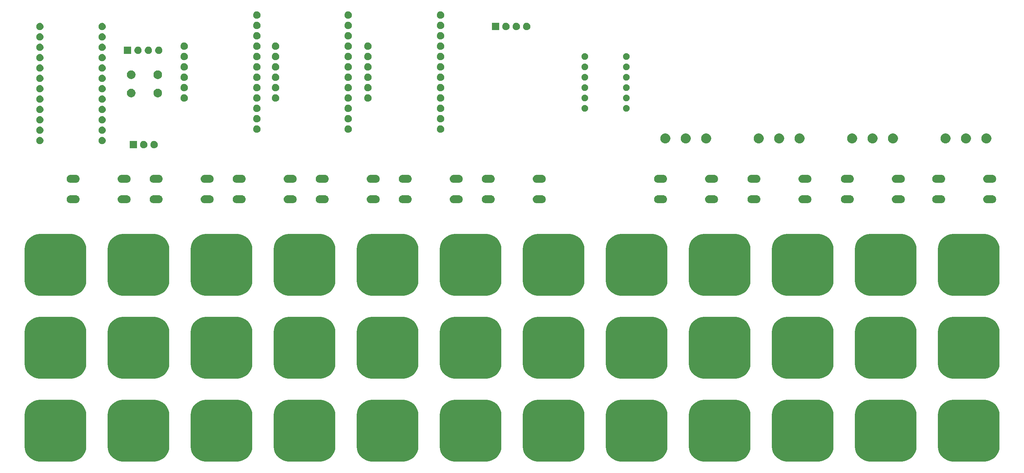
<source format=gbr>
G04 #@! TF.GenerationSoftware,KiCad,Pcbnew,(5.1.5)-3*
G04 #@! TF.CreationDate,2020-05-22T12:40:10+02:00*
G04 #@! TF.ProjectId,m1d1_36,6d316431-5f33-4362-9e6b-696361645f70,rev?*
G04 #@! TF.SameCoordinates,Original*
G04 #@! TF.FileFunction,Soldermask,Top*
G04 #@! TF.FilePolarity,Negative*
%FSLAX46Y46*%
G04 Gerber Fmt 4.6, Leading zero omitted, Abs format (unit mm)*
G04 Created by KiCad (PCBNEW (5.1.5)-3) date 2020-05-22 12:40:10*
%MOMM*%
%LPD*%
G04 APERTURE LIST*
%ADD10C,0.100000*%
G04 APERTURE END LIST*
D10*
G36*
X261864250Y-128664937D02*
G01*
X262560675Y-128876195D01*
X263202496Y-129219255D01*
X263765060Y-129680940D01*
X264226745Y-130243504D01*
X264569805Y-130885325D01*
X264781063Y-131581750D01*
X264853000Y-132312140D01*
X264853000Y-139975860D01*
X264781063Y-140706250D01*
X264569805Y-141402675D01*
X264226745Y-142044496D01*
X263765060Y-142607060D01*
X263202496Y-143068745D01*
X262560675Y-143411805D01*
X261864250Y-143623063D01*
X261133860Y-143695000D01*
X253470140Y-143695000D01*
X252739750Y-143623063D01*
X252043325Y-143411805D01*
X251401504Y-143068745D01*
X250838940Y-142607060D01*
X250377255Y-142044496D01*
X250034195Y-141402675D01*
X249822937Y-140706250D01*
X249751000Y-139975860D01*
X249751000Y-132312140D01*
X249822937Y-131581750D01*
X250034195Y-130885325D01*
X250377255Y-130243504D01*
X250838940Y-129680940D01*
X251401504Y-129219255D01*
X252043325Y-128876195D01*
X252739750Y-128664937D01*
X253470140Y-128593000D01*
X261133860Y-128593000D01*
X261864250Y-128664937D01*
G37*
G36*
X241544250Y-128664937D02*
G01*
X242240675Y-128876195D01*
X242882496Y-129219255D01*
X243445060Y-129680940D01*
X243906745Y-130243504D01*
X244249805Y-130885325D01*
X244461063Y-131581750D01*
X244533000Y-132312140D01*
X244533000Y-139975860D01*
X244461063Y-140706250D01*
X244249805Y-141402675D01*
X243906745Y-142044496D01*
X243445060Y-142607060D01*
X242882496Y-143068745D01*
X242240675Y-143411805D01*
X241544250Y-143623063D01*
X240813860Y-143695000D01*
X233150140Y-143695000D01*
X232419750Y-143623063D01*
X231723325Y-143411805D01*
X231081504Y-143068745D01*
X230518940Y-142607060D01*
X230057255Y-142044496D01*
X229714195Y-141402675D01*
X229502937Y-140706250D01*
X229431000Y-139975860D01*
X229431000Y-132312140D01*
X229502937Y-131581750D01*
X229714195Y-130885325D01*
X230057255Y-130243504D01*
X230518940Y-129680940D01*
X231081504Y-129219255D01*
X231723325Y-128876195D01*
X232419750Y-128664937D01*
X233150140Y-128593000D01*
X240813860Y-128593000D01*
X241544250Y-128664937D01*
G37*
G36*
X38344250Y-128664937D02*
G01*
X39040675Y-128876195D01*
X39682496Y-129219255D01*
X40245060Y-129680940D01*
X40706745Y-130243504D01*
X41049805Y-130885325D01*
X41261063Y-131581750D01*
X41333000Y-132312140D01*
X41333000Y-139975860D01*
X41261063Y-140706250D01*
X41049805Y-141402675D01*
X40706745Y-142044496D01*
X40245060Y-142607060D01*
X39682496Y-143068745D01*
X39040675Y-143411805D01*
X38344250Y-143623063D01*
X37613860Y-143695000D01*
X29950140Y-143695000D01*
X29219750Y-143623063D01*
X28523325Y-143411805D01*
X27881504Y-143068745D01*
X27318940Y-142607060D01*
X26857255Y-142044496D01*
X26514195Y-141402675D01*
X26302937Y-140706250D01*
X26231000Y-139975860D01*
X26231000Y-132312140D01*
X26302937Y-131581750D01*
X26514195Y-130885325D01*
X26857255Y-130243504D01*
X27318940Y-129680940D01*
X27881504Y-129219255D01*
X28523325Y-128876195D01*
X29219750Y-128664937D01*
X29950140Y-128593000D01*
X37613860Y-128593000D01*
X38344250Y-128664937D01*
G37*
G36*
X58664250Y-128664937D02*
G01*
X59360675Y-128876195D01*
X60002496Y-129219255D01*
X60565060Y-129680940D01*
X61026745Y-130243504D01*
X61369805Y-130885325D01*
X61581063Y-131581750D01*
X61653000Y-132312140D01*
X61653000Y-139975860D01*
X61581063Y-140706250D01*
X61369805Y-141402675D01*
X61026745Y-142044496D01*
X60565060Y-142607060D01*
X60002496Y-143068745D01*
X59360675Y-143411805D01*
X58664250Y-143623063D01*
X57933860Y-143695000D01*
X50270140Y-143695000D01*
X49539750Y-143623063D01*
X48843325Y-143411805D01*
X48201504Y-143068745D01*
X47638940Y-142607060D01*
X47177255Y-142044496D01*
X46834195Y-141402675D01*
X46622937Y-140706250D01*
X46551000Y-139975860D01*
X46551000Y-132312140D01*
X46622937Y-131581750D01*
X46834195Y-130885325D01*
X47177255Y-130243504D01*
X47638940Y-129680940D01*
X48201504Y-129219255D01*
X48843325Y-128876195D01*
X49539750Y-128664937D01*
X50270140Y-128593000D01*
X57933860Y-128593000D01*
X58664250Y-128664937D01*
G37*
G36*
X78984250Y-128664937D02*
G01*
X79680675Y-128876195D01*
X80322496Y-129219255D01*
X80885060Y-129680940D01*
X81346745Y-130243504D01*
X81689805Y-130885325D01*
X81901063Y-131581750D01*
X81973000Y-132312140D01*
X81973000Y-139975860D01*
X81901063Y-140706250D01*
X81689805Y-141402675D01*
X81346745Y-142044496D01*
X80885060Y-142607060D01*
X80322496Y-143068745D01*
X79680675Y-143411805D01*
X78984250Y-143623063D01*
X78253860Y-143695000D01*
X70590140Y-143695000D01*
X69859750Y-143623063D01*
X69163325Y-143411805D01*
X68521504Y-143068745D01*
X67958940Y-142607060D01*
X67497255Y-142044496D01*
X67154195Y-141402675D01*
X66942937Y-140706250D01*
X66871000Y-139975860D01*
X66871000Y-132312140D01*
X66942937Y-131581750D01*
X67154195Y-130885325D01*
X67497255Y-130243504D01*
X67958940Y-129680940D01*
X68521504Y-129219255D01*
X69163325Y-128876195D01*
X69859750Y-128664937D01*
X70590140Y-128593000D01*
X78253860Y-128593000D01*
X78984250Y-128664937D01*
G37*
G36*
X99304250Y-128664937D02*
G01*
X100000675Y-128876195D01*
X100642496Y-129219255D01*
X101205060Y-129680940D01*
X101666745Y-130243504D01*
X102009805Y-130885325D01*
X102221063Y-131581750D01*
X102293000Y-132312140D01*
X102293000Y-139975860D01*
X102221063Y-140706250D01*
X102009805Y-141402675D01*
X101666745Y-142044496D01*
X101205060Y-142607060D01*
X100642496Y-143068745D01*
X100000675Y-143411805D01*
X99304250Y-143623063D01*
X98573860Y-143695000D01*
X90910140Y-143695000D01*
X90179750Y-143623063D01*
X89483325Y-143411805D01*
X88841504Y-143068745D01*
X88278940Y-142607060D01*
X87817255Y-142044496D01*
X87474195Y-141402675D01*
X87262937Y-140706250D01*
X87191000Y-139975860D01*
X87191000Y-132312140D01*
X87262937Y-131581750D01*
X87474195Y-130885325D01*
X87817255Y-130243504D01*
X88278940Y-129680940D01*
X88841504Y-129219255D01*
X89483325Y-128876195D01*
X90179750Y-128664937D01*
X90910140Y-128593000D01*
X98573860Y-128593000D01*
X99304250Y-128664937D01*
G37*
G36*
X119624250Y-128664937D02*
G01*
X120320675Y-128876195D01*
X120962496Y-129219255D01*
X121525060Y-129680940D01*
X121986745Y-130243504D01*
X122329805Y-130885325D01*
X122541063Y-131581750D01*
X122613000Y-132312140D01*
X122613000Y-139975860D01*
X122541063Y-140706250D01*
X122329805Y-141402675D01*
X121986745Y-142044496D01*
X121525060Y-142607060D01*
X120962496Y-143068745D01*
X120320675Y-143411805D01*
X119624250Y-143623063D01*
X118893860Y-143695000D01*
X111230140Y-143695000D01*
X110499750Y-143623063D01*
X109803325Y-143411805D01*
X109161504Y-143068745D01*
X108598940Y-142607060D01*
X108137255Y-142044496D01*
X107794195Y-141402675D01*
X107582937Y-140706250D01*
X107511000Y-139975860D01*
X107511000Y-132312140D01*
X107582937Y-131581750D01*
X107794195Y-130885325D01*
X108137255Y-130243504D01*
X108598940Y-129680940D01*
X109161504Y-129219255D01*
X109803325Y-128876195D01*
X110499750Y-128664937D01*
X111230140Y-128593000D01*
X118893860Y-128593000D01*
X119624250Y-128664937D01*
G37*
G36*
X160264250Y-128664937D02*
G01*
X160960675Y-128876195D01*
X161602496Y-129219255D01*
X162165060Y-129680940D01*
X162626745Y-130243504D01*
X162969805Y-130885325D01*
X163181063Y-131581750D01*
X163253000Y-132312140D01*
X163253000Y-139975860D01*
X163181063Y-140706250D01*
X162969805Y-141402675D01*
X162626745Y-142044496D01*
X162165060Y-142607060D01*
X161602496Y-143068745D01*
X160960675Y-143411805D01*
X160264250Y-143623063D01*
X159533860Y-143695000D01*
X151870140Y-143695000D01*
X151139750Y-143623063D01*
X150443325Y-143411805D01*
X149801504Y-143068745D01*
X149238940Y-142607060D01*
X148777255Y-142044496D01*
X148434195Y-141402675D01*
X148222937Y-140706250D01*
X148151000Y-139975860D01*
X148151000Y-132312140D01*
X148222937Y-131581750D01*
X148434195Y-130885325D01*
X148777255Y-130243504D01*
X149238940Y-129680940D01*
X149801504Y-129219255D01*
X150443325Y-128876195D01*
X151139750Y-128664937D01*
X151870140Y-128593000D01*
X159533860Y-128593000D01*
X160264250Y-128664937D01*
G37*
G36*
X180584250Y-128664937D02*
G01*
X181280675Y-128876195D01*
X181922496Y-129219255D01*
X182485060Y-129680940D01*
X182946745Y-130243504D01*
X183289805Y-130885325D01*
X183501063Y-131581750D01*
X183573000Y-132312140D01*
X183573000Y-139975860D01*
X183501063Y-140706250D01*
X183289805Y-141402675D01*
X182946745Y-142044496D01*
X182485060Y-142607060D01*
X181922496Y-143068745D01*
X181280675Y-143411805D01*
X180584250Y-143623063D01*
X179853860Y-143695000D01*
X172190140Y-143695000D01*
X171459750Y-143623063D01*
X170763325Y-143411805D01*
X170121504Y-143068745D01*
X169558940Y-142607060D01*
X169097255Y-142044496D01*
X168754195Y-141402675D01*
X168542937Y-140706250D01*
X168471000Y-139975860D01*
X168471000Y-132312140D01*
X168542937Y-131581750D01*
X168754195Y-130885325D01*
X169097255Y-130243504D01*
X169558940Y-129680940D01*
X170121504Y-129219255D01*
X170763325Y-128876195D01*
X171459750Y-128664937D01*
X172190140Y-128593000D01*
X179853860Y-128593000D01*
X180584250Y-128664937D01*
G37*
G36*
X200904250Y-128664937D02*
G01*
X201600675Y-128876195D01*
X202242496Y-129219255D01*
X202805060Y-129680940D01*
X203266745Y-130243504D01*
X203609805Y-130885325D01*
X203821063Y-131581750D01*
X203893000Y-132312140D01*
X203893000Y-139975860D01*
X203821063Y-140706250D01*
X203609805Y-141402675D01*
X203266745Y-142044496D01*
X202805060Y-142607060D01*
X202242496Y-143068745D01*
X201600675Y-143411805D01*
X200904250Y-143623063D01*
X200173860Y-143695000D01*
X192510140Y-143695000D01*
X191779750Y-143623063D01*
X191083325Y-143411805D01*
X190441504Y-143068745D01*
X189878940Y-142607060D01*
X189417255Y-142044496D01*
X189074195Y-141402675D01*
X188862937Y-140706250D01*
X188791000Y-139975860D01*
X188791000Y-132312140D01*
X188862937Y-131581750D01*
X189074195Y-130885325D01*
X189417255Y-130243504D01*
X189878940Y-129680940D01*
X190441504Y-129219255D01*
X191083325Y-128876195D01*
X191779750Y-128664937D01*
X192510140Y-128593000D01*
X200173860Y-128593000D01*
X200904250Y-128664937D01*
G37*
G36*
X221224250Y-128664937D02*
G01*
X221920675Y-128876195D01*
X222562496Y-129219255D01*
X223125060Y-129680940D01*
X223586745Y-130243504D01*
X223929805Y-130885325D01*
X224141063Y-131581750D01*
X224213000Y-132312140D01*
X224213000Y-139975860D01*
X224141063Y-140706250D01*
X223929805Y-141402675D01*
X223586745Y-142044496D01*
X223125060Y-142607060D01*
X222562496Y-143068745D01*
X221920675Y-143411805D01*
X221224250Y-143623063D01*
X220493860Y-143695000D01*
X212830140Y-143695000D01*
X212099750Y-143623063D01*
X211403325Y-143411805D01*
X210761504Y-143068745D01*
X210198940Y-142607060D01*
X209737255Y-142044496D01*
X209394195Y-141402675D01*
X209182937Y-140706250D01*
X209111000Y-139975860D01*
X209111000Y-132312140D01*
X209182937Y-131581750D01*
X209394195Y-130885325D01*
X209737255Y-130243504D01*
X210198940Y-129680940D01*
X210761504Y-129219255D01*
X211403325Y-128876195D01*
X212099750Y-128664937D01*
X212830140Y-128593000D01*
X220493860Y-128593000D01*
X221224250Y-128664937D01*
G37*
G36*
X139944250Y-128664937D02*
G01*
X140640675Y-128876195D01*
X141282496Y-129219255D01*
X141845060Y-129680940D01*
X142306745Y-130243504D01*
X142649805Y-130885325D01*
X142861063Y-131581750D01*
X142933000Y-132312140D01*
X142933000Y-139975860D01*
X142861063Y-140706250D01*
X142649805Y-141402675D01*
X142306745Y-142044496D01*
X141845060Y-142607060D01*
X141282496Y-143068745D01*
X140640675Y-143411805D01*
X139944250Y-143623063D01*
X139213860Y-143695000D01*
X131550140Y-143695000D01*
X130819750Y-143623063D01*
X130123325Y-143411805D01*
X129481504Y-143068745D01*
X128918940Y-142607060D01*
X128457255Y-142044496D01*
X128114195Y-141402675D01*
X127902937Y-140706250D01*
X127831000Y-139975860D01*
X127831000Y-132312140D01*
X127902937Y-131581750D01*
X128114195Y-130885325D01*
X128457255Y-130243504D01*
X128918940Y-129680940D01*
X129481504Y-129219255D01*
X130123325Y-128876195D01*
X130819750Y-128664937D01*
X131550140Y-128593000D01*
X139213860Y-128593000D01*
X139944250Y-128664937D01*
G37*
G36*
X139944250Y-108344937D02*
G01*
X140640675Y-108556195D01*
X141282496Y-108899255D01*
X141845060Y-109360940D01*
X142306745Y-109923504D01*
X142649805Y-110565325D01*
X142861063Y-111261750D01*
X142933000Y-111992140D01*
X142933000Y-119655860D01*
X142861063Y-120386250D01*
X142649805Y-121082675D01*
X142306745Y-121724496D01*
X141845060Y-122287060D01*
X141282496Y-122748745D01*
X140640675Y-123091805D01*
X139944250Y-123303063D01*
X139213860Y-123375000D01*
X131550140Y-123375000D01*
X130819750Y-123303063D01*
X130123325Y-123091805D01*
X129481504Y-122748745D01*
X128918940Y-122287060D01*
X128457255Y-121724496D01*
X128114195Y-121082675D01*
X127902937Y-120386250D01*
X127831000Y-119655860D01*
X127831000Y-111992140D01*
X127902937Y-111261750D01*
X128114195Y-110565325D01*
X128457255Y-109923504D01*
X128918940Y-109360940D01*
X129481504Y-108899255D01*
X130123325Y-108556195D01*
X130819750Y-108344937D01*
X131550140Y-108273000D01*
X139213860Y-108273000D01*
X139944250Y-108344937D01*
G37*
G36*
X261864250Y-108344937D02*
G01*
X262560675Y-108556195D01*
X263202496Y-108899255D01*
X263765060Y-109360940D01*
X264226745Y-109923504D01*
X264569805Y-110565325D01*
X264781063Y-111261750D01*
X264853000Y-111992140D01*
X264853000Y-119655860D01*
X264781063Y-120386250D01*
X264569805Y-121082675D01*
X264226745Y-121724496D01*
X263765060Y-122287060D01*
X263202496Y-122748745D01*
X262560675Y-123091805D01*
X261864250Y-123303063D01*
X261133860Y-123375000D01*
X253470140Y-123375000D01*
X252739750Y-123303063D01*
X252043325Y-123091805D01*
X251401504Y-122748745D01*
X250838940Y-122287060D01*
X250377255Y-121724496D01*
X250034195Y-121082675D01*
X249822937Y-120386250D01*
X249751000Y-119655860D01*
X249751000Y-111992140D01*
X249822937Y-111261750D01*
X250034195Y-110565325D01*
X250377255Y-109923504D01*
X250838940Y-109360940D01*
X251401504Y-108899255D01*
X252043325Y-108556195D01*
X252739750Y-108344937D01*
X253470140Y-108273000D01*
X261133860Y-108273000D01*
X261864250Y-108344937D01*
G37*
G36*
X241544250Y-108344937D02*
G01*
X242240675Y-108556195D01*
X242882496Y-108899255D01*
X243445060Y-109360940D01*
X243906745Y-109923504D01*
X244249805Y-110565325D01*
X244461063Y-111261750D01*
X244533000Y-111992140D01*
X244533000Y-119655860D01*
X244461063Y-120386250D01*
X244249805Y-121082675D01*
X243906745Y-121724496D01*
X243445060Y-122287060D01*
X242882496Y-122748745D01*
X242240675Y-123091805D01*
X241544250Y-123303063D01*
X240813860Y-123375000D01*
X233150140Y-123375000D01*
X232419750Y-123303063D01*
X231723325Y-123091805D01*
X231081504Y-122748745D01*
X230518940Y-122287060D01*
X230057255Y-121724496D01*
X229714195Y-121082675D01*
X229502937Y-120386250D01*
X229431000Y-119655860D01*
X229431000Y-111992140D01*
X229502937Y-111261750D01*
X229714195Y-110565325D01*
X230057255Y-109923504D01*
X230518940Y-109360940D01*
X231081504Y-108899255D01*
X231723325Y-108556195D01*
X232419750Y-108344937D01*
X233150140Y-108273000D01*
X240813860Y-108273000D01*
X241544250Y-108344937D01*
G37*
G36*
X221224250Y-108344937D02*
G01*
X221920675Y-108556195D01*
X222562496Y-108899255D01*
X223125060Y-109360940D01*
X223586745Y-109923504D01*
X223929805Y-110565325D01*
X224141063Y-111261750D01*
X224213000Y-111992140D01*
X224213000Y-119655860D01*
X224141063Y-120386250D01*
X223929805Y-121082675D01*
X223586745Y-121724496D01*
X223125060Y-122287060D01*
X222562496Y-122748745D01*
X221920675Y-123091805D01*
X221224250Y-123303063D01*
X220493860Y-123375000D01*
X212830140Y-123375000D01*
X212099750Y-123303063D01*
X211403325Y-123091805D01*
X210761504Y-122748745D01*
X210198940Y-122287060D01*
X209737255Y-121724496D01*
X209394195Y-121082675D01*
X209182937Y-120386250D01*
X209111000Y-119655860D01*
X209111000Y-111992140D01*
X209182937Y-111261750D01*
X209394195Y-110565325D01*
X209737255Y-109923504D01*
X210198940Y-109360940D01*
X210761504Y-108899255D01*
X211403325Y-108556195D01*
X212099750Y-108344937D01*
X212830140Y-108273000D01*
X220493860Y-108273000D01*
X221224250Y-108344937D01*
G37*
G36*
X180584250Y-108344937D02*
G01*
X181280675Y-108556195D01*
X181922496Y-108899255D01*
X182485060Y-109360940D01*
X182946745Y-109923504D01*
X183289805Y-110565325D01*
X183501063Y-111261750D01*
X183573000Y-111992140D01*
X183573000Y-119655860D01*
X183501063Y-120386250D01*
X183289805Y-121082675D01*
X182946745Y-121724496D01*
X182485060Y-122287060D01*
X181922496Y-122748745D01*
X181280675Y-123091805D01*
X180584250Y-123303063D01*
X179853860Y-123375000D01*
X172190140Y-123375000D01*
X171459750Y-123303063D01*
X170763325Y-123091805D01*
X170121504Y-122748745D01*
X169558940Y-122287060D01*
X169097255Y-121724496D01*
X168754195Y-121082675D01*
X168542937Y-120386250D01*
X168471000Y-119655860D01*
X168471000Y-111992140D01*
X168542937Y-111261750D01*
X168754195Y-110565325D01*
X169097255Y-109923504D01*
X169558940Y-109360940D01*
X170121504Y-108899255D01*
X170763325Y-108556195D01*
X171459750Y-108344937D01*
X172190140Y-108273000D01*
X179853860Y-108273000D01*
X180584250Y-108344937D01*
G37*
G36*
X160264250Y-108344937D02*
G01*
X160960675Y-108556195D01*
X161602496Y-108899255D01*
X162165060Y-109360940D01*
X162626745Y-109923504D01*
X162969805Y-110565325D01*
X163181063Y-111261750D01*
X163253000Y-111992140D01*
X163253000Y-119655860D01*
X163181063Y-120386250D01*
X162969805Y-121082675D01*
X162626745Y-121724496D01*
X162165060Y-122287060D01*
X161602496Y-122748745D01*
X160960675Y-123091805D01*
X160264250Y-123303063D01*
X159533860Y-123375000D01*
X151870140Y-123375000D01*
X151139750Y-123303063D01*
X150443325Y-123091805D01*
X149801504Y-122748745D01*
X149238940Y-122287060D01*
X148777255Y-121724496D01*
X148434195Y-121082675D01*
X148222937Y-120386250D01*
X148151000Y-119655860D01*
X148151000Y-111992140D01*
X148222937Y-111261750D01*
X148434195Y-110565325D01*
X148777255Y-109923504D01*
X149238940Y-109360940D01*
X149801504Y-108899255D01*
X150443325Y-108556195D01*
X151139750Y-108344937D01*
X151870140Y-108273000D01*
X159533860Y-108273000D01*
X160264250Y-108344937D01*
G37*
G36*
X119624250Y-108344937D02*
G01*
X120320675Y-108556195D01*
X120962496Y-108899255D01*
X121525060Y-109360940D01*
X121986745Y-109923504D01*
X122329805Y-110565325D01*
X122541063Y-111261750D01*
X122613000Y-111992140D01*
X122613000Y-119655860D01*
X122541063Y-120386250D01*
X122329805Y-121082675D01*
X121986745Y-121724496D01*
X121525060Y-122287060D01*
X120962496Y-122748745D01*
X120320675Y-123091805D01*
X119624250Y-123303063D01*
X118893860Y-123375000D01*
X111230140Y-123375000D01*
X110499750Y-123303063D01*
X109803325Y-123091805D01*
X109161504Y-122748745D01*
X108598940Y-122287060D01*
X108137255Y-121724496D01*
X107794195Y-121082675D01*
X107582937Y-120386250D01*
X107511000Y-119655860D01*
X107511000Y-111992140D01*
X107582937Y-111261750D01*
X107794195Y-110565325D01*
X108137255Y-109923504D01*
X108598940Y-109360940D01*
X109161504Y-108899255D01*
X109803325Y-108556195D01*
X110499750Y-108344937D01*
X111230140Y-108273000D01*
X118893860Y-108273000D01*
X119624250Y-108344937D01*
G37*
G36*
X99304250Y-108344937D02*
G01*
X100000675Y-108556195D01*
X100642496Y-108899255D01*
X101205060Y-109360940D01*
X101666745Y-109923504D01*
X102009805Y-110565325D01*
X102221063Y-111261750D01*
X102293000Y-111992140D01*
X102293000Y-119655860D01*
X102221063Y-120386250D01*
X102009805Y-121082675D01*
X101666745Y-121724496D01*
X101205060Y-122287060D01*
X100642496Y-122748745D01*
X100000675Y-123091805D01*
X99304250Y-123303063D01*
X98573860Y-123375000D01*
X90910140Y-123375000D01*
X90179750Y-123303063D01*
X89483325Y-123091805D01*
X88841504Y-122748745D01*
X88278940Y-122287060D01*
X87817255Y-121724496D01*
X87474195Y-121082675D01*
X87262937Y-120386250D01*
X87191000Y-119655860D01*
X87191000Y-111992140D01*
X87262937Y-111261750D01*
X87474195Y-110565325D01*
X87817255Y-109923504D01*
X88278940Y-109360940D01*
X88841504Y-108899255D01*
X89483325Y-108556195D01*
X90179750Y-108344937D01*
X90910140Y-108273000D01*
X98573860Y-108273000D01*
X99304250Y-108344937D01*
G37*
G36*
X78984250Y-108344937D02*
G01*
X79680675Y-108556195D01*
X80322496Y-108899255D01*
X80885060Y-109360940D01*
X81346745Y-109923504D01*
X81689805Y-110565325D01*
X81901063Y-111261750D01*
X81973000Y-111992140D01*
X81973000Y-119655860D01*
X81901063Y-120386250D01*
X81689805Y-121082675D01*
X81346745Y-121724496D01*
X80885060Y-122287060D01*
X80322496Y-122748745D01*
X79680675Y-123091805D01*
X78984250Y-123303063D01*
X78253860Y-123375000D01*
X70590140Y-123375000D01*
X69859750Y-123303063D01*
X69163325Y-123091805D01*
X68521504Y-122748745D01*
X67958940Y-122287060D01*
X67497255Y-121724496D01*
X67154195Y-121082675D01*
X66942937Y-120386250D01*
X66871000Y-119655860D01*
X66871000Y-111992140D01*
X66942937Y-111261750D01*
X67154195Y-110565325D01*
X67497255Y-109923504D01*
X67958940Y-109360940D01*
X68521504Y-108899255D01*
X69163325Y-108556195D01*
X69859750Y-108344937D01*
X70590140Y-108273000D01*
X78253860Y-108273000D01*
X78984250Y-108344937D01*
G37*
G36*
X200904250Y-108344937D02*
G01*
X201600675Y-108556195D01*
X202242496Y-108899255D01*
X202805060Y-109360940D01*
X203266745Y-109923504D01*
X203609805Y-110565325D01*
X203821063Y-111261750D01*
X203893000Y-111992140D01*
X203893000Y-119655860D01*
X203821063Y-120386250D01*
X203609805Y-121082675D01*
X203266745Y-121724496D01*
X202805060Y-122287060D01*
X202242496Y-122748745D01*
X201600675Y-123091805D01*
X200904250Y-123303063D01*
X200173860Y-123375000D01*
X192510140Y-123375000D01*
X191779750Y-123303063D01*
X191083325Y-123091805D01*
X190441504Y-122748745D01*
X189878940Y-122287060D01*
X189417255Y-121724496D01*
X189074195Y-121082675D01*
X188862937Y-120386250D01*
X188791000Y-119655860D01*
X188791000Y-111992140D01*
X188862937Y-111261750D01*
X189074195Y-110565325D01*
X189417255Y-109923504D01*
X189878940Y-109360940D01*
X190441504Y-108899255D01*
X191083325Y-108556195D01*
X191779750Y-108344937D01*
X192510140Y-108273000D01*
X200173860Y-108273000D01*
X200904250Y-108344937D01*
G37*
G36*
X38344250Y-108344937D02*
G01*
X39040675Y-108556195D01*
X39682496Y-108899255D01*
X40245060Y-109360940D01*
X40706745Y-109923504D01*
X41049805Y-110565325D01*
X41261063Y-111261750D01*
X41333000Y-111992140D01*
X41333000Y-119655860D01*
X41261063Y-120386250D01*
X41049805Y-121082675D01*
X40706745Y-121724496D01*
X40245060Y-122287060D01*
X39682496Y-122748745D01*
X39040675Y-123091805D01*
X38344250Y-123303063D01*
X37613860Y-123375000D01*
X29950140Y-123375000D01*
X29219750Y-123303063D01*
X28523325Y-123091805D01*
X27881504Y-122748745D01*
X27318940Y-122287060D01*
X26857255Y-121724496D01*
X26514195Y-121082675D01*
X26302937Y-120386250D01*
X26231000Y-119655860D01*
X26231000Y-111992140D01*
X26302937Y-111261750D01*
X26514195Y-110565325D01*
X26857255Y-109923504D01*
X27318940Y-109360940D01*
X27881504Y-108899255D01*
X28523325Y-108556195D01*
X29219750Y-108344937D01*
X29950140Y-108273000D01*
X37613860Y-108273000D01*
X38344250Y-108344937D01*
G37*
G36*
X58664250Y-108344937D02*
G01*
X59360675Y-108556195D01*
X60002496Y-108899255D01*
X60565060Y-109360940D01*
X61026745Y-109923504D01*
X61369805Y-110565325D01*
X61581063Y-111261750D01*
X61653000Y-111992140D01*
X61653000Y-119655860D01*
X61581063Y-120386250D01*
X61369805Y-121082675D01*
X61026745Y-121724496D01*
X60565060Y-122287060D01*
X60002496Y-122748745D01*
X59360675Y-123091805D01*
X58664250Y-123303063D01*
X57933860Y-123375000D01*
X50270140Y-123375000D01*
X49539750Y-123303063D01*
X48843325Y-123091805D01*
X48201504Y-122748745D01*
X47638940Y-122287060D01*
X47177255Y-121724496D01*
X46834195Y-121082675D01*
X46622937Y-120386250D01*
X46551000Y-119655860D01*
X46551000Y-111992140D01*
X46622937Y-111261750D01*
X46834195Y-110565325D01*
X47177255Y-109923504D01*
X47638940Y-109360940D01*
X48201504Y-108899255D01*
X48843325Y-108556195D01*
X49539750Y-108344937D01*
X50270140Y-108273000D01*
X57933860Y-108273000D01*
X58664250Y-108344937D01*
G37*
G36*
X58664250Y-88024937D02*
G01*
X59360675Y-88236195D01*
X60002496Y-88579255D01*
X60565060Y-89040940D01*
X61026745Y-89603504D01*
X61369805Y-90245325D01*
X61581063Y-90941750D01*
X61653000Y-91672140D01*
X61653000Y-99335860D01*
X61581063Y-100066250D01*
X61369805Y-100762675D01*
X61026745Y-101404496D01*
X60565060Y-101967060D01*
X60002496Y-102428745D01*
X59360675Y-102771805D01*
X58664250Y-102983063D01*
X57933860Y-103055000D01*
X50270140Y-103055000D01*
X49539750Y-102983063D01*
X48843325Y-102771805D01*
X48201504Y-102428745D01*
X47638940Y-101967060D01*
X47177255Y-101404496D01*
X46834195Y-100762675D01*
X46622937Y-100066250D01*
X46551000Y-99335860D01*
X46551000Y-91672140D01*
X46622937Y-90941750D01*
X46834195Y-90245325D01*
X47177255Y-89603504D01*
X47638940Y-89040940D01*
X48201504Y-88579255D01*
X48843325Y-88236195D01*
X49539750Y-88024937D01*
X50270140Y-87953000D01*
X57933860Y-87953000D01*
X58664250Y-88024937D01*
G37*
G36*
X241544250Y-88024937D02*
G01*
X242240675Y-88236195D01*
X242882496Y-88579255D01*
X243445060Y-89040940D01*
X243906745Y-89603504D01*
X244249805Y-90245325D01*
X244461063Y-90941750D01*
X244533000Y-91672140D01*
X244533000Y-99335860D01*
X244461063Y-100066250D01*
X244249805Y-100762675D01*
X243906745Y-101404496D01*
X243445060Y-101967060D01*
X242882496Y-102428745D01*
X242240675Y-102771805D01*
X241544250Y-102983063D01*
X240813860Y-103055000D01*
X233150140Y-103055000D01*
X232419750Y-102983063D01*
X231723325Y-102771805D01*
X231081504Y-102428745D01*
X230518940Y-101967060D01*
X230057255Y-101404496D01*
X229714195Y-100762675D01*
X229502937Y-100066250D01*
X229431000Y-99335860D01*
X229431000Y-91672140D01*
X229502937Y-90941750D01*
X229714195Y-90245325D01*
X230057255Y-89603504D01*
X230518940Y-89040940D01*
X231081504Y-88579255D01*
X231723325Y-88236195D01*
X232419750Y-88024937D01*
X233150140Y-87953000D01*
X240813860Y-87953000D01*
X241544250Y-88024937D01*
G37*
G36*
X261864250Y-88024937D02*
G01*
X262560675Y-88236195D01*
X263202496Y-88579255D01*
X263765060Y-89040940D01*
X264226745Y-89603504D01*
X264569805Y-90245325D01*
X264781063Y-90941750D01*
X264853000Y-91672140D01*
X264853000Y-99335860D01*
X264781063Y-100066250D01*
X264569805Y-100762675D01*
X264226745Y-101404496D01*
X263765060Y-101967060D01*
X263202496Y-102428745D01*
X262560675Y-102771805D01*
X261864250Y-102983063D01*
X261133860Y-103055000D01*
X253470140Y-103055000D01*
X252739750Y-102983063D01*
X252043325Y-102771805D01*
X251401504Y-102428745D01*
X250838940Y-101967060D01*
X250377255Y-101404496D01*
X250034195Y-100762675D01*
X249822937Y-100066250D01*
X249751000Y-99335860D01*
X249751000Y-91672140D01*
X249822937Y-90941750D01*
X250034195Y-90245325D01*
X250377255Y-89603504D01*
X250838940Y-89040940D01*
X251401504Y-88579255D01*
X252043325Y-88236195D01*
X252739750Y-88024937D01*
X253470140Y-87953000D01*
X261133860Y-87953000D01*
X261864250Y-88024937D01*
G37*
G36*
X221224250Y-88024937D02*
G01*
X221920675Y-88236195D01*
X222562496Y-88579255D01*
X223125060Y-89040940D01*
X223586745Y-89603504D01*
X223929805Y-90245325D01*
X224141063Y-90941750D01*
X224213000Y-91672140D01*
X224213000Y-99335860D01*
X224141063Y-100066250D01*
X223929805Y-100762675D01*
X223586745Y-101404496D01*
X223125060Y-101967060D01*
X222562496Y-102428745D01*
X221920675Y-102771805D01*
X221224250Y-102983063D01*
X220493860Y-103055000D01*
X212830140Y-103055000D01*
X212099750Y-102983063D01*
X211403325Y-102771805D01*
X210761504Y-102428745D01*
X210198940Y-101967060D01*
X209737255Y-101404496D01*
X209394195Y-100762675D01*
X209182937Y-100066250D01*
X209111000Y-99335860D01*
X209111000Y-91672140D01*
X209182937Y-90941750D01*
X209394195Y-90245325D01*
X209737255Y-89603504D01*
X210198940Y-89040940D01*
X210761504Y-88579255D01*
X211403325Y-88236195D01*
X212099750Y-88024937D01*
X212830140Y-87953000D01*
X220493860Y-87953000D01*
X221224250Y-88024937D01*
G37*
G36*
X200904250Y-88024937D02*
G01*
X201600675Y-88236195D01*
X202242496Y-88579255D01*
X202805060Y-89040940D01*
X203266745Y-89603504D01*
X203609805Y-90245325D01*
X203821063Y-90941750D01*
X203893000Y-91672140D01*
X203893000Y-99335860D01*
X203821063Y-100066250D01*
X203609805Y-100762675D01*
X203266745Y-101404496D01*
X202805060Y-101967060D01*
X202242496Y-102428745D01*
X201600675Y-102771805D01*
X200904250Y-102983063D01*
X200173860Y-103055000D01*
X192510140Y-103055000D01*
X191779750Y-102983063D01*
X191083325Y-102771805D01*
X190441504Y-102428745D01*
X189878940Y-101967060D01*
X189417255Y-101404496D01*
X189074195Y-100762675D01*
X188862937Y-100066250D01*
X188791000Y-99335860D01*
X188791000Y-91672140D01*
X188862937Y-90941750D01*
X189074195Y-90245325D01*
X189417255Y-89603504D01*
X189878940Y-89040940D01*
X190441504Y-88579255D01*
X191083325Y-88236195D01*
X191779750Y-88024937D01*
X192510140Y-87953000D01*
X200173860Y-87953000D01*
X200904250Y-88024937D01*
G37*
G36*
X180584250Y-88024937D02*
G01*
X181280675Y-88236195D01*
X181922496Y-88579255D01*
X182485060Y-89040940D01*
X182946745Y-89603504D01*
X183289805Y-90245325D01*
X183501063Y-90941750D01*
X183573000Y-91672140D01*
X183573000Y-99335860D01*
X183501063Y-100066250D01*
X183289805Y-100762675D01*
X182946745Y-101404496D01*
X182485060Y-101967060D01*
X181922496Y-102428745D01*
X181280675Y-102771805D01*
X180584250Y-102983063D01*
X179853860Y-103055000D01*
X172190140Y-103055000D01*
X171459750Y-102983063D01*
X170763325Y-102771805D01*
X170121504Y-102428745D01*
X169558940Y-101967060D01*
X169097255Y-101404496D01*
X168754195Y-100762675D01*
X168542937Y-100066250D01*
X168471000Y-99335860D01*
X168471000Y-91672140D01*
X168542937Y-90941750D01*
X168754195Y-90245325D01*
X169097255Y-89603504D01*
X169558940Y-89040940D01*
X170121504Y-88579255D01*
X170763325Y-88236195D01*
X171459750Y-88024937D01*
X172190140Y-87953000D01*
X179853860Y-87953000D01*
X180584250Y-88024937D01*
G37*
G36*
X160264250Y-88024937D02*
G01*
X160960675Y-88236195D01*
X161602496Y-88579255D01*
X162165060Y-89040940D01*
X162626745Y-89603504D01*
X162969805Y-90245325D01*
X163181063Y-90941750D01*
X163253000Y-91672140D01*
X163253000Y-99335860D01*
X163181063Y-100066250D01*
X162969805Y-100762675D01*
X162626745Y-101404496D01*
X162165060Y-101967060D01*
X161602496Y-102428745D01*
X160960675Y-102771805D01*
X160264250Y-102983063D01*
X159533860Y-103055000D01*
X151870140Y-103055000D01*
X151139750Y-102983063D01*
X150443325Y-102771805D01*
X149801504Y-102428745D01*
X149238940Y-101967060D01*
X148777255Y-101404496D01*
X148434195Y-100762675D01*
X148222937Y-100066250D01*
X148151000Y-99335860D01*
X148151000Y-91672140D01*
X148222937Y-90941750D01*
X148434195Y-90245325D01*
X148777255Y-89603504D01*
X149238940Y-89040940D01*
X149801504Y-88579255D01*
X150443325Y-88236195D01*
X151139750Y-88024937D01*
X151870140Y-87953000D01*
X159533860Y-87953000D01*
X160264250Y-88024937D01*
G37*
G36*
X139944250Y-88024937D02*
G01*
X140640675Y-88236195D01*
X141282496Y-88579255D01*
X141845060Y-89040940D01*
X142306745Y-89603504D01*
X142649805Y-90245325D01*
X142861063Y-90941750D01*
X142933000Y-91672140D01*
X142933000Y-99335860D01*
X142861063Y-100066250D01*
X142649805Y-100762675D01*
X142306745Y-101404496D01*
X141845060Y-101967060D01*
X141282496Y-102428745D01*
X140640675Y-102771805D01*
X139944250Y-102983063D01*
X139213860Y-103055000D01*
X131550140Y-103055000D01*
X130819750Y-102983063D01*
X130123325Y-102771805D01*
X129481504Y-102428745D01*
X128918940Y-101967060D01*
X128457255Y-101404496D01*
X128114195Y-100762675D01*
X127902937Y-100066250D01*
X127831000Y-99335860D01*
X127831000Y-91672140D01*
X127902937Y-90941750D01*
X128114195Y-90245325D01*
X128457255Y-89603504D01*
X128918940Y-89040940D01*
X129481504Y-88579255D01*
X130123325Y-88236195D01*
X130819750Y-88024937D01*
X131550140Y-87953000D01*
X139213860Y-87953000D01*
X139944250Y-88024937D01*
G37*
G36*
X119624250Y-88024937D02*
G01*
X120320675Y-88236195D01*
X120962496Y-88579255D01*
X121525060Y-89040940D01*
X121986745Y-89603504D01*
X122329805Y-90245325D01*
X122541063Y-90941750D01*
X122613000Y-91672140D01*
X122613000Y-99335860D01*
X122541063Y-100066250D01*
X122329805Y-100762675D01*
X121986745Y-101404496D01*
X121525060Y-101967060D01*
X120962496Y-102428745D01*
X120320675Y-102771805D01*
X119624250Y-102983063D01*
X118893860Y-103055000D01*
X111230140Y-103055000D01*
X110499750Y-102983063D01*
X109803325Y-102771805D01*
X109161504Y-102428745D01*
X108598940Y-101967060D01*
X108137255Y-101404496D01*
X107794195Y-100762675D01*
X107582937Y-100066250D01*
X107511000Y-99335860D01*
X107511000Y-91672140D01*
X107582937Y-90941750D01*
X107794195Y-90245325D01*
X108137255Y-89603504D01*
X108598940Y-89040940D01*
X109161504Y-88579255D01*
X109803325Y-88236195D01*
X110499750Y-88024937D01*
X111230140Y-87953000D01*
X118893860Y-87953000D01*
X119624250Y-88024937D01*
G37*
G36*
X78984250Y-88024937D02*
G01*
X79680675Y-88236195D01*
X80322496Y-88579255D01*
X80885060Y-89040940D01*
X81346745Y-89603504D01*
X81689805Y-90245325D01*
X81901063Y-90941750D01*
X81973000Y-91672140D01*
X81973000Y-99335860D01*
X81901063Y-100066250D01*
X81689805Y-100762675D01*
X81346745Y-101404496D01*
X80885060Y-101967060D01*
X80322496Y-102428745D01*
X79680675Y-102771805D01*
X78984250Y-102983063D01*
X78253860Y-103055000D01*
X70590140Y-103055000D01*
X69859750Y-102983063D01*
X69163325Y-102771805D01*
X68521504Y-102428745D01*
X67958940Y-101967060D01*
X67497255Y-101404496D01*
X67154195Y-100762675D01*
X66942937Y-100066250D01*
X66871000Y-99335860D01*
X66871000Y-91672140D01*
X66942937Y-90941750D01*
X67154195Y-90245325D01*
X67497255Y-89603504D01*
X67958940Y-89040940D01*
X68521504Y-88579255D01*
X69163325Y-88236195D01*
X69859750Y-88024937D01*
X70590140Y-87953000D01*
X78253860Y-87953000D01*
X78984250Y-88024937D01*
G37*
G36*
X38344250Y-88024937D02*
G01*
X39040675Y-88236195D01*
X39682496Y-88579255D01*
X40245060Y-89040940D01*
X40706745Y-89603504D01*
X41049805Y-90245325D01*
X41261063Y-90941750D01*
X41333000Y-91672140D01*
X41333000Y-99335860D01*
X41261063Y-100066250D01*
X41049805Y-100762675D01*
X40706745Y-101404496D01*
X40245060Y-101967060D01*
X39682496Y-102428745D01*
X39040675Y-102771805D01*
X38344250Y-102983063D01*
X37613860Y-103055000D01*
X29950140Y-103055000D01*
X29219750Y-102983063D01*
X28523325Y-102771805D01*
X27881504Y-102428745D01*
X27318940Y-101967060D01*
X26857255Y-101404496D01*
X26514195Y-100762675D01*
X26302937Y-100066250D01*
X26231000Y-99335860D01*
X26231000Y-91672140D01*
X26302937Y-90941750D01*
X26514195Y-90245325D01*
X26857255Y-89603504D01*
X27318940Y-89040940D01*
X27881504Y-88579255D01*
X28523325Y-88236195D01*
X29219750Y-88024937D01*
X29950140Y-87953000D01*
X37613860Y-87953000D01*
X38344250Y-88024937D01*
G37*
G36*
X99304250Y-88024937D02*
G01*
X100000675Y-88236195D01*
X100642496Y-88579255D01*
X101205060Y-89040940D01*
X101666745Y-89603504D01*
X102009805Y-90245325D01*
X102221063Y-90941750D01*
X102293000Y-91672140D01*
X102293000Y-99335860D01*
X102221063Y-100066250D01*
X102009805Y-100762675D01*
X101666745Y-101404496D01*
X101205060Y-101967060D01*
X100642496Y-102428745D01*
X100000675Y-102771805D01*
X99304250Y-102983063D01*
X98573860Y-103055000D01*
X90910140Y-103055000D01*
X90179750Y-102983063D01*
X89483325Y-102771805D01*
X88841504Y-102428745D01*
X88278940Y-101967060D01*
X87817255Y-101404496D01*
X87474195Y-100762675D01*
X87262937Y-100066250D01*
X87191000Y-99335860D01*
X87191000Y-91672140D01*
X87262937Y-90941750D01*
X87474195Y-90245325D01*
X87817255Y-89603504D01*
X88278940Y-89040940D01*
X88841504Y-88579255D01*
X89483325Y-88236195D01*
X90179750Y-88024937D01*
X90910140Y-87953000D01*
X98573860Y-87953000D01*
X99304250Y-88024937D01*
G37*
G36*
X132574739Y-78450707D02*
G01*
X132670329Y-78460122D01*
X132854306Y-78515931D01*
X132854309Y-78515932D01*
X132944225Y-78563994D01*
X133023860Y-78606559D01*
X133070035Y-78644454D01*
X133172476Y-78728524D01*
X133256546Y-78830965D01*
X133294441Y-78877140D01*
X133337006Y-78956775D01*
X133385068Y-79046691D01*
X133385069Y-79046694D01*
X133440878Y-79230671D01*
X133459722Y-79422000D01*
X133440878Y-79613329D01*
X133385069Y-79797306D01*
X133385068Y-79797309D01*
X133337006Y-79887225D01*
X133294441Y-79966860D01*
X133256546Y-80013035D01*
X133172476Y-80115476D01*
X133070035Y-80199546D01*
X133023860Y-80237441D01*
X132944225Y-80280006D01*
X132854309Y-80328068D01*
X132854306Y-80328069D01*
X132670329Y-80383878D01*
X132574739Y-80393293D01*
X132526945Y-80398000D01*
X131233055Y-80398000D01*
X131185261Y-80393293D01*
X131089671Y-80383878D01*
X130905694Y-80328069D01*
X130905691Y-80328068D01*
X130815775Y-80280006D01*
X130736140Y-80237441D01*
X130689965Y-80199546D01*
X130587524Y-80115476D01*
X130503454Y-80013035D01*
X130465559Y-79966860D01*
X130422994Y-79887225D01*
X130374932Y-79797309D01*
X130374931Y-79797306D01*
X130319122Y-79613329D01*
X130300278Y-79422000D01*
X130319122Y-79230671D01*
X130374931Y-79046694D01*
X130374932Y-79046691D01*
X130422994Y-78956775D01*
X130465559Y-78877140D01*
X130503454Y-78830965D01*
X130587524Y-78728524D01*
X130689965Y-78644454D01*
X130736140Y-78606559D01*
X130815775Y-78563994D01*
X130905691Y-78515932D01*
X130905694Y-78515931D01*
X131089671Y-78460122D01*
X131185261Y-78450707D01*
X131233055Y-78446000D01*
X132526945Y-78446000D01*
X132574739Y-78450707D01*
G37*
G36*
X263130739Y-78450707D02*
G01*
X263226329Y-78460122D01*
X263410306Y-78515931D01*
X263410309Y-78515932D01*
X263500225Y-78563994D01*
X263579860Y-78606559D01*
X263626035Y-78644454D01*
X263728476Y-78728524D01*
X263812546Y-78830965D01*
X263850441Y-78877140D01*
X263893006Y-78956775D01*
X263941068Y-79046691D01*
X263941069Y-79046694D01*
X263996878Y-79230671D01*
X264015722Y-79422000D01*
X263996878Y-79613329D01*
X263941069Y-79797306D01*
X263941068Y-79797309D01*
X263893006Y-79887225D01*
X263850441Y-79966860D01*
X263812546Y-80013035D01*
X263728476Y-80115476D01*
X263626035Y-80199546D01*
X263579860Y-80237441D01*
X263500225Y-80280006D01*
X263410309Y-80328068D01*
X263410306Y-80328069D01*
X263226329Y-80383878D01*
X263130739Y-80393293D01*
X263082945Y-80398000D01*
X261789055Y-80398000D01*
X261741261Y-80393293D01*
X261645671Y-80383878D01*
X261461694Y-80328069D01*
X261461691Y-80328068D01*
X261371775Y-80280006D01*
X261292140Y-80237441D01*
X261245965Y-80199546D01*
X261143524Y-80115476D01*
X261059454Y-80013035D01*
X261021559Y-79966860D01*
X260978994Y-79887225D01*
X260930932Y-79797309D01*
X260930931Y-79797306D01*
X260875122Y-79613329D01*
X260856278Y-79422000D01*
X260875122Y-79230671D01*
X260930931Y-79046694D01*
X260930932Y-79046691D01*
X260978994Y-78956775D01*
X261021559Y-78877140D01*
X261059454Y-78830965D01*
X261143524Y-78728524D01*
X261245965Y-78644454D01*
X261292140Y-78606559D01*
X261371775Y-78563994D01*
X261461691Y-78515932D01*
X261461694Y-78515931D01*
X261645671Y-78460122D01*
X261741261Y-78450707D01*
X261789055Y-78446000D01*
X263082945Y-78446000D01*
X263130739Y-78450707D01*
G37*
G36*
X120074739Y-78450707D02*
G01*
X120170329Y-78460122D01*
X120354306Y-78515931D01*
X120354309Y-78515932D01*
X120444225Y-78563994D01*
X120523860Y-78606559D01*
X120570035Y-78644454D01*
X120672476Y-78728524D01*
X120756546Y-78830965D01*
X120794441Y-78877140D01*
X120837006Y-78956775D01*
X120885068Y-79046691D01*
X120885069Y-79046694D01*
X120940878Y-79230671D01*
X120959722Y-79422000D01*
X120940878Y-79613329D01*
X120885069Y-79797306D01*
X120885068Y-79797309D01*
X120837006Y-79887225D01*
X120794441Y-79966860D01*
X120756546Y-80013035D01*
X120672476Y-80115476D01*
X120570035Y-80199546D01*
X120523860Y-80237441D01*
X120444225Y-80280006D01*
X120354309Y-80328068D01*
X120354306Y-80328069D01*
X120170329Y-80383878D01*
X120074739Y-80393293D01*
X120026945Y-80398000D01*
X118733055Y-80398000D01*
X118685261Y-80393293D01*
X118589671Y-80383878D01*
X118405694Y-80328069D01*
X118405691Y-80328068D01*
X118315775Y-80280006D01*
X118236140Y-80237441D01*
X118189965Y-80199546D01*
X118087524Y-80115476D01*
X118003454Y-80013035D01*
X117965559Y-79966860D01*
X117922994Y-79887225D01*
X117874932Y-79797309D01*
X117874931Y-79797306D01*
X117819122Y-79613329D01*
X117800278Y-79422000D01*
X117819122Y-79230671D01*
X117874931Y-79046694D01*
X117874932Y-79046691D01*
X117922994Y-78956775D01*
X117965559Y-78877140D01*
X118003454Y-78830965D01*
X118087524Y-78728524D01*
X118189965Y-78644454D01*
X118236140Y-78606559D01*
X118315775Y-78563994D01*
X118405691Y-78515932D01*
X118405694Y-78515931D01*
X118589671Y-78460122D01*
X118685261Y-78450707D01*
X118733055Y-78446000D01*
X120026945Y-78446000D01*
X120074739Y-78450707D01*
G37*
G36*
X250630739Y-78450707D02*
G01*
X250726329Y-78460122D01*
X250910306Y-78515931D01*
X250910309Y-78515932D01*
X251000225Y-78563994D01*
X251079860Y-78606559D01*
X251126035Y-78644454D01*
X251228476Y-78728524D01*
X251312546Y-78830965D01*
X251350441Y-78877140D01*
X251393006Y-78956775D01*
X251441068Y-79046691D01*
X251441069Y-79046694D01*
X251496878Y-79230671D01*
X251515722Y-79422000D01*
X251496878Y-79613329D01*
X251441069Y-79797306D01*
X251441068Y-79797309D01*
X251393006Y-79887225D01*
X251350441Y-79966860D01*
X251312546Y-80013035D01*
X251228476Y-80115476D01*
X251126035Y-80199546D01*
X251079860Y-80237441D01*
X251000225Y-80280006D01*
X250910309Y-80328068D01*
X250910306Y-80328069D01*
X250726329Y-80383878D01*
X250630739Y-80393293D01*
X250582945Y-80398000D01*
X249289055Y-80398000D01*
X249241261Y-80393293D01*
X249145671Y-80383878D01*
X248961694Y-80328069D01*
X248961691Y-80328068D01*
X248871775Y-80280006D01*
X248792140Y-80237441D01*
X248745965Y-80199546D01*
X248643524Y-80115476D01*
X248559454Y-80013035D01*
X248521559Y-79966860D01*
X248478994Y-79887225D01*
X248430932Y-79797309D01*
X248430931Y-79797306D01*
X248375122Y-79613329D01*
X248356278Y-79422000D01*
X248375122Y-79230671D01*
X248430931Y-79046694D01*
X248430932Y-79046691D01*
X248478994Y-78956775D01*
X248521559Y-78877140D01*
X248559454Y-78830965D01*
X248643524Y-78728524D01*
X248745965Y-78644454D01*
X248792140Y-78606559D01*
X248871775Y-78563994D01*
X248961691Y-78515932D01*
X248961694Y-78515931D01*
X249145671Y-78460122D01*
X249241261Y-78450707D01*
X249289055Y-78446000D01*
X250582945Y-78446000D01*
X250630739Y-78450707D01*
G37*
G36*
X195058739Y-78450707D02*
G01*
X195154329Y-78460122D01*
X195338306Y-78515931D01*
X195338309Y-78515932D01*
X195428225Y-78563994D01*
X195507860Y-78606559D01*
X195554035Y-78644454D01*
X195656476Y-78728524D01*
X195740546Y-78830965D01*
X195778441Y-78877140D01*
X195821006Y-78956775D01*
X195869068Y-79046691D01*
X195869069Y-79046694D01*
X195924878Y-79230671D01*
X195943722Y-79422000D01*
X195924878Y-79613329D01*
X195869069Y-79797306D01*
X195869068Y-79797309D01*
X195821006Y-79887225D01*
X195778441Y-79966860D01*
X195740546Y-80013035D01*
X195656476Y-80115476D01*
X195554035Y-80199546D01*
X195507860Y-80237441D01*
X195428225Y-80280006D01*
X195338309Y-80328068D01*
X195338306Y-80328069D01*
X195154329Y-80383878D01*
X195058739Y-80393293D01*
X195010945Y-80398000D01*
X193717055Y-80398000D01*
X193669261Y-80393293D01*
X193573671Y-80383878D01*
X193389694Y-80328069D01*
X193389691Y-80328068D01*
X193299775Y-80280006D01*
X193220140Y-80237441D01*
X193173965Y-80199546D01*
X193071524Y-80115476D01*
X192987454Y-80013035D01*
X192949559Y-79966860D01*
X192906994Y-79887225D01*
X192858932Y-79797309D01*
X192858931Y-79797306D01*
X192803122Y-79613329D01*
X192784278Y-79422000D01*
X192803122Y-79230671D01*
X192858931Y-79046694D01*
X192858932Y-79046691D01*
X192906994Y-78956775D01*
X192949559Y-78877140D01*
X192987454Y-78830965D01*
X193071524Y-78728524D01*
X193173965Y-78644454D01*
X193220140Y-78606559D01*
X193299775Y-78563994D01*
X193389691Y-78515932D01*
X193389694Y-78515931D01*
X193573671Y-78460122D01*
X193669261Y-78450707D01*
X193717055Y-78446000D01*
X195010945Y-78446000D01*
X195058739Y-78450707D01*
G37*
G36*
X182558739Y-78450707D02*
G01*
X182654329Y-78460122D01*
X182838306Y-78515931D01*
X182838309Y-78515932D01*
X182928225Y-78563994D01*
X183007860Y-78606559D01*
X183054035Y-78644454D01*
X183156476Y-78728524D01*
X183240546Y-78830965D01*
X183278441Y-78877140D01*
X183321006Y-78956775D01*
X183369068Y-79046691D01*
X183369069Y-79046694D01*
X183424878Y-79230671D01*
X183443722Y-79422000D01*
X183424878Y-79613329D01*
X183369069Y-79797306D01*
X183369068Y-79797309D01*
X183321006Y-79887225D01*
X183278441Y-79966860D01*
X183240546Y-80013035D01*
X183156476Y-80115476D01*
X183054035Y-80199546D01*
X183007860Y-80237441D01*
X182928225Y-80280006D01*
X182838309Y-80328068D01*
X182838306Y-80328069D01*
X182654329Y-80383878D01*
X182558739Y-80393293D01*
X182510945Y-80398000D01*
X181217055Y-80398000D01*
X181169261Y-80393293D01*
X181073671Y-80383878D01*
X180889694Y-80328069D01*
X180889691Y-80328068D01*
X180799775Y-80280006D01*
X180720140Y-80237441D01*
X180673965Y-80199546D01*
X180571524Y-80115476D01*
X180487454Y-80013035D01*
X180449559Y-79966860D01*
X180406994Y-79887225D01*
X180358932Y-79797309D01*
X180358931Y-79797306D01*
X180303122Y-79613329D01*
X180284278Y-79422000D01*
X180303122Y-79230671D01*
X180358931Y-79046694D01*
X180358932Y-79046691D01*
X180406994Y-78956775D01*
X180449559Y-78877140D01*
X180487454Y-78830965D01*
X180571524Y-78728524D01*
X180673965Y-78644454D01*
X180720140Y-78606559D01*
X180799775Y-78563994D01*
X180889691Y-78515932D01*
X180889694Y-78515931D01*
X181073671Y-78460122D01*
X181169261Y-78450707D01*
X181217055Y-78446000D01*
X182510945Y-78446000D01*
X182558739Y-78450707D01*
G37*
G36*
X112254739Y-78450707D02*
G01*
X112350329Y-78460122D01*
X112534306Y-78515931D01*
X112534309Y-78515932D01*
X112624225Y-78563994D01*
X112703860Y-78606559D01*
X112750035Y-78644454D01*
X112852476Y-78728524D01*
X112936546Y-78830965D01*
X112974441Y-78877140D01*
X113017006Y-78956775D01*
X113065068Y-79046691D01*
X113065069Y-79046694D01*
X113120878Y-79230671D01*
X113139722Y-79422000D01*
X113120878Y-79613329D01*
X113065069Y-79797306D01*
X113065068Y-79797309D01*
X113017006Y-79887225D01*
X112974441Y-79966860D01*
X112936546Y-80013035D01*
X112852476Y-80115476D01*
X112750035Y-80199546D01*
X112703860Y-80237441D01*
X112624225Y-80280006D01*
X112534309Y-80328068D01*
X112534306Y-80328069D01*
X112350329Y-80383878D01*
X112254739Y-80393293D01*
X112206945Y-80398000D01*
X110913055Y-80398000D01*
X110865261Y-80393293D01*
X110769671Y-80383878D01*
X110585694Y-80328069D01*
X110585691Y-80328068D01*
X110495775Y-80280006D01*
X110416140Y-80237441D01*
X110369965Y-80199546D01*
X110267524Y-80115476D01*
X110183454Y-80013035D01*
X110145559Y-79966860D01*
X110102994Y-79887225D01*
X110054932Y-79797309D01*
X110054931Y-79797306D01*
X109999122Y-79613329D01*
X109980278Y-79422000D01*
X109999122Y-79230671D01*
X110054931Y-79046694D01*
X110054932Y-79046691D01*
X110102994Y-78956775D01*
X110145559Y-78877140D01*
X110183454Y-78830965D01*
X110267524Y-78728524D01*
X110369965Y-78644454D01*
X110416140Y-78606559D01*
X110495775Y-78563994D01*
X110585691Y-78515932D01*
X110585694Y-78515931D01*
X110769671Y-78460122D01*
X110865261Y-78450707D01*
X110913055Y-78446000D01*
X112206945Y-78446000D01*
X112254739Y-78450707D01*
G37*
G36*
X228278739Y-78450707D02*
G01*
X228374329Y-78460122D01*
X228558306Y-78515931D01*
X228558309Y-78515932D01*
X228648225Y-78563994D01*
X228727860Y-78606559D01*
X228774035Y-78644454D01*
X228876476Y-78728524D01*
X228960546Y-78830965D01*
X228998441Y-78877140D01*
X229041006Y-78956775D01*
X229089068Y-79046691D01*
X229089069Y-79046694D01*
X229144878Y-79230671D01*
X229163722Y-79422000D01*
X229144878Y-79613329D01*
X229089069Y-79797306D01*
X229089068Y-79797309D01*
X229041006Y-79887225D01*
X228998441Y-79966860D01*
X228960546Y-80013035D01*
X228876476Y-80115476D01*
X228774035Y-80199546D01*
X228727860Y-80237441D01*
X228648225Y-80280006D01*
X228558309Y-80328068D01*
X228558306Y-80328069D01*
X228374329Y-80383878D01*
X228278739Y-80393293D01*
X228230945Y-80398000D01*
X226937055Y-80398000D01*
X226889261Y-80393293D01*
X226793671Y-80383878D01*
X226609694Y-80328069D01*
X226609691Y-80328068D01*
X226519775Y-80280006D01*
X226440140Y-80237441D01*
X226393965Y-80199546D01*
X226291524Y-80115476D01*
X226207454Y-80013035D01*
X226169559Y-79966860D01*
X226126994Y-79887225D01*
X226078932Y-79797309D01*
X226078931Y-79797306D01*
X226023122Y-79613329D01*
X226004278Y-79422000D01*
X226023122Y-79230671D01*
X226078931Y-79046694D01*
X226078932Y-79046691D01*
X226126994Y-78956775D01*
X226169559Y-78877140D01*
X226207454Y-78830965D01*
X226291524Y-78728524D01*
X226393965Y-78644454D01*
X226440140Y-78606559D01*
X226519775Y-78563994D01*
X226609691Y-78515932D01*
X226609694Y-78515931D01*
X226793671Y-78460122D01*
X226889261Y-78450707D01*
X226937055Y-78446000D01*
X228230945Y-78446000D01*
X228278739Y-78450707D01*
G37*
G36*
X38794739Y-78450707D02*
G01*
X38890329Y-78460122D01*
X39074306Y-78515931D01*
X39074309Y-78515932D01*
X39164225Y-78563994D01*
X39243860Y-78606559D01*
X39290035Y-78644454D01*
X39392476Y-78728524D01*
X39476546Y-78830965D01*
X39514441Y-78877140D01*
X39557006Y-78956775D01*
X39605068Y-79046691D01*
X39605069Y-79046694D01*
X39660878Y-79230671D01*
X39679722Y-79422000D01*
X39660878Y-79613329D01*
X39605069Y-79797306D01*
X39605068Y-79797309D01*
X39557006Y-79887225D01*
X39514441Y-79966860D01*
X39476546Y-80013035D01*
X39392476Y-80115476D01*
X39290035Y-80199546D01*
X39243860Y-80237441D01*
X39164225Y-80280006D01*
X39074309Y-80328068D01*
X39074306Y-80328069D01*
X38890329Y-80383878D01*
X38794739Y-80393293D01*
X38746945Y-80398000D01*
X37453055Y-80398000D01*
X37405261Y-80393293D01*
X37309671Y-80383878D01*
X37125694Y-80328069D01*
X37125691Y-80328068D01*
X37035775Y-80280006D01*
X36956140Y-80237441D01*
X36909965Y-80199546D01*
X36807524Y-80115476D01*
X36723454Y-80013035D01*
X36685559Y-79966860D01*
X36642994Y-79887225D01*
X36594932Y-79797309D01*
X36594931Y-79797306D01*
X36539122Y-79613329D01*
X36520278Y-79422000D01*
X36539122Y-79230671D01*
X36594931Y-79046694D01*
X36594932Y-79046691D01*
X36642994Y-78956775D01*
X36685559Y-78877140D01*
X36723454Y-78830965D01*
X36807524Y-78728524D01*
X36909965Y-78644454D01*
X36956140Y-78606559D01*
X37035775Y-78563994D01*
X37125691Y-78515932D01*
X37125694Y-78515931D01*
X37309671Y-78460122D01*
X37405261Y-78450707D01*
X37453055Y-78446000D01*
X38746945Y-78446000D01*
X38794739Y-78450707D01*
G37*
G36*
X240778739Y-78450707D02*
G01*
X240874329Y-78460122D01*
X241058306Y-78515931D01*
X241058309Y-78515932D01*
X241148225Y-78563994D01*
X241227860Y-78606559D01*
X241274035Y-78644454D01*
X241376476Y-78728524D01*
X241460546Y-78830965D01*
X241498441Y-78877140D01*
X241541006Y-78956775D01*
X241589068Y-79046691D01*
X241589069Y-79046694D01*
X241644878Y-79230671D01*
X241663722Y-79422000D01*
X241644878Y-79613329D01*
X241589069Y-79797306D01*
X241589068Y-79797309D01*
X241541006Y-79887225D01*
X241498441Y-79966860D01*
X241460546Y-80013035D01*
X241376476Y-80115476D01*
X241274035Y-80199546D01*
X241227860Y-80237441D01*
X241148225Y-80280006D01*
X241058309Y-80328068D01*
X241058306Y-80328069D01*
X240874329Y-80383878D01*
X240778739Y-80393293D01*
X240730945Y-80398000D01*
X239437055Y-80398000D01*
X239389261Y-80393293D01*
X239293671Y-80383878D01*
X239109694Y-80328069D01*
X239109691Y-80328068D01*
X239019775Y-80280006D01*
X238940140Y-80237441D01*
X238893965Y-80199546D01*
X238791524Y-80115476D01*
X238707454Y-80013035D01*
X238669559Y-79966860D01*
X238626994Y-79887225D01*
X238578932Y-79797309D01*
X238578931Y-79797306D01*
X238523122Y-79613329D01*
X238504278Y-79422000D01*
X238523122Y-79230671D01*
X238578931Y-79046694D01*
X238578932Y-79046691D01*
X238626994Y-78956775D01*
X238669559Y-78877140D01*
X238707454Y-78830965D01*
X238791524Y-78728524D01*
X238893965Y-78644454D01*
X238940140Y-78606559D01*
X239019775Y-78563994D01*
X239109691Y-78515932D01*
X239109694Y-78515931D01*
X239293671Y-78460122D01*
X239389261Y-78450707D01*
X239437055Y-78446000D01*
X240730945Y-78446000D01*
X240778739Y-78450707D01*
G37*
G36*
X99754739Y-78450707D02*
G01*
X99850329Y-78460122D01*
X100034306Y-78515931D01*
X100034309Y-78515932D01*
X100124225Y-78563994D01*
X100203860Y-78606559D01*
X100250035Y-78644454D01*
X100352476Y-78728524D01*
X100436546Y-78830965D01*
X100474441Y-78877140D01*
X100517006Y-78956775D01*
X100565068Y-79046691D01*
X100565069Y-79046694D01*
X100620878Y-79230671D01*
X100639722Y-79422000D01*
X100620878Y-79613329D01*
X100565069Y-79797306D01*
X100565068Y-79797309D01*
X100517006Y-79887225D01*
X100474441Y-79966860D01*
X100436546Y-80013035D01*
X100352476Y-80115476D01*
X100250035Y-80199546D01*
X100203860Y-80237441D01*
X100124225Y-80280006D01*
X100034309Y-80328068D01*
X100034306Y-80328069D01*
X99850329Y-80383878D01*
X99754739Y-80393293D01*
X99706945Y-80398000D01*
X98413055Y-80398000D01*
X98365261Y-80393293D01*
X98269671Y-80383878D01*
X98085694Y-80328069D01*
X98085691Y-80328068D01*
X97995775Y-80280006D01*
X97916140Y-80237441D01*
X97869965Y-80199546D01*
X97767524Y-80115476D01*
X97683454Y-80013035D01*
X97645559Y-79966860D01*
X97602994Y-79887225D01*
X97554932Y-79797309D01*
X97554931Y-79797306D01*
X97499122Y-79613329D01*
X97480278Y-79422000D01*
X97499122Y-79230671D01*
X97554931Y-79046694D01*
X97554932Y-79046691D01*
X97602994Y-78956775D01*
X97645559Y-78877140D01*
X97683454Y-78830965D01*
X97767524Y-78728524D01*
X97869965Y-78644454D01*
X97916140Y-78606559D01*
X97995775Y-78563994D01*
X98085691Y-78515932D01*
X98085694Y-78515931D01*
X98269671Y-78460122D01*
X98365261Y-78450707D01*
X98413055Y-78446000D01*
X99706945Y-78446000D01*
X99754739Y-78450707D01*
G37*
G36*
X59114739Y-78450707D02*
G01*
X59210329Y-78460122D01*
X59394306Y-78515931D01*
X59394309Y-78515932D01*
X59484225Y-78563994D01*
X59563860Y-78606559D01*
X59610035Y-78644454D01*
X59712476Y-78728524D01*
X59796546Y-78830965D01*
X59834441Y-78877140D01*
X59877006Y-78956775D01*
X59925068Y-79046691D01*
X59925069Y-79046694D01*
X59980878Y-79230671D01*
X59999722Y-79422000D01*
X59980878Y-79613329D01*
X59925069Y-79797306D01*
X59925068Y-79797309D01*
X59877006Y-79887225D01*
X59834441Y-79966860D01*
X59796546Y-80013035D01*
X59712476Y-80115476D01*
X59610035Y-80199546D01*
X59563860Y-80237441D01*
X59484225Y-80280006D01*
X59394309Y-80328068D01*
X59394306Y-80328069D01*
X59210329Y-80383878D01*
X59114739Y-80393293D01*
X59066945Y-80398000D01*
X57773055Y-80398000D01*
X57725261Y-80393293D01*
X57629671Y-80383878D01*
X57445694Y-80328069D01*
X57445691Y-80328068D01*
X57355775Y-80280006D01*
X57276140Y-80237441D01*
X57229965Y-80199546D01*
X57127524Y-80115476D01*
X57043454Y-80013035D01*
X57005559Y-79966860D01*
X56962994Y-79887225D01*
X56914932Y-79797309D01*
X56914931Y-79797306D01*
X56859122Y-79613329D01*
X56840278Y-79422000D01*
X56859122Y-79230671D01*
X56914931Y-79046694D01*
X56914932Y-79046691D01*
X56962994Y-78956775D01*
X57005559Y-78877140D01*
X57043454Y-78830965D01*
X57127524Y-78728524D01*
X57229965Y-78644454D01*
X57276140Y-78606559D01*
X57355775Y-78563994D01*
X57445691Y-78515932D01*
X57445694Y-78515931D01*
X57629671Y-78460122D01*
X57725261Y-78450707D01*
X57773055Y-78446000D01*
X59066945Y-78446000D01*
X59114739Y-78450707D01*
G37*
G36*
X71614739Y-78450707D02*
G01*
X71710329Y-78460122D01*
X71894306Y-78515931D01*
X71894309Y-78515932D01*
X71984225Y-78563994D01*
X72063860Y-78606559D01*
X72110035Y-78644454D01*
X72212476Y-78728524D01*
X72296546Y-78830965D01*
X72334441Y-78877140D01*
X72377006Y-78956775D01*
X72425068Y-79046691D01*
X72425069Y-79046694D01*
X72480878Y-79230671D01*
X72499722Y-79422000D01*
X72480878Y-79613329D01*
X72425069Y-79797306D01*
X72425068Y-79797309D01*
X72377006Y-79887225D01*
X72334441Y-79966860D01*
X72296546Y-80013035D01*
X72212476Y-80115476D01*
X72110035Y-80199546D01*
X72063860Y-80237441D01*
X71984225Y-80280006D01*
X71894309Y-80328068D01*
X71894306Y-80328069D01*
X71710329Y-80383878D01*
X71614739Y-80393293D01*
X71566945Y-80398000D01*
X70273055Y-80398000D01*
X70225261Y-80393293D01*
X70129671Y-80383878D01*
X69945694Y-80328069D01*
X69945691Y-80328068D01*
X69855775Y-80280006D01*
X69776140Y-80237441D01*
X69729965Y-80199546D01*
X69627524Y-80115476D01*
X69543454Y-80013035D01*
X69505559Y-79966860D01*
X69462994Y-79887225D01*
X69414932Y-79797309D01*
X69414931Y-79797306D01*
X69359122Y-79613329D01*
X69340278Y-79422000D01*
X69359122Y-79230671D01*
X69414931Y-79046694D01*
X69414932Y-79046691D01*
X69462994Y-78956775D01*
X69505559Y-78877140D01*
X69543454Y-78830965D01*
X69627524Y-78728524D01*
X69729965Y-78644454D01*
X69776140Y-78606559D01*
X69855775Y-78563994D01*
X69945691Y-78515932D01*
X69945694Y-78515931D01*
X70129671Y-78460122D01*
X70225261Y-78450707D01*
X70273055Y-78446000D01*
X71566945Y-78446000D01*
X71614739Y-78450707D01*
G37*
G36*
X205418739Y-78450707D02*
G01*
X205514329Y-78460122D01*
X205698306Y-78515931D01*
X205698309Y-78515932D01*
X205788225Y-78563994D01*
X205867860Y-78606559D01*
X205914035Y-78644454D01*
X206016476Y-78728524D01*
X206100546Y-78830965D01*
X206138441Y-78877140D01*
X206181006Y-78956775D01*
X206229068Y-79046691D01*
X206229069Y-79046694D01*
X206284878Y-79230671D01*
X206303722Y-79422000D01*
X206284878Y-79613329D01*
X206229069Y-79797306D01*
X206229068Y-79797309D01*
X206181006Y-79887225D01*
X206138441Y-79966860D01*
X206100546Y-80013035D01*
X206016476Y-80115476D01*
X205914035Y-80199546D01*
X205867860Y-80237441D01*
X205788225Y-80280006D01*
X205698309Y-80328068D01*
X205698306Y-80328069D01*
X205514329Y-80383878D01*
X205418739Y-80393293D01*
X205370945Y-80398000D01*
X204077055Y-80398000D01*
X204029261Y-80393293D01*
X203933671Y-80383878D01*
X203749694Y-80328069D01*
X203749691Y-80328068D01*
X203659775Y-80280006D01*
X203580140Y-80237441D01*
X203533965Y-80199546D01*
X203431524Y-80115476D01*
X203347454Y-80013035D01*
X203309559Y-79966860D01*
X203266994Y-79887225D01*
X203218932Y-79797309D01*
X203218931Y-79797306D01*
X203163122Y-79613329D01*
X203144278Y-79422000D01*
X203163122Y-79230671D01*
X203218931Y-79046694D01*
X203218932Y-79046691D01*
X203266994Y-78956775D01*
X203309559Y-78877140D01*
X203347454Y-78830965D01*
X203431524Y-78728524D01*
X203533965Y-78644454D01*
X203580140Y-78606559D01*
X203659775Y-78563994D01*
X203749691Y-78515932D01*
X203749694Y-78515931D01*
X203933671Y-78460122D01*
X204029261Y-78450707D01*
X204077055Y-78446000D01*
X205370945Y-78446000D01*
X205418739Y-78450707D01*
G37*
G36*
X217918739Y-78450707D02*
G01*
X218014329Y-78460122D01*
X218198306Y-78515931D01*
X218198309Y-78515932D01*
X218288225Y-78563994D01*
X218367860Y-78606559D01*
X218414035Y-78644454D01*
X218516476Y-78728524D01*
X218600546Y-78830965D01*
X218638441Y-78877140D01*
X218681006Y-78956775D01*
X218729068Y-79046691D01*
X218729069Y-79046694D01*
X218784878Y-79230671D01*
X218803722Y-79422000D01*
X218784878Y-79613329D01*
X218729069Y-79797306D01*
X218729068Y-79797309D01*
X218681006Y-79887225D01*
X218638441Y-79966860D01*
X218600546Y-80013035D01*
X218516476Y-80115476D01*
X218414035Y-80199546D01*
X218367860Y-80237441D01*
X218288225Y-80280006D01*
X218198309Y-80328068D01*
X218198306Y-80328069D01*
X218014329Y-80383878D01*
X217918739Y-80393293D01*
X217870945Y-80398000D01*
X216577055Y-80398000D01*
X216529261Y-80393293D01*
X216433671Y-80383878D01*
X216249694Y-80328069D01*
X216249691Y-80328068D01*
X216159775Y-80280006D01*
X216080140Y-80237441D01*
X216033965Y-80199546D01*
X215931524Y-80115476D01*
X215847454Y-80013035D01*
X215809559Y-79966860D01*
X215766994Y-79887225D01*
X215718932Y-79797309D01*
X215718931Y-79797306D01*
X215663122Y-79613329D01*
X215644278Y-79422000D01*
X215663122Y-79230671D01*
X215718931Y-79046694D01*
X215718932Y-79046691D01*
X215766994Y-78956775D01*
X215809559Y-78877140D01*
X215847454Y-78830965D01*
X215931524Y-78728524D01*
X216033965Y-78644454D01*
X216080140Y-78606559D01*
X216159775Y-78563994D01*
X216249691Y-78515932D01*
X216249694Y-78515931D01*
X216433671Y-78460122D01*
X216529261Y-78450707D01*
X216577055Y-78446000D01*
X217870945Y-78446000D01*
X217918739Y-78450707D01*
G37*
G36*
X91934739Y-78450707D02*
G01*
X92030329Y-78460122D01*
X92214306Y-78515931D01*
X92214309Y-78515932D01*
X92304225Y-78563994D01*
X92383860Y-78606559D01*
X92430035Y-78644454D01*
X92532476Y-78728524D01*
X92616546Y-78830965D01*
X92654441Y-78877140D01*
X92697006Y-78956775D01*
X92745068Y-79046691D01*
X92745069Y-79046694D01*
X92800878Y-79230671D01*
X92819722Y-79422000D01*
X92800878Y-79613329D01*
X92745069Y-79797306D01*
X92745068Y-79797309D01*
X92697006Y-79887225D01*
X92654441Y-79966860D01*
X92616546Y-80013035D01*
X92532476Y-80115476D01*
X92430035Y-80199546D01*
X92383860Y-80237441D01*
X92304225Y-80280006D01*
X92214309Y-80328068D01*
X92214306Y-80328069D01*
X92030329Y-80383878D01*
X91934739Y-80393293D01*
X91886945Y-80398000D01*
X90593055Y-80398000D01*
X90545261Y-80393293D01*
X90449671Y-80383878D01*
X90265694Y-80328069D01*
X90265691Y-80328068D01*
X90175775Y-80280006D01*
X90096140Y-80237441D01*
X90049965Y-80199546D01*
X89947524Y-80115476D01*
X89863454Y-80013035D01*
X89825559Y-79966860D01*
X89782994Y-79887225D01*
X89734932Y-79797309D01*
X89734931Y-79797306D01*
X89679122Y-79613329D01*
X89660278Y-79422000D01*
X89679122Y-79230671D01*
X89734931Y-79046694D01*
X89734932Y-79046691D01*
X89782994Y-78956775D01*
X89825559Y-78877140D01*
X89863454Y-78830965D01*
X89947524Y-78728524D01*
X90049965Y-78644454D01*
X90096140Y-78606559D01*
X90175775Y-78563994D01*
X90265691Y-78515932D01*
X90265694Y-78515931D01*
X90449671Y-78460122D01*
X90545261Y-78450707D01*
X90593055Y-78446000D01*
X91886945Y-78446000D01*
X91934739Y-78450707D01*
G37*
G36*
X152894739Y-78450707D02*
G01*
X152990329Y-78460122D01*
X153174306Y-78515931D01*
X153174309Y-78515932D01*
X153264225Y-78563994D01*
X153343860Y-78606559D01*
X153390035Y-78644454D01*
X153492476Y-78728524D01*
X153576546Y-78830965D01*
X153614441Y-78877140D01*
X153657006Y-78956775D01*
X153705068Y-79046691D01*
X153705069Y-79046694D01*
X153760878Y-79230671D01*
X153779722Y-79422000D01*
X153760878Y-79613329D01*
X153705069Y-79797306D01*
X153705068Y-79797309D01*
X153657006Y-79887225D01*
X153614441Y-79966860D01*
X153576546Y-80013035D01*
X153492476Y-80115476D01*
X153390035Y-80199546D01*
X153343860Y-80237441D01*
X153264225Y-80280006D01*
X153174309Y-80328068D01*
X153174306Y-80328069D01*
X152990329Y-80383878D01*
X152894739Y-80393293D01*
X152846945Y-80398000D01*
X151553055Y-80398000D01*
X151505261Y-80393293D01*
X151409671Y-80383878D01*
X151225694Y-80328069D01*
X151225691Y-80328068D01*
X151135775Y-80280006D01*
X151056140Y-80237441D01*
X151009965Y-80199546D01*
X150907524Y-80115476D01*
X150823454Y-80013035D01*
X150785559Y-79966860D01*
X150742994Y-79887225D01*
X150694932Y-79797309D01*
X150694931Y-79797306D01*
X150639122Y-79613329D01*
X150620278Y-79422000D01*
X150639122Y-79230671D01*
X150694931Y-79046694D01*
X150694932Y-79046691D01*
X150742994Y-78956775D01*
X150785559Y-78877140D01*
X150823454Y-78830965D01*
X150907524Y-78728524D01*
X151009965Y-78644454D01*
X151056140Y-78606559D01*
X151135775Y-78563994D01*
X151225691Y-78515932D01*
X151225694Y-78515931D01*
X151409671Y-78460122D01*
X151505261Y-78450707D01*
X151553055Y-78446000D01*
X152846945Y-78446000D01*
X152894739Y-78450707D01*
G37*
G36*
X140394739Y-78450707D02*
G01*
X140490329Y-78460122D01*
X140674306Y-78515931D01*
X140674309Y-78515932D01*
X140764225Y-78563994D01*
X140843860Y-78606559D01*
X140890035Y-78644454D01*
X140992476Y-78728524D01*
X141076546Y-78830965D01*
X141114441Y-78877140D01*
X141157006Y-78956775D01*
X141205068Y-79046691D01*
X141205069Y-79046694D01*
X141260878Y-79230671D01*
X141279722Y-79422000D01*
X141260878Y-79613329D01*
X141205069Y-79797306D01*
X141205068Y-79797309D01*
X141157006Y-79887225D01*
X141114441Y-79966860D01*
X141076546Y-80013035D01*
X140992476Y-80115476D01*
X140890035Y-80199546D01*
X140843860Y-80237441D01*
X140764225Y-80280006D01*
X140674309Y-80328068D01*
X140674306Y-80328069D01*
X140490329Y-80383878D01*
X140394739Y-80393293D01*
X140346945Y-80398000D01*
X139053055Y-80398000D01*
X139005261Y-80393293D01*
X138909671Y-80383878D01*
X138725694Y-80328069D01*
X138725691Y-80328068D01*
X138635775Y-80280006D01*
X138556140Y-80237441D01*
X138509965Y-80199546D01*
X138407524Y-80115476D01*
X138323454Y-80013035D01*
X138285559Y-79966860D01*
X138242994Y-79887225D01*
X138194932Y-79797309D01*
X138194931Y-79797306D01*
X138139122Y-79613329D01*
X138120278Y-79422000D01*
X138139122Y-79230671D01*
X138194931Y-79046694D01*
X138194932Y-79046691D01*
X138242994Y-78956775D01*
X138285559Y-78877140D01*
X138323454Y-78830965D01*
X138407524Y-78728524D01*
X138509965Y-78644454D01*
X138556140Y-78606559D01*
X138635775Y-78563994D01*
X138725691Y-78515932D01*
X138725694Y-78515931D01*
X138909671Y-78460122D01*
X139005261Y-78450707D01*
X139053055Y-78446000D01*
X140346945Y-78446000D01*
X140394739Y-78450707D01*
G37*
G36*
X79434739Y-78450707D02*
G01*
X79530329Y-78460122D01*
X79714306Y-78515931D01*
X79714309Y-78515932D01*
X79804225Y-78563994D01*
X79883860Y-78606559D01*
X79930035Y-78644454D01*
X80032476Y-78728524D01*
X80116546Y-78830965D01*
X80154441Y-78877140D01*
X80197006Y-78956775D01*
X80245068Y-79046691D01*
X80245069Y-79046694D01*
X80300878Y-79230671D01*
X80319722Y-79422000D01*
X80300878Y-79613329D01*
X80245069Y-79797306D01*
X80245068Y-79797309D01*
X80197006Y-79887225D01*
X80154441Y-79966860D01*
X80116546Y-80013035D01*
X80032476Y-80115476D01*
X79930035Y-80199546D01*
X79883860Y-80237441D01*
X79804225Y-80280006D01*
X79714309Y-80328068D01*
X79714306Y-80328069D01*
X79530329Y-80383878D01*
X79434739Y-80393293D01*
X79386945Y-80398000D01*
X78093055Y-80398000D01*
X78045261Y-80393293D01*
X77949671Y-80383878D01*
X77765694Y-80328069D01*
X77765691Y-80328068D01*
X77675775Y-80280006D01*
X77596140Y-80237441D01*
X77549965Y-80199546D01*
X77447524Y-80115476D01*
X77363454Y-80013035D01*
X77325559Y-79966860D01*
X77282994Y-79887225D01*
X77234932Y-79797309D01*
X77234931Y-79797306D01*
X77179122Y-79613329D01*
X77160278Y-79422000D01*
X77179122Y-79230671D01*
X77234931Y-79046694D01*
X77234932Y-79046691D01*
X77282994Y-78956775D01*
X77325559Y-78877140D01*
X77363454Y-78830965D01*
X77447524Y-78728524D01*
X77549965Y-78644454D01*
X77596140Y-78606559D01*
X77675775Y-78563994D01*
X77765691Y-78515932D01*
X77765694Y-78515931D01*
X77949671Y-78460122D01*
X78045261Y-78450707D01*
X78093055Y-78446000D01*
X79386945Y-78446000D01*
X79434739Y-78450707D01*
G37*
G36*
X51294739Y-78450707D02*
G01*
X51390329Y-78460122D01*
X51574306Y-78515931D01*
X51574309Y-78515932D01*
X51664225Y-78563994D01*
X51743860Y-78606559D01*
X51790035Y-78644454D01*
X51892476Y-78728524D01*
X51976546Y-78830965D01*
X52014441Y-78877140D01*
X52057006Y-78956775D01*
X52105068Y-79046691D01*
X52105069Y-79046694D01*
X52160878Y-79230671D01*
X52179722Y-79422000D01*
X52160878Y-79613329D01*
X52105069Y-79797306D01*
X52105068Y-79797309D01*
X52057006Y-79887225D01*
X52014441Y-79966860D01*
X51976546Y-80013035D01*
X51892476Y-80115476D01*
X51790035Y-80199546D01*
X51743860Y-80237441D01*
X51664225Y-80280006D01*
X51574309Y-80328068D01*
X51574306Y-80328069D01*
X51390329Y-80383878D01*
X51294739Y-80393293D01*
X51246945Y-80398000D01*
X49953055Y-80398000D01*
X49905261Y-80393293D01*
X49809671Y-80383878D01*
X49625694Y-80328069D01*
X49625691Y-80328068D01*
X49535775Y-80280006D01*
X49456140Y-80237441D01*
X49409965Y-80199546D01*
X49307524Y-80115476D01*
X49223454Y-80013035D01*
X49185559Y-79966860D01*
X49142994Y-79887225D01*
X49094932Y-79797309D01*
X49094931Y-79797306D01*
X49039122Y-79613329D01*
X49020278Y-79422000D01*
X49039122Y-79230671D01*
X49094931Y-79046694D01*
X49094932Y-79046691D01*
X49142994Y-78956775D01*
X49185559Y-78877140D01*
X49223454Y-78830965D01*
X49307524Y-78728524D01*
X49409965Y-78644454D01*
X49456140Y-78606559D01*
X49535775Y-78563994D01*
X49625691Y-78515932D01*
X49625694Y-78515931D01*
X49809671Y-78460122D01*
X49905261Y-78450707D01*
X49953055Y-78446000D01*
X51246945Y-78446000D01*
X51294739Y-78450707D01*
G37*
G36*
X132574739Y-73450707D02*
G01*
X132670329Y-73460122D01*
X132854306Y-73515931D01*
X132854309Y-73515932D01*
X132944225Y-73563994D01*
X133023860Y-73606559D01*
X133070035Y-73644454D01*
X133172476Y-73728524D01*
X133256546Y-73830965D01*
X133294441Y-73877140D01*
X133337006Y-73956775D01*
X133385068Y-74046691D01*
X133385069Y-74046694D01*
X133440878Y-74230671D01*
X133459722Y-74422000D01*
X133440878Y-74613329D01*
X133385069Y-74797306D01*
X133385068Y-74797309D01*
X133337006Y-74887225D01*
X133294441Y-74966860D01*
X133256546Y-75013035D01*
X133172476Y-75115476D01*
X133070035Y-75199546D01*
X133023860Y-75237441D01*
X132944225Y-75280006D01*
X132854309Y-75328068D01*
X132854306Y-75328069D01*
X132670329Y-75383878D01*
X132574739Y-75393293D01*
X132526945Y-75398000D01*
X131233055Y-75398000D01*
X131185261Y-75393293D01*
X131089671Y-75383878D01*
X130905694Y-75328069D01*
X130905691Y-75328068D01*
X130815775Y-75280006D01*
X130736140Y-75237441D01*
X130689965Y-75199546D01*
X130587524Y-75115476D01*
X130503454Y-75013035D01*
X130465559Y-74966860D01*
X130422994Y-74887225D01*
X130374932Y-74797309D01*
X130374931Y-74797306D01*
X130319122Y-74613329D01*
X130300278Y-74422000D01*
X130319122Y-74230671D01*
X130374931Y-74046694D01*
X130374932Y-74046691D01*
X130422994Y-73956775D01*
X130465559Y-73877140D01*
X130503454Y-73830965D01*
X130587524Y-73728524D01*
X130689965Y-73644454D01*
X130736140Y-73606559D01*
X130815775Y-73563994D01*
X130905691Y-73515932D01*
X130905694Y-73515931D01*
X131089671Y-73460122D01*
X131185261Y-73450707D01*
X131233055Y-73446000D01*
X132526945Y-73446000D01*
X132574739Y-73450707D01*
G37*
G36*
X228278739Y-73450707D02*
G01*
X228374329Y-73460122D01*
X228558306Y-73515931D01*
X228558309Y-73515932D01*
X228648225Y-73563994D01*
X228727860Y-73606559D01*
X228774035Y-73644454D01*
X228876476Y-73728524D01*
X228960546Y-73830965D01*
X228998441Y-73877140D01*
X229041006Y-73956775D01*
X229089068Y-74046691D01*
X229089069Y-74046694D01*
X229144878Y-74230671D01*
X229163722Y-74422000D01*
X229144878Y-74613329D01*
X229089069Y-74797306D01*
X229089068Y-74797309D01*
X229041006Y-74887225D01*
X228998441Y-74966860D01*
X228960546Y-75013035D01*
X228876476Y-75115476D01*
X228774035Y-75199546D01*
X228727860Y-75237441D01*
X228648225Y-75280006D01*
X228558309Y-75328068D01*
X228558306Y-75328069D01*
X228374329Y-75383878D01*
X228278739Y-75393293D01*
X228230945Y-75398000D01*
X226937055Y-75398000D01*
X226889261Y-75393293D01*
X226793671Y-75383878D01*
X226609694Y-75328069D01*
X226609691Y-75328068D01*
X226519775Y-75280006D01*
X226440140Y-75237441D01*
X226393965Y-75199546D01*
X226291524Y-75115476D01*
X226207454Y-75013035D01*
X226169559Y-74966860D01*
X226126994Y-74887225D01*
X226078932Y-74797309D01*
X226078931Y-74797306D01*
X226023122Y-74613329D01*
X226004278Y-74422000D01*
X226023122Y-74230671D01*
X226078931Y-74046694D01*
X226078932Y-74046691D01*
X226126994Y-73956775D01*
X226169559Y-73877140D01*
X226207454Y-73830965D01*
X226291524Y-73728524D01*
X226393965Y-73644454D01*
X226440140Y-73606559D01*
X226519775Y-73563994D01*
X226609691Y-73515932D01*
X226609694Y-73515931D01*
X226793671Y-73460122D01*
X226889261Y-73450707D01*
X226937055Y-73446000D01*
X228230945Y-73446000D01*
X228278739Y-73450707D01*
G37*
G36*
X140394739Y-73450707D02*
G01*
X140490329Y-73460122D01*
X140674306Y-73515931D01*
X140674309Y-73515932D01*
X140764225Y-73563994D01*
X140843860Y-73606559D01*
X140890035Y-73644454D01*
X140992476Y-73728524D01*
X141076546Y-73830965D01*
X141114441Y-73877140D01*
X141157006Y-73956775D01*
X141205068Y-74046691D01*
X141205069Y-74046694D01*
X141260878Y-74230671D01*
X141279722Y-74422000D01*
X141260878Y-74613329D01*
X141205069Y-74797306D01*
X141205068Y-74797309D01*
X141157006Y-74887225D01*
X141114441Y-74966860D01*
X141076546Y-75013035D01*
X140992476Y-75115476D01*
X140890035Y-75199546D01*
X140843860Y-75237441D01*
X140764225Y-75280006D01*
X140674309Y-75328068D01*
X140674306Y-75328069D01*
X140490329Y-75383878D01*
X140394739Y-75393293D01*
X140346945Y-75398000D01*
X139053055Y-75398000D01*
X139005261Y-75393293D01*
X138909671Y-75383878D01*
X138725694Y-75328069D01*
X138725691Y-75328068D01*
X138635775Y-75280006D01*
X138556140Y-75237441D01*
X138509965Y-75199546D01*
X138407524Y-75115476D01*
X138323454Y-75013035D01*
X138285559Y-74966860D01*
X138242994Y-74887225D01*
X138194932Y-74797309D01*
X138194931Y-74797306D01*
X138139122Y-74613329D01*
X138120278Y-74422000D01*
X138139122Y-74230671D01*
X138194931Y-74046694D01*
X138194932Y-74046691D01*
X138242994Y-73956775D01*
X138285559Y-73877140D01*
X138323454Y-73830965D01*
X138407524Y-73728524D01*
X138509965Y-73644454D01*
X138556140Y-73606559D01*
X138635775Y-73563994D01*
X138725691Y-73515932D01*
X138725694Y-73515931D01*
X138909671Y-73460122D01*
X139005261Y-73450707D01*
X139053055Y-73446000D01*
X140346945Y-73446000D01*
X140394739Y-73450707D01*
G37*
G36*
X195058739Y-73450707D02*
G01*
X195154329Y-73460122D01*
X195338306Y-73515931D01*
X195338309Y-73515932D01*
X195428225Y-73563994D01*
X195507860Y-73606559D01*
X195554035Y-73644454D01*
X195656476Y-73728524D01*
X195740546Y-73830965D01*
X195778441Y-73877140D01*
X195821006Y-73956775D01*
X195869068Y-74046691D01*
X195869069Y-74046694D01*
X195924878Y-74230671D01*
X195943722Y-74422000D01*
X195924878Y-74613329D01*
X195869069Y-74797306D01*
X195869068Y-74797309D01*
X195821006Y-74887225D01*
X195778441Y-74966860D01*
X195740546Y-75013035D01*
X195656476Y-75115476D01*
X195554035Y-75199546D01*
X195507860Y-75237441D01*
X195428225Y-75280006D01*
X195338309Y-75328068D01*
X195338306Y-75328069D01*
X195154329Y-75383878D01*
X195058739Y-75393293D01*
X195010945Y-75398000D01*
X193717055Y-75398000D01*
X193669261Y-75393293D01*
X193573671Y-75383878D01*
X193389694Y-75328069D01*
X193389691Y-75328068D01*
X193299775Y-75280006D01*
X193220140Y-75237441D01*
X193173965Y-75199546D01*
X193071524Y-75115476D01*
X192987454Y-75013035D01*
X192949559Y-74966860D01*
X192906994Y-74887225D01*
X192858932Y-74797309D01*
X192858931Y-74797306D01*
X192803122Y-74613329D01*
X192784278Y-74422000D01*
X192803122Y-74230671D01*
X192858931Y-74046694D01*
X192858932Y-74046691D01*
X192906994Y-73956775D01*
X192949559Y-73877140D01*
X192987454Y-73830965D01*
X193071524Y-73728524D01*
X193173965Y-73644454D01*
X193220140Y-73606559D01*
X193299775Y-73563994D01*
X193389691Y-73515932D01*
X193389694Y-73515931D01*
X193573671Y-73460122D01*
X193669261Y-73450707D01*
X193717055Y-73446000D01*
X195010945Y-73446000D01*
X195058739Y-73450707D01*
G37*
G36*
X205418739Y-73450707D02*
G01*
X205514329Y-73460122D01*
X205698306Y-73515931D01*
X205698309Y-73515932D01*
X205788225Y-73563994D01*
X205867860Y-73606559D01*
X205914035Y-73644454D01*
X206016476Y-73728524D01*
X206100546Y-73830965D01*
X206138441Y-73877140D01*
X206181006Y-73956775D01*
X206229068Y-74046691D01*
X206229069Y-74046694D01*
X206284878Y-74230671D01*
X206303722Y-74422000D01*
X206284878Y-74613329D01*
X206229069Y-74797306D01*
X206229068Y-74797309D01*
X206181006Y-74887225D01*
X206138441Y-74966860D01*
X206100546Y-75013035D01*
X206016476Y-75115476D01*
X205914035Y-75199546D01*
X205867860Y-75237441D01*
X205788225Y-75280006D01*
X205698309Y-75328068D01*
X205698306Y-75328069D01*
X205514329Y-75383878D01*
X205418739Y-75393293D01*
X205370945Y-75398000D01*
X204077055Y-75398000D01*
X204029261Y-75393293D01*
X203933671Y-75383878D01*
X203749694Y-75328069D01*
X203749691Y-75328068D01*
X203659775Y-75280006D01*
X203580140Y-75237441D01*
X203533965Y-75199546D01*
X203431524Y-75115476D01*
X203347454Y-75013035D01*
X203309559Y-74966860D01*
X203266994Y-74887225D01*
X203218932Y-74797309D01*
X203218931Y-74797306D01*
X203163122Y-74613329D01*
X203144278Y-74422000D01*
X203163122Y-74230671D01*
X203218931Y-74046694D01*
X203218932Y-74046691D01*
X203266994Y-73956775D01*
X203309559Y-73877140D01*
X203347454Y-73830965D01*
X203431524Y-73728524D01*
X203533965Y-73644454D01*
X203580140Y-73606559D01*
X203659775Y-73563994D01*
X203749691Y-73515932D01*
X203749694Y-73515931D01*
X203933671Y-73460122D01*
X204029261Y-73450707D01*
X204077055Y-73446000D01*
X205370945Y-73446000D01*
X205418739Y-73450707D01*
G37*
G36*
X217918739Y-73450707D02*
G01*
X218014329Y-73460122D01*
X218198306Y-73515931D01*
X218198309Y-73515932D01*
X218288225Y-73563994D01*
X218367860Y-73606559D01*
X218414035Y-73644454D01*
X218516476Y-73728524D01*
X218600546Y-73830965D01*
X218638441Y-73877140D01*
X218681006Y-73956775D01*
X218729068Y-74046691D01*
X218729069Y-74046694D01*
X218784878Y-74230671D01*
X218803722Y-74422000D01*
X218784878Y-74613329D01*
X218729069Y-74797306D01*
X218729068Y-74797309D01*
X218681006Y-74887225D01*
X218638441Y-74966860D01*
X218600546Y-75013035D01*
X218516476Y-75115476D01*
X218414035Y-75199546D01*
X218367860Y-75237441D01*
X218288225Y-75280006D01*
X218198309Y-75328068D01*
X218198306Y-75328069D01*
X218014329Y-75383878D01*
X217918739Y-75393293D01*
X217870945Y-75398000D01*
X216577055Y-75398000D01*
X216529261Y-75393293D01*
X216433671Y-75383878D01*
X216249694Y-75328069D01*
X216249691Y-75328068D01*
X216159775Y-75280006D01*
X216080140Y-75237441D01*
X216033965Y-75199546D01*
X215931524Y-75115476D01*
X215847454Y-75013035D01*
X215809559Y-74966860D01*
X215766994Y-74887225D01*
X215718932Y-74797309D01*
X215718931Y-74797306D01*
X215663122Y-74613329D01*
X215644278Y-74422000D01*
X215663122Y-74230671D01*
X215718931Y-74046694D01*
X215718932Y-74046691D01*
X215766994Y-73956775D01*
X215809559Y-73877140D01*
X215847454Y-73830965D01*
X215931524Y-73728524D01*
X216033965Y-73644454D01*
X216080140Y-73606559D01*
X216159775Y-73563994D01*
X216249691Y-73515932D01*
X216249694Y-73515931D01*
X216433671Y-73460122D01*
X216529261Y-73450707D01*
X216577055Y-73446000D01*
X217870945Y-73446000D01*
X217918739Y-73450707D01*
G37*
G36*
X240778739Y-73450707D02*
G01*
X240874329Y-73460122D01*
X241058306Y-73515931D01*
X241058309Y-73515932D01*
X241148225Y-73563994D01*
X241227860Y-73606559D01*
X241274035Y-73644454D01*
X241376476Y-73728524D01*
X241460546Y-73830965D01*
X241498441Y-73877140D01*
X241541006Y-73956775D01*
X241589068Y-74046691D01*
X241589069Y-74046694D01*
X241644878Y-74230671D01*
X241663722Y-74422000D01*
X241644878Y-74613329D01*
X241589069Y-74797306D01*
X241589068Y-74797309D01*
X241541006Y-74887225D01*
X241498441Y-74966860D01*
X241460546Y-75013035D01*
X241376476Y-75115476D01*
X241274035Y-75199546D01*
X241227860Y-75237441D01*
X241148225Y-75280006D01*
X241058309Y-75328068D01*
X241058306Y-75328069D01*
X240874329Y-75383878D01*
X240778739Y-75393293D01*
X240730945Y-75398000D01*
X239437055Y-75398000D01*
X239389261Y-75393293D01*
X239293671Y-75383878D01*
X239109694Y-75328069D01*
X239109691Y-75328068D01*
X239019775Y-75280006D01*
X238940140Y-75237441D01*
X238893965Y-75199546D01*
X238791524Y-75115476D01*
X238707454Y-75013035D01*
X238669559Y-74966860D01*
X238626994Y-74887225D01*
X238578932Y-74797309D01*
X238578931Y-74797306D01*
X238523122Y-74613329D01*
X238504278Y-74422000D01*
X238523122Y-74230671D01*
X238578931Y-74046694D01*
X238578932Y-74046691D01*
X238626994Y-73956775D01*
X238669559Y-73877140D01*
X238707454Y-73830965D01*
X238791524Y-73728524D01*
X238893965Y-73644454D01*
X238940140Y-73606559D01*
X239019775Y-73563994D01*
X239109691Y-73515932D01*
X239109694Y-73515931D01*
X239293671Y-73460122D01*
X239389261Y-73450707D01*
X239437055Y-73446000D01*
X240730945Y-73446000D01*
X240778739Y-73450707D01*
G37*
G36*
X250630739Y-73450707D02*
G01*
X250726329Y-73460122D01*
X250910306Y-73515931D01*
X250910309Y-73515932D01*
X251000225Y-73563994D01*
X251079860Y-73606559D01*
X251126035Y-73644454D01*
X251228476Y-73728524D01*
X251312546Y-73830965D01*
X251350441Y-73877140D01*
X251393006Y-73956775D01*
X251441068Y-74046691D01*
X251441069Y-74046694D01*
X251496878Y-74230671D01*
X251515722Y-74422000D01*
X251496878Y-74613329D01*
X251441069Y-74797306D01*
X251441068Y-74797309D01*
X251393006Y-74887225D01*
X251350441Y-74966860D01*
X251312546Y-75013035D01*
X251228476Y-75115476D01*
X251126035Y-75199546D01*
X251079860Y-75237441D01*
X251000225Y-75280006D01*
X250910309Y-75328068D01*
X250910306Y-75328069D01*
X250726329Y-75383878D01*
X250630739Y-75393293D01*
X250582945Y-75398000D01*
X249289055Y-75398000D01*
X249241261Y-75393293D01*
X249145671Y-75383878D01*
X248961694Y-75328069D01*
X248961691Y-75328068D01*
X248871775Y-75280006D01*
X248792140Y-75237441D01*
X248745965Y-75199546D01*
X248643524Y-75115476D01*
X248559454Y-75013035D01*
X248521559Y-74966860D01*
X248478994Y-74887225D01*
X248430932Y-74797309D01*
X248430931Y-74797306D01*
X248375122Y-74613329D01*
X248356278Y-74422000D01*
X248375122Y-74230671D01*
X248430931Y-74046694D01*
X248430932Y-74046691D01*
X248478994Y-73956775D01*
X248521559Y-73877140D01*
X248559454Y-73830965D01*
X248643524Y-73728524D01*
X248745965Y-73644454D01*
X248792140Y-73606559D01*
X248871775Y-73563994D01*
X248961691Y-73515932D01*
X248961694Y-73515931D01*
X249145671Y-73460122D01*
X249241261Y-73450707D01*
X249289055Y-73446000D01*
X250582945Y-73446000D01*
X250630739Y-73450707D01*
G37*
G36*
X38794739Y-73450707D02*
G01*
X38890329Y-73460122D01*
X39074306Y-73515931D01*
X39074309Y-73515932D01*
X39164225Y-73563994D01*
X39243860Y-73606559D01*
X39290035Y-73644454D01*
X39392476Y-73728524D01*
X39476546Y-73830965D01*
X39514441Y-73877140D01*
X39557006Y-73956775D01*
X39605068Y-74046691D01*
X39605069Y-74046694D01*
X39660878Y-74230671D01*
X39679722Y-74422000D01*
X39660878Y-74613329D01*
X39605069Y-74797306D01*
X39605068Y-74797309D01*
X39557006Y-74887225D01*
X39514441Y-74966860D01*
X39476546Y-75013035D01*
X39392476Y-75115476D01*
X39290035Y-75199546D01*
X39243860Y-75237441D01*
X39164225Y-75280006D01*
X39074309Y-75328068D01*
X39074306Y-75328069D01*
X38890329Y-75383878D01*
X38794739Y-75393293D01*
X38746945Y-75398000D01*
X37453055Y-75398000D01*
X37405261Y-75393293D01*
X37309671Y-75383878D01*
X37125694Y-75328069D01*
X37125691Y-75328068D01*
X37035775Y-75280006D01*
X36956140Y-75237441D01*
X36909965Y-75199546D01*
X36807524Y-75115476D01*
X36723454Y-75013035D01*
X36685559Y-74966860D01*
X36642994Y-74887225D01*
X36594932Y-74797309D01*
X36594931Y-74797306D01*
X36539122Y-74613329D01*
X36520278Y-74422000D01*
X36539122Y-74230671D01*
X36594931Y-74046694D01*
X36594932Y-74046691D01*
X36642994Y-73956775D01*
X36685559Y-73877140D01*
X36723454Y-73830965D01*
X36807524Y-73728524D01*
X36909965Y-73644454D01*
X36956140Y-73606559D01*
X37035775Y-73563994D01*
X37125691Y-73515932D01*
X37125694Y-73515931D01*
X37309671Y-73460122D01*
X37405261Y-73450707D01*
X37453055Y-73446000D01*
X38746945Y-73446000D01*
X38794739Y-73450707D01*
G37*
G36*
X51294739Y-73450707D02*
G01*
X51390329Y-73460122D01*
X51574306Y-73515931D01*
X51574309Y-73515932D01*
X51664225Y-73563994D01*
X51743860Y-73606559D01*
X51790035Y-73644454D01*
X51892476Y-73728524D01*
X51976546Y-73830965D01*
X52014441Y-73877140D01*
X52057006Y-73956775D01*
X52105068Y-74046691D01*
X52105069Y-74046694D01*
X52160878Y-74230671D01*
X52179722Y-74422000D01*
X52160878Y-74613329D01*
X52105069Y-74797306D01*
X52105068Y-74797309D01*
X52057006Y-74887225D01*
X52014441Y-74966860D01*
X51976546Y-75013035D01*
X51892476Y-75115476D01*
X51790035Y-75199546D01*
X51743860Y-75237441D01*
X51664225Y-75280006D01*
X51574309Y-75328068D01*
X51574306Y-75328069D01*
X51390329Y-75383878D01*
X51294739Y-75393293D01*
X51246945Y-75398000D01*
X49953055Y-75398000D01*
X49905261Y-75393293D01*
X49809671Y-75383878D01*
X49625694Y-75328069D01*
X49625691Y-75328068D01*
X49535775Y-75280006D01*
X49456140Y-75237441D01*
X49409965Y-75199546D01*
X49307524Y-75115476D01*
X49223454Y-75013035D01*
X49185559Y-74966860D01*
X49142994Y-74887225D01*
X49094932Y-74797309D01*
X49094931Y-74797306D01*
X49039122Y-74613329D01*
X49020278Y-74422000D01*
X49039122Y-74230671D01*
X49094931Y-74046694D01*
X49094932Y-74046691D01*
X49142994Y-73956775D01*
X49185559Y-73877140D01*
X49223454Y-73830965D01*
X49307524Y-73728524D01*
X49409965Y-73644454D01*
X49456140Y-73606559D01*
X49535775Y-73563994D01*
X49625691Y-73515932D01*
X49625694Y-73515931D01*
X49809671Y-73460122D01*
X49905261Y-73450707D01*
X49953055Y-73446000D01*
X51246945Y-73446000D01*
X51294739Y-73450707D01*
G37*
G36*
X112254739Y-73450707D02*
G01*
X112350329Y-73460122D01*
X112534306Y-73515931D01*
X112534309Y-73515932D01*
X112624225Y-73563994D01*
X112703860Y-73606559D01*
X112750035Y-73644454D01*
X112852476Y-73728524D01*
X112936546Y-73830965D01*
X112974441Y-73877140D01*
X113017006Y-73956775D01*
X113065068Y-74046691D01*
X113065069Y-74046694D01*
X113120878Y-74230671D01*
X113139722Y-74422000D01*
X113120878Y-74613329D01*
X113065069Y-74797306D01*
X113065068Y-74797309D01*
X113017006Y-74887225D01*
X112974441Y-74966860D01*
X112936546Y-75013035D01*
X112852476Y-75115476D01*
X112750035Y-75199546D01*
X112703860Y-75237441D01*
X112624225Y-75280006D01*
X112534309Y-75328068D01*
X112534306Y-75328069D01*
X112350329Y-75383878D01*
X112254739Y-75393293D01*
X112206945Y-75398000D01*
X110913055Y-75398000D01*
X110865261Y-75393293D01*
X110769671Y-75383878D01*
X110585694Y-75328069D01*
X110585691Y-75328068D01*
X110495775Y-75280006D01*
X110416140Y-75237441D01*
X110369965Y-75199546D01*
X110267524Y-75115476D01*
X110183454Y-75013035D01*
X110145559Y-74966860D01*
X110102994Y-74887225D01*
X110054932Y-74797309D01*
X110054931Y-74797306D01*
X109999122Y-74613329D01*
X109980278Y-74422000D01*
X109999122Y-74230671D01*
X110054931Y-74046694D01*
X110054932Y-74046691D01*
X110102994Y-73956775D01*
X110145559Y-73877140D01*
X110183454Y-73830965D01*
X110267524Y-73728524D01*
X110369965Y-73644454D01*
X110416140Y-73606559D01*
X110495775Y-73563994D01*
X110585691Y-73515932D01*
X110585694Y-73515931D01*
X110769671Y-73460122D01*
X110865261Y-73450707D01*
X110913055Y-73446000D01*
X112206945Y-73446000D01*
X112254739Y-73450707D01*
G37*
G36*
X99754739Y-73450707D02*
G01*
X99850329Y-73460122D01*
X100034306Y-73515931D01*
X100034309Y-73515932D01*
X100124225Y-73563994D01*
X100203860Y-73606559D01*
X100250035Y-73644454D01*
X100352476Y-73728524D01*
X100436546Y-73830965D01*
X100474441Y-73877140D01*
X100517006Y-73956775D01*
X100565068Y-74046691D01*
X100565069Y-74046694D01*
X100620878Y-74230671D01*
X100639722Y-74422000D01*
X100620878Y-74613329D01*
X100565069Y-74797306D01*
X100565068Y-74797309D01*
X100517006Y-74887225D01*
X100474441Y-74966860D01*
X100436546Y-75013035D01*
X100352476Y-75115476D01*
X100250035Y-75199546D01*
X100203860Y-75237441D01*
X100124225Y-75280006D01*
X100034309Y-75328068D01*
X100034306Y-75328069D01*
X99850329Y-75383878D01*
X99754739Y-75393293D01*
X99706945Y-75398000D01*
X98413055Y-75398000D01*
X98365261Y-75393293D01*
X98269671Y-75383878D01*
X98085694Y-75328069D01*
X98085691Y-75328068D01*
X97995775Y-75280006D01*
X97916140Y-75237441D01*
X97869965Y-75199546D01*
X97767524Y-75115476D01*
X97683454Y-75013035D01*
X97645559Y-74966860D01*
X97602994Y-74887225D01*
X97554932Y-74797309D01*
X97554931Y-74797306D01*
X97499122Y-74613329D01*
X97480278Y-74422000D01*
X97499122Y-74230671D01*
X97554931Y-74046694D01*
X97554932Y-74046691D01*
X97602994Y-73956775D01*
X97645559Y-73877140D01*
X97683454Y-73830965D01*
X97767524Y-73728524D01*
X97869965Y-73644454D01*
X97916140Y-73606559D01*
X97995775Y-73563994D01*
X98085691Y-73515932D01*
X98085694Y-73515931D01*
X98269671Y-73460122D01*
X98365261Y-73450707D01*
X98413055Y-73446000D01*
X99706945Y-73446000D01*
X99754739Y-73450707D01*
G37*
G36*
X91934739Y-73450707D02*
G01*
X92030329Y-73460122D01*
X92214306Y-73515931D01*
X92214309Y-73515932D01*
X92304225Y-73563994D01*
X92383860Y-73606559D01*
X92430035Y-73644454D01*
X92532476Y-73728524D01*
X92616546Y-73830965D01*
X92654441Y-73877140D01*
X92697006Y-73956775D01*
X92745068Y-74046691D01*
X92745069Y-74046694D01*
X92800878Y-74230671D01*
X92819722Y-74422000D01*
X92800878Y-74613329D01*
X92745069Y-74797306D01*
X92745068Y-74797309D01*
X92697006Y-74887225D01*
X92654441Y-74966860D01*
X92616546Y-75013035D01*
X92532476Y-75115476D01*
X92430035Y-75199546D01*
X92383860Y-75237441D01*
X92304225Y-75280006D01*
X92214309Y-75328068D01*
X92214306Y-75328069D01*
X92030329Y-75383878D01*
X91934739Y-75393293D01*
X91886945Y-75398000D01*
X90593055Y-75398000D01*
X90545261Y-75393293D01*
X90449671Y-75383878D01*
X90265694Y-75328069D01*
X90265691Y-75328068D01*
X90175775Y-75280006D01*
X90096140Y-75237441D01*
X90049965Y-75199546D01*
X89947524Y-75115476D01*
X89863454Y-75013035D01*
X89825559Y-74966860D01*
X89782994Y-74887225D01*
X89734932Y-74797309D01*
X89734931Y-74797306D01*
X89679122Y-74613329D01*
X89660278Y-74422000D01*
X89679122Y-74230671D01*
X89734931Y-74046694D01*
X89734932Y-74046691D01*
X89782994Y-73956775D01*
X89825559Y-73877140D01*
X89863454Y-73830965D01*
X89947524Y-73728524D01*
X90049965Y-73644454D01*
X90096140Y-73606559D01*
X90175775Y-73563994D01*
X90265691Y-73515932D01*
X90265694Y-73515931D01*
X90449671Y-73460122D01*
X90545261Y-73450707D01*
X90593055Y-73446000D01*
X91886945Y-73446000D01*
X91934739Y-73450707D01*
G37*
G36*
X79434739Y-73450707D02*
G01*
X79530329Y-73460122D01*
X79714306Y-73515931D01*
X79714309Y-73515932D01*
X79804225Y-73563994D01*
X79883860Y-73606559D01*
X79930035Y-73644454D01*
X80032476Y-73728524D01*
X80116546Y-73830965D01*
X80154441Y-73877140D01*
X80197006Y-73956775D01*
X80245068Y-74046691D01*
X80245069Y-74046694D01*
X80300878Y-74230671D01*
X80319722Y-74422000D01*
X80300878Y-74613329D01*
X80245069Y-74797306D01*
X80245068Y-74797309D01*
X80197006Y-74887225D01*
X80154441Y-74966860D01*
X80116546Y-75013035D01*
X80032476Y-75115476D01*
X79930035Y-75199546D01*
X79883860Y-75237441D01*
X79804225Y-75280006D01*
X79714309Y-75328068D01*
X79714306Y-75328069D01*
X79530329Y-75383878D01*
X79434739Y-75393293D01*
X79386945Y-75398000D01*
X78093055Y-75398000D01*
X78045261Y-75393293D01*
X77949671Y-75383878D01*
X77765694Y-75328069D01*
X77765691Y-75328068D01*
X77675775Y-75280006D01*
X77596140Y-75237441D01*
X77549965Y-75199546D01*
X77447524Y-75115476D01*
X77363454Y-75013035D01*
X77325559Y-74966860D01*
X77282994Y-74887225D01*
X77234932Y-74797309D01*
X77234931Y-74797306D01*
X77179122Y-74613329D01*
X77160278Y-74422000D01*
X77179122Y-74230671D01*
X77234931Y-74046694D01*
X77234932Y-74046691D01*
X77282994Y-73956775D01*
X77325559Y-73877140D01*
X77363454Y-73830965D01*
X77447524Y-73728524D01*
X77549965Y-73644454D01*
X77596140Y-73606559D01*
X77675775Y-73563994D01*
X77765691Y-73515932D01*
X77765694Y-73515931D01*
X77949671Y-73460122D01*
X78045261Y-73450707D01*
X78093055Y-73446000D01*
X79386945Y-73446000D01*
X79434739Y-73450707D01*
G37*
G36*
X71614739Y-73450707D02*
G01*
X71710329Y-73460122D01*
X71894306Y-73515931D01*
X71894309Y-73515932D01*
X71984225Y-73563994D01*
X72063860Y-73606559D01*
X72110035Y-73644454D01*
X72212476Y-73728524D01*
X72296546Y-73830965D01*
X72334441Y-73877140D01*
X72377006Y-73956775D01*
X72425068Y-74046691D01*
X72425069Y-74046694D01*
X72480878Y-74230671D01*
X72499722Y-74422000D01*
X72480878Y-74613329D01*
X72425069Y-74797306D01*
X72425068Y-74797309D01*
X72377006Y-74887225D01*
X72334441Y-74966860D01*
X72296546Y-75013035D01*
X72212476Y-75115476D01*
X72110035Y-75199546D01*
X72063860Y-75237441D01*
X71984225Y-75280006D01*
X71894309Y-75328068D01*
X71894306Y-75328069D01*
X71710329Y-75383878D01*
X71614739Y-75393293D01*
X71566945Y-75398000D01*
X70273055Y-75398000D01*
X70225261Y-75393293D01*
X70129671Y-75383878D01*
X69945694Y-75328069D01*
X69945691Y-75328068D01*
X69855775Y-75280006D01*
X69776140Y-75237441D01*
X69729965Y-75199546D01*
X69627524Y-75115476D01*
X69543454Y-75013035D01*
X69505559Y-74966860D01*
X69462994Y-74887225D01*
X69414932Y-74797309D01*
X69414931Y-74797306D01*
X69359122Y-74613329D01*
X69340278Y-74422000D01*
X69359122Y-74230671D01*
X69414931Y-74046694D01*
X69414932Y-74046691D01*
X69462994Y-73956775D01*
X69505559Y-73877140D01*
X69543454Y-73830965D01*
X69627524Y-73728524D01*
X69729965Y-73644454D01*
X69776140Y-73606559D01*
X69855775Y-73563994D01*
X69945691Y-73515932D01*
X69945694Y-73515931D01*
X70129671Y-73460122D01*
X70225261Y-73450707D01*
X70273055Y-73446000D01*
X71566945Y-73446000D01*
X71614739Y-73450707D01*
G37*
G36*
X59114739Y-73450707D02*
G01*
X59210329Y-73460122D01*
X59394306Y-73515931D01*
X59394309Y-73515932D01*
X59484225Y-73563994D01*
X59563860Y-73606559D01*
X59610035Y-73644454D01*
X59712476Y-73728524D01*
X59796546Y-73830965D01*
X59834441Y-73877140D01*
X59877006Y-73956775D01*
X59925068Y-74046691D01*
X59925069Y-74046694D01*
X59980878Y-74230671D01*
X59999722Y-74422000D01*
X59980878Y-74613329D01*
X59925069Y-74797306D01*
X59925068Y-74797309D01*
X59877006Y-74887225D01*
X59834441Y-74966860D01*
X59796546Y-75013035D01*
X59712476Y-75115476D01*
X59610035Y-75199546D01*
X59563860Y-75237441D01*
X59484225Y-75280006D01*
X59394309Y-75328068D01*
X59394306Y-75328069D01*
X59210329Y-75383878D01*
X59114739Y-75393293D01*
X59066945Y-75398000D01*
X57773055Y-75398000D01*
X57725261Y-75393293D01*
X57629671Y-75383878D01*
X57445694Y-75328069D01*
X57445691Y-75328068D01*
X57355775Y-75280006D01*
X57276140Y-75237441D01*
X57229965Y-75199546D01*
X57127524Y-75115476D01*
X57043454Y-75013035D01*
X57005559Y-74966860D01*
X56962994Y-74887225D01*
X56914932Y-74797309D01*
X56914931Y-74797306D01*
X56859122Y-74613329D01*
X56840278Y-74422000D01*
X56859122Y-74230671D01*
X56914931Y-74046694D01*
X56914932Y-74046691D01*
X56962994Y-73956775D01*
X57005559Y-73877140D01*
X57043454Y-73830965D01*
X57127524Y-73728524D01*
X57229965Y-73644454D01*
X57276140Y-73606559D01*
X57355775Y-73563994D01*
X57445691Y-73515932D01*
X57445694Y-73515931D01*
X57629671Y-73460122D01*
X57725261Y-73450707D01*
X57773055Y-73446000D01*
X59066945Y-73446000D01*
X59114739Y-73450707D01*
G37*
G36*
X152894739Y-73450707D02*
G01*
X152990329Y-73460122D01*
X153174306Y-73515931D01*
X153174309Y-73515932D01*
X153264225Y-73563994D01*
X153343860Y-73606559D01*
X153390035Y-73644454D01*
X153492476Y-73728524D01*
X153576546Y-73830965D01*
X153614441Y-73877140D01*
X153657006Y-73956775D01*
X153705068Y-74046691D01*
X153705069Y-74046694D01*
X153760878Y-74230671D01*
X153779722Y-74422000D01*
X153760878Y-74613329D01*
X153705069Y-74797306D01*
X153705068Y-74797309D01*
X153657006Y-74887225D01*
X153614441Y-74966860D01*
X153576546Y-75013035D01*
X153492476Y-75115476D01*
X153390035Y-75199546D01*
X153343860Y-75237441D01*
X153264225Y-75280006D01*
X153174309Y-75328068D01*
X153174306Y-75328069D01*
X152990329Y-75383878D01*
X152894739Y-75393293D01*
X152846945Y-75398000D01*
X151553055Y-75398000D01*
X151505261Y-75393293D01*
X151409671Y-75383878D01*
X151225694Y-75328069D01*
X151225691Y-75328068D01*
X151135775Y-75280006D01*
X151056140Y-75237441D01*
X151009965Y-75199546D01*
X150907524Y-75115476D01*
X150823454Y-75013035D01*
X150785559Y-74966860D01*
X150742994Y-74887225D01*
X150694932Y-74797309D01*
X150694931Y-74797306D01*
X150639122Y-74613329D01*
X150620278Y-74422000D01*
X150639122Y-74230671D01*
X150694931Y-74046694D01*
X150694932Y-74046691D01*
X150742994Y-73956775D01*
X150785559Y-73877140D01*
X150823454Y-73830965D01*
X150907524Y-73728524D01*
X151009965Y-73644454D01*
X151056140Y-73606559D01*
X151135775Y-73563994D01*
X151225691Y-73515932D01*
X151225694Y-73515931D01*
X151409671Y-73460122D01*
X151505261Y-73450707D01*
X151553055Y-73446000D01*
X152846945Y-73446000D01*
X152894739Y-73450707D01*
G37*
G36*
X182558739Y-73450707D02*
G01*
X182654329Y-73460122D01*
X182838306Y-73515931D01*
X182838309Y-73515932D01*
X182928225Y-73563994D01*
X183007860Y-73606559D01*
X183054035Y-73644454D01*
X183156476Y-73728524D01*
X183240546Y-73830965D01*
X183278441Y-73877140D01*
X183321006Y-73956775D01*
X183369068Y-74046691D01*
X183369069Y-74046694D01*
X183424878Y-74230671D01*
X183443722Y-74422000D01*
X183424878Y-74613329D01*
X183369069Y-74797306D01*
X183369068Y-74797309D01*
X183321006Y-74887225D01*
X183278441Y-74966860D01*
X183240546Y-75013035D01*
X183156476Y-75115476D01*
X183054035Y-75199546D01*
X183007860Y-75237441D01*
X182928225Y-75280006D01*
X182838309Y-75328068D01*
X182838306Y-75328069D01*
X182654329Y-75383878D01*
X182558739Y-75393293D01*
X182510945Y-75398000D01*
X181217055Y-75398000D01*
X181169261Y-75393293D01*
X181073671Y-75383878D01*
X180889694Y-75328069D01*
X180889691Y-75328068D01*
X180799775Y-75280006D01*
X180720140Y-75237441D01*
X180673965Y-75199546D01*
X180571524Y-75115476D01*
X180487454Y-75013035D01*
X180449559Y-74966860D01*
X180406994Y-74887225D01*
X180358932Y-74797309D01*
X180358931Y-74797306D01*
X180303122Y-74613329D01*
X180284278Y-74422000D01*
X180303122Y-74230671D01*
X180358931Y-74046694D01*
X180358932Y-74046691D01*
X180406994Y-73956775D01*
X180449559Y-73877140D01*
X180487454Y-73830965D01*
X180571524Y-73728524D01*
X180673965Y-73644454D01*
X180720140Y-73606559D01*
X180799775Y-73563994D01*
X180889691Y-73515932D01*
X180889694Y-73515931D01*
X181073671Y-73460122D01*
X181169261Y-73450707D01*
X181217055Y-73446000D01*
X182510945Y-73446000D01*
X182558739Y-73450707D01*
G37*
G36*
X263130739Y-73450707D02*
G01*
X263226329Y-73460122D01*
X263410306Y-73515931D01*
X263410309Y-73515932D01*
X263500225Y-73563994D01*
X263579860Y-73606559D01*
X263626035Y-73644454D01*
X263728476Y-73728524D01*
X263812546Y-73830965D01*
X263850441Y-73877140D01*
X263893006Y-73956775D01*
X263941068Y-74046691D01*
X263941069Y-74046694D01*
X263996878Y-74230671D01*
X264015722Y-74422000D01*
X263996878Y-74613329D01*
X263941069Y-74797306D01*
X263941068Y-74797309D01*
X263893006Y-74887225D01*
X263850441Y-74966860D01*
X263812546Y-75013035D01*
X263728476Y-75115476D01*
X263626035Y-75199546D01*
X263579860Y-75237441D01*
X263500225Y-75280006D01*
X263410309Y-75328068D01*
X263410306Y-75328069D01*
X263226329Y-75383878D01*
X263130739Y-75393293D01*
X263082945Y-75398000D01*
X261789055Y-75398000D01*
X261741261Y-75393293D01*
X261645671Y-75383878D01*
X261461694Y-75328069D01*
X261461691Y-75328068D01*
X261371775Y-75280006D01*
X261292140Y-75237441D01*
X261245965Y-75199546D01*
X261143524Y-75115476D01*
X261059454Y-75013035D01*
X261021559Y-74966860D01*
X260978994Y-74887225D01*
X260930932Y-74797309D01*
X260930931Y-74797306D01*
X260875122Y-74613329D01*
X260856278Y-74422000D01*
X260875122Y-74230671D01*
X260930931Y-74046694D01*
X260930932Y-74046691D01*
X260978994Y-73956775D01*
X261021559Y-73877140D01*
X261059454Y-73830965D01*
X261143524Y-73728524D01*
X261245965Y-73644454D01*
X261292140Y-73606559D01*
X261371775Y-73563994D01*
X261461691Y-73515932D01*
X261461694Y-73515931D01*
X261645671Y-73460122D01*
X261741261Y-73450707D01*
X261789055Y-73446000D01*
X263082945Y-73446000D01*
X263130739Y-73450707D01*
G37*
G36*
X120074739Y-73450707D02*
G01*
X120170329Y-73460122D01*
X120354306Y-73515931D01*
X120354309Y-73515932D01*
X120444225Y-73563994D01*
X120523860Y-73606559D01*
X120570035Y-73644454D01*
X120672476Y-73728524D01*
X120756546Y-73830965D01*
X120794441Y-73877140D01*
X120837006Y-73956775D01*
X120885068Y-74046691D01*
X120885069Y-74046694D01*
X120940878Y-74230671D01*
X120959722Y-74422000D01*
X120940878Y-74613329D01*
X120885069Y-74797306D01*
X120885068Y-74797309D01*
X120837006Y-74887225D01*
X120794441Y-74966860D01*
X120756546Y-75013035D01*
X120672476Y-75115476D01*
X120570035Y-75199546D01*
X120523860Y-75237441D01*
X120444225Y-75280006D01*
X120354309Y-75328068D01*
X120354306Y-75328069D01*
X120170329Y-75383878D01*
X120074739Y-75393293D01*
X120026945Y-75398000D01*
X118733055Y-75398000D01*
X118685261Y-75393293D01*
X118589671Y-75383878D01*
X118405694Y-75328069D01*
X118405691Y-75328068D01*
X118315775Y-75280006D01*
X118236140Y-75237441D01*
X118189965Y-75199546D01*
X118087524Y-75115476D01*
X118003454Y-75013035D01*
X117965559Y-74966860D01*
X117922994Y-74887225D01*
X117874932Y-74797309D01*
X117874931Y-74797306D01*
X117819122Y-74613329D01*
X117800278Y-74422000D01*
X117819122Y-74230671D01*
X117874931Y-74046694D01*
X117874932Y-74046691D01*
X117922994Y-73956775D01*
X117965559Y-73877140D01*
X118003454Y-73830965D01*
X118087524Y-73728524D01*
X118189965Y-73644454D01*
X118236140Y-73606559D01*
X118315775Y-73563994D01*
X118405691Y-73515932D01*
X118405694Y-73515931D01*
X118589671Y-73460122D01*
X118685261Y-73450707D01*
X118733055Y-73446000D01*
X120026945Y-73446000D01*
X120074739Y-73450707D01*
G37*
G36*
X53733000Y-66941000D02*
G01*
X51931000Y-66941000D01*
X51931000Y-65139000D01*
X53733000Y-65139000D01*
X53733000Y-66941000D01*
G37*
G36*
X58025512Y-65143927D02*
G01*
X58174812Y-65173624D01*
X58338784Y-65241544D01*
X58486354Y-65340147D01*
X58611853Y-65465646D01*
X58710456Y-65613216D01*
X58778376Y-65777188D01*
X58813000Y-65951259D01*
X58813000Y-66128741D01*
X58778376Y-66302812D01*
X58710456Y-66466784D01*
X58611853Y-66614354D01*
X58486354Y-66739853D01*
X58338784Y-66838456D01*
X58174812Y-66906376D01*
X58025512Y-66936073D01*
X58000742Y-66941000D01*
X57823258Y-66941000D01*
X57798488Y-66936073D01*
X57649188Y-66906376D01*
X57485216Y-66838456D01*
X57337646Y-66739853D01*
X57212147Y-66614354D01*
X57113544Y-66466784D01*
X57045624Y-66302812D01*
X57011000Y-66128741D01*
X57011000Y-65951259D01*
X57045624Y-65777188D01*
X57113544Y-65613216D01*
X57212147Y-65465646D01*
X57337646Y-65340147D01*
X57485216Y-65241544D01*
X57649188Y-65173624D01*
X57798488Y-65143927D01*
X57823258Y-65139000D01*
X58000742Y-65139000D01*
X58025512Y-65143927D01*
G37*
G36*
X55485512Y-65143927D02*
G01*
X55634812Y-65173624D01*
X55798784Y-65241544D01*
X55946354Y-65340147D01*
X56071853Y-65465646D01*
X56170456Y-65613216D01*
X56238376Y-65777188D01*
X56273000Y-65951259D01*
X56273000Y-66128741D01*
X56238376Y-66302812D01*
X56170456Y-66466784D01*
X56071853Y-66614354D01*
X55946354Y-66739853D01*
X55798784Y-66838456D01*
X55634812Y-66906376D01*
X55485512Y-66936073D01*
X55460742Y-66941000D01*
X55283258Y-66941000D01*
X55258488Y-66936073D01*
X55109188Y-66906376D01*
X54945216Y-66838456D01*
X54797646Y-66739853D01*
X54672147Y-66614354D01*
X54573544Y-66466784D01*
X54505624Y-66302812D01*
X54471000Y-66128741D01*
X54471000Y-65951259D01*
X54505624Y-65777188D01*
X54573544Y-65613216D01*
X54672147Y-65465646D01*
X54797646Y-65340147D01*
X54945216Y-65241544D01*
X55109188Y-65173624D01*
X55258488Y-65143927D01*
X55283258Y-65139000D01*
X55460742Y-65139000D01*
X55485512Y-65143927D01*
G37*
G36*
X45396282Y-64159847D02*
G01*
X45469707Y-64174452D01*
X45630494Y-64241052D01*
X45630496Y-64241053D01*
X45775196Y-64337738D01*
X45898262Y-64460804D01*
X45994947Y-64605504D01*
X46061548Y-64766294D01*
X46095500Y-64936981D01*
X46095500Y-65111019D01*
X46061548Y-65281706D01*
X45994947Y-65442496D01*
X45898262Y-65587196D01*
X45775196Y-65710262D01*
X45630496Y-65806947D01*
X45630495Y-65806948D01*
X45630494Y-65806948D01*
X45469707Y-65873548D01*
X45412810Y-65884865D01*
X45299019Y-65907500D01*
X45124981Y-65907500D01*
X45011190Y-65884865D01*
X44954293Y-65873548D01*
X44793506Y-65806948D01*
X44793505Y-65806948D01*
X44793504Y-65806947D01*
X44648804Y-65710262D01*
X44525738Y-65587196D01*
X44429053Y-65442496D01*
X44362452Y-65281706D01*
X44328500Y-65111019D01*
X44328500Y-64936981D01*
X44362452Y-64766294D01*
X44429053Y-64605504D01*
X44525738Y-64460804D01*
X44648804Y-64337738D01*
X44793504Y-64241053D01*
X44793506Y-64241052D01*
X44954293Y-64174452D01*
X45027718Y-64159847D01*
X45124981Y-64140500D01*
X45299019Y-64140500D01*
X45396282Y-64159847D01*
G37*
G36*
X30156282Y-64159847D02*
G01*
X30229707Y-64174452D01*
X30390494Y-64241052D01*
X30390496Y-64241053D01*
X30535196Y-64337738D01*
X30658262Y-64460804D01*
X30754947Y-64605504D01*
X30821548Y-64766294D01*
X30855500Y-64936981D01*
X30855500Y-65111019D01*
X30821548Y-65281706D01*
X30754947Y-65442496D01*
X30658262Y-65587196D01*
X30535196Y-65710262D01*
X30390496Y-65806947D01*
X30390495Y-65806948D01*
X30390494Y-65806948D01*
X30229707Y-65873548D01*
X30172810Y-65884865D01*
X30059019Y-65907500D01*
X29884981Y-65907500D01*
X29771190Y-65884865D01*
X29714293Y-65873548D01*
X29553506Y-65806948D01*
X29553505Y-65806948D01*
X29553504Y-65806947D01*
X29408804Y-65710262D01*
X29285738Y-65587196D01*
X29189053Y-65442496D01*
X29122452Y-65281706D01*
X29088500Y-65111019D01*
X29088500Y-64936981D01*
X29122452Y-64766294D01*
X29189053Y-64605504D01*
X29285738Y-64460804D01*
X29408804Y-64337738D01*
X29553504Y-64241053D01*
X29553506Y-64241052D01*
X29714293Y-64174452D01*
X29787718Y-64159847D01*
X29884981Y-64140500D01*
X30059019Y-64140500D01*
X30156282Y-64159847D01*
G37*
G36*
X206138205Y-63318461D02*
G01*
X206256153Y-63341922D01*
X206317903Y-63367500D01*
X206478359Y-63433963D01*
X206678342Y-63567587D01*
X206848413Y-63737658D01*
X206982037Y-63937641D01*
X207035953Y-64067806D01*
X207074078Y-64159847D01*
X207090231Y-64241053D01*
X207121000Y-64395741D01*
X207121000Y-64636259D01*
X207074078Y-64872152D01*
X206982037Y-65094359D01*
X206848413Y-65294342D01*
X206678342Y-65464413D01*
X206478359Y-65598037D01*
X206348194Y-65651953D01*
X206256153Y-65690078D01*
X206154695Y-65710259D01*
X206020259Y-65737000D01*
X205779741Y-65737000D01*
X205645305Y-65710259D01*
X205543847Y-65690078D01*
X205451806Y-65651953D01*
X205321641Y-65598037D01*
X205121658Y-65464413D01*
X204951587Y-65294342D01*
X204817963Y-65094359D01*
X204725922Y-64872152D01*
X204679000Y-64636259D01*
X204679000Y-64395741D01*
X204709769Y-64241053D01*
X204725922Y-64159847D01*
X204764047Y-64067806D01*
X204817963Y-63937641D01*
X204951587Y-63737658D01*
X205121658Y-63567587D01*
X205321641Y-63433963D01*
X205482097Y-63367500D01*
X205543847Y-63341922D01*
X205661795Y-63318461D01*
X205779741Y-63295000D01*
X206020259Y-63295000D01*
X206138205Y-63318461D01*
G37*
G36*
X211138205Y-63318461D02*
G01*
X211256153Y-63341922D01*
X211317903Y-63367500D01*
X211478359Y-63433963D01*
X211678342Y-63567587D01*
X211848413Y-63737658D01*
X211982037Y-63937641D01*
X212035953Y-64067806D01*
X212074078Y-64159847D01*
X212090231Y-64241053D01*
X212121000Y-64395741D01*
X212121000Y-64636259D01*
X212074078Y-64872152D01*
X211982037Y-65094359D01*
X211848413Y-65294342D01*
X211678342Y-65464413D01*
X211478359Y-65598037D01*
X211348194Y-65651953D01*
X211256153Y-65690078D01*
X211154695Y-65710259D01*
X211020259Y-65737000D01*
X210779741Y-65737000D01*
X210645305Y-65710259D01*
X210543847Y-65690078D01*
X210451806Y-65651953D01*
X210321641Y-65598037D01*
X210121658Y-65464413D01*
X209951587Y-65294342D01*
X209817963Y-65094359D01*
X209725922Y-64872152D01*
X209679000Y-64636259D01*
X209679000Y-64395741D01*
X209709769Y-64241053D01*
X209725922Y-64159847D01*
X209764047Y-64067806D01*
X209817963Y-63937641D01*
X209951587Y-63737658D01*
X210121658Y-63567587D01*
X210321641Y-63433963D01*
X210482097Y-63367500D01*
X210543847Y-63341922D01*
X210661795Y-63318461D01*
X210779741Y-63295000D01*
X211020259Y-63295000D01*
X211138205Y-63318461D01*
G37*
G36*
X183278205Y-63318461D02*
G01*
X183396153Y-63341922D01*
X183457903Y-63367500D01*
X183618359Y-63433963D01*
X183818342Y-63567587D01*
X183988413Y-63737658D01*
X184122037Y-63937641D01*
X184175953Y-64067806D01*
X184214078Y-64159847D01*
X184230231Y-64241053D01*
X184261000Y-64395741D01*
X184261000Y-64636259D01*
X184214078Y-64872152D01*
X184122037Y-65094359D01*
X183988413Y-65294342D01*
X183818342Y-65464413D01*
X183618359Y-65598037D01*
X183488194Y-65651953D01*
X183396153Y-65690078D01*
X183294695Y-65710259D01*
X183160259Y-65737000D01*
X182919741Y-65737000D01*
X182785305Y-65710259D01*
X182683847Y-65690078D01*
X182591806Y-65651953D01*
X182461641Y-65598037D01*
X182261658Y-65464413D01*
X182091587Y-65294342D01*
X181957963Y-65094359D01*
X181865922Y-64872152D01*
X181819000Y-64636259D01*
X181819000Y-64395741D01*
X181849769Y-64241053D01*
X181865922Y-64159847D01*
X181904047Y-64067806D01*
X181957963Y-63937641D01*
X182091587Y-63737658D01*
X182261658Y-63567587D01*
X182461641Y-63433963D01*
X182622097Y-63367500D01*
X182683847Y-63341922D01*
X182801795Y-63318461D01*
X182919741Y-63295000D01*
X183160259Y-63295000D01*
X183278205Y-63318461D01*
G37*
G36*
X188278205Y-63318461D02*
G01*
X188396153Y-63341922D01*
X188457903Y-63367500D01*
X188618359Y-63433963D01*
X188818342Y-63567587D01*
X188988413Y-63737658D01*
X189122037Y-63937641D01*
X189175953Y-64067806D01*
X189214078Y-64159847D01*
X189230231Y-64241053D01*
X189261000Y-64395741D01*
X189261000Y-64636259D01*
X189214078Y-64872152D01*
X189122037Y-65094359D01*
X188988413Y-65294342D01*
X188818342Y-65464413D01*
X188618359Y-65598037D01*
X188488194Y-65651953D01*
X188396153Y-65690078D01*
X188294695Y-65710259D01*
X188160259Y-65737000D01*
X187919741Y-65737000D01*
X187785305Y-65710259D01*
X187683847Y-65690078D01*
X187591806Y-65651953D01*
X187461641Y-65598037D01*
X187261658Y-65464413D01*
X187091587Y-65294342D01*
X186957963Y-65094359D01*
X186865922Y-64872152D01*
X186819000Y-64636259D01*
X186819000Y-64395741D01*
X186849769Y-64241053D01*
X186865922Y-64159847D01*
X186904047Y-64067806D01*
X186957963Y-63937641D01*
X187091587Y-63737658D01*
X187261658Y-63567587D01*
X187461641Y-63433963D01*
X187622097Y-63367500D01*
X187683847Y-63341922D01*
X187801795Y-63318461D01*
X187919741Y-63295000D01*
X188160259Y-63295000D01*
X188278205Y-63318461D01*
G37*
G36*
X193278205Y-63318461D02*
G01*
X193396153Y-63341922D01*
X193457903Y-63367500D01*
X193618359Y-63433963D01*
X193818342Y-63567587D01*
X193988413Y-63737658D01*
X194122037Y-63937641D01*
X194175953Y-64067806D01*
X194214078Y-64159847D01*
X194230231Y-64241053D01*
X194261000Y-64395741D01*
X194261000Y-64636259D01*
X194214078Y-64872152D01*
X194122037Y-65094359D01*
X193988413Y-65294342D01*
X193818342Y-65464413D01*
X193618359Y-65598037D01*
X193488194Y-65651953D01*
X193396153Y-65690078D01*
X193294695Y-65710259D01*
X193160259Y-65737000D01*
X192919741Y-65737000D01*
X192785305Y-65710259D01*
X192683847Y-65690078D01*
X192591806Y-65651953D01*
X192461641Y-65598037D01*
X192261658Y-65464413D01*
X192091587Y-65294342D01*
X191957963Y-65094359D01*
X191865922Y-64872152D01*
X191819000Y-64636259D01*
X191819000Y-64395741D01*
X191849769Y-64241053D01*
X191865922Y-64159847D01*
X191904047Y-64067806D01*
X191957963Y-63937641D01*
X192091587Y-63737658D01*
X192261658Y-63567587D01*
X192461641Y-63433963D01*
X192622097Y-63367500D01*
X192683847Y-63341922D01*
X192801795Y-63318461D01*
X192919741Y-63295000D01*
X193160259Y-63295000D01*
X193278205Y-63318461D01*
G37*
G36*
X261858205Y-63318461D02*
G01*
X261976153Y-63341922D01*
X262037903Y-63367500D01*
X262198359Y-63433963D01*
X262398342Y-63567587D01*
X262568413Y-63737658D01*
X262702037Y-63937641D01*
X262755953Y-64067806D01*
X262794078Y-64159847D01*
X262810231Y-64241053D01*
X262841000Y-64395741D01*
X262841000Y-64636259D01*
X262794078Y-64872152D01*
X262702037Y-65094359D01*
X262568413Y-65294342D01*
X262398342Y-65464413D01*
X262198359Y-65598037D01*
X262068194Y-65651953D01*
X261976153Y-65690078D01*
X261874695Y-65710259D01*
X261740259Y-65737000D01*
X261499741Y-65737000D01*
X261365305Y-65710259D01*
X261263847Y-65690078D01*
X261171806Y-65651953D01*
X261041641Y-65598037D01*
X260841658Y-65464413D01*
X260671587Y-65294342D01*
X260537963Y-65094359D01*
X260445922Y-64872152D01*
X260399000Y-64636259D01*
X260399000Y-64395741D01*
X260429769Y-64241053D01*
X260445922Y-64159847D01*
X260484047Y-64067806D01*
X260537963Y-63937641D01*
X260671587Y-63737658D01*
X260841658Y-63567587D01*
X261041641Y-63433963D01*
X261202097Y-63367500D01*
X261263847Y-63341922D01*
X261381795Y-63318461D01*
X261499741Y-63295000D01*
X261740259Y-63295000D01*
X261858205Y-63318461D01*
G37*
G36*
X256858205Y-63318461D02*
G01*
X256976153Y-63341922D01*
X257037903Y-63367500D01*
X257198359Y-63433963D01*
X257398342Y-63567587D01*
X257568413Y-63737658D01*
X257702037Y-63937641D01*
X257755953Y-64067806D01*
X257794078Y-64159847D01*
X257810231Y-64241053D01*
X257841000Y-64395741D01*
X257841000Y-64636259D01*
X257794078Y-64872152D01*
X257702037Y-65094359D01*
X257568413Y-65294342D01*
X257398342Y-65464413D01*
X257198359Y-65598037D01*
X257068194Y-65651953D01*
X256976153Y-65690078D01*
X256874695Y-65710259D01*
X256740259Y-65737000D01*
X256499741Y-65737000D01*
X256365305Y-65710259D01*
X256263847Y-65690078D01*
X256171806Y-65651953D01*
X256041641Y-65598037D01*
X255841658Y-65464413D01*
X255671587Y-65294342D01*
X255537963Y-65094359D01*
X255445922Y-64872152D01*
X255399000Y-64636259D01*
X255399000Y-64395741D01*
X255429769Y-64241053D01*
X255445922Y-64159847D01*
X255484047Y-64067806D01*
X255537963Y-63937641D01*
X255671587Y-63737658D01*
X255841658Y-63567587D01*
X256041641Y-63433963D01*
X256202097Y-63367500D01*
X256263847Y-63341922D01*
X256381795Y-63318461D01*
X256499741Y-63295000D01*
X256740259Y-63295000D01*
X256858205Y-63318461D01*
G37*
G36*
X251858205Y-63318461D02*
G01*
X251976153Y-63341922D01*
X252037903Y-63367500D01*
X252198359Y-63433963D01*
X252398342Y-63567587D01*
X252568413Y-63737658D01*
X252702037Y-63937641D01*
X252755953Y-64067806D01*
X252794078Y-64159847D01*
X252810231Y-64241053D01*
X252841000Y-64395741D01*
X252841000Y-64636259D01*
X252794078Y-64872152D01*
X252702037Y-65094359D01*
X252568413Y-65294342D01*
X252398342Y-65464413D01*
X252198359Y-65598037D01*
X252068194Y-65651953D01*
X251976153Y-65690078D01*
X251874695Y-65710259D01*
X251740259Y-65737000D01*
X251499741Y-65737000D01*
X251365305Y-65710259D01*
X251263847Y-65690078D01*
X251171806Y-65651953D01*
X251041641Y-65598037D01*
X250841658Y-65464413D01*
X250671587Y-65294342D01*
X250537963Y-65094359D01*
X250445922Y-64872152D01*
X250399000Y-64636259D01*
X250399000Y-64395741D01*
X250429769Y-64241053D01*
X250445922Y-64159847D01*
X250484047Y-64067806D01*
X250537963Y-63937641D01*
X250671587Y-63737658D01*
X250841658Y-63567587D01*
X251041641Y-63433963D01*
X251202097Y-63367500D01*
X251263847Y-63341922D01*
X251381795Y-63318461D01*
X251499741Y-63295000D01*
X251740259Y-63295000D01*
X251858205Y-63318461D01*
G37*
G36*
X238998205Y-63318461D02*
G01*
X239116153Y-63341922D01*
X239177903Y-63367500D01*
X239338359Y-63433963D01*
X239538342Y-63567587D01*
X239708413Y-63737658D01*
X239842037Y-63937641D01*
X239895953Y-64067806D01*
X239934078Y-64159847D01*
X239950231Y-64241053D01*
X239981000Y-64395741D01*
X239981000Y-64636259D01*
X239934078Y-64872152D01*
X239842037Y-65094359D01*
X239708413Y-65294342D01*
X239538342Y-65464413D01*
X239338359Y-65598037D01*
X239208194Y-65651953D01*
X239116153Y-65690078D01*
X239014695Y-65710259D01*
X238880259Y-65737000D01*
X238639741Y-65737000D01*
X238505305Y-65710259D01*
X238403847Y-65690078D01*
X238311806Y-65651953D01*
X238181641Y-65598037D01*
X237981658Y-65464413D01*
X237811587Y-65294342D01*
X237677963Y-65094359D01*
X237585922Y-64872152D01*
X237539000Y-64636259D01*
X237539000Y-64395741D01*
X237569769Y-64241053D01*
X237585922Y-64159847D01*
X237624047Y-64067806D01*
X237677963Y-63937641D01*
X237811587Y-63737658D01*
X237981658Y-63567587D01*
X238181641Y-63433963D01*
X238342097Y-63367500D01*
X238403847Y-63341922D01*
X238521795Y-63318461D01*
X238639741Y-63295000D01*
X238880259Y-63295000D01*
X238998205Y-63318461D01*
G37*
G36*
X233998205Y-63318461D02*
G01*
X234116153Y-63341922D01*
X234177903Y-63367500D01*
X234338359Y-63433963D01*
X234538342Y-63567587D01*
X234708413Y-63737658D01*
X234842037Y-63937641D01*
X234895953Y-64067806D01*
X234934078Y-64159847D01*
X234950231Y-64241053D01*
X234981000Y-64395741D01*
X234981000Y-64636259D01*
X234934078Y-64872152D01*
X234842037Y-65094359D01*
X234708413Y-65294342D01*
X234538342Y-65464413D01*
X234338359Y-65598037D01*
X234208194Y-65651953D01*
X234116153Y-65690078D01*
X234014695Y-65710259D01*
X233880259Y-65737000D01*
X233639741Y-65737000D01*
X233505305Y-65710259D01*
X233403847Y-65690078D01*
X233311806Y-65651953D01*
X233181641Y-65598037D01*
X232981658Y-65464413D01*
X232811587Y-65294342D01*
X232677963Y-65094359D01*
X232585922Y-64872152D01*
X232539000Y-64636259D01*
X232539000Y-64395741D01*
X232569769Y-64241053D01*
X232585922Y-64159847D01*
X232624047Y-64067806D01*
X232677963Y-63937641D01*
X232811587Y-63737658D01*
X232981658Y-63567587D01*
X233181641Y-63433963D01*
X233342097Y-63367500D01*
X233403847Y-63341922D01*
X233521795Y-63318461D01*
X233639741Y-63295000D01*
X233880259Y-63295000D01*
X233998205Y-63318461D01*
G37*
G36*
X228998205Y-63318461D02*
G01*
X229116153Y-63341922D01*
X229177903Y-63367500D01*
X229338359Y-63433963D01*
X229538342Y-63567587D01*
X229708413Y-63737658D01*
X229842037Y-63937641D01*
X229895953Y-64067806D01*
X229934078Y-64159847D01*
X229950231Y-64241053D01*
X229981000Y-64395741D01*
X229981000Y-64636259D01*
X229934078Y-64872152D01*
X229842037Y-65094359D01*
X229708413Y-65294342D01*
X229538342Y-65464413D01*
X229338359Y-65598037D01*
X229208194Y-65651953D01*
X229116153Y-65690078D01*
X229014695Y-65710259D01*
X228880259Y-65737000D01*
X228639741Y-65737000D01*
X228505305Y-65710259D01*
X228403847Y-65690078D01*
X228311806Y-65651953D01*
X228181641Y-65598037D01*
X227981658Y-65464413D01*
X227811587Y-65294342D01*
X227677963Y-65094359D01*
X227585922Y-64872152D01*
X227539000Y-64636259D01*
X227539000Y-64395741D01*
X227569769Y-64241053D01*
X227585922Y-64159847D01*
X227624047Y-64067806D01*
X227677963Y-63937641D01*
X227811587Y-63737658D01*
X227981658Y-63567587D01*
X228181641Y-63433963D01*
X228342097Y-63367500D01*
X228403847Y-63341922D01*
X228521795Y-63318461D01*
X228639741Y-63295000D01*
X228880259Y-63295000D01*
X228998205Y-63318461D01*
G37*
G36*
X216138205Y-63318461D02*
G01*
X216256153Y-63341922D01*
X216317903Y-63367500D01*
X216478359Y-63433963D01*
X216678342Y-63567587D01*
X216848413Y-63737658D01*
X216982037Y-63937641D01*
X217035953Y-64067806D01*
X217074078Y-64159847D01*
X217090231Y-64241053D01*
X217121000Y-64395741D01*
X217121000Y-64636259D01*
X217074078Y-64872152D01*
X216982037Y-65094359D01*
X216848413Y-65294342D01*
X216678342Y-65464413D01*
X216478359Y-65598037D01*
X216348194Y-65651953D01*
X216256153Y-65690078D01*
X216154695Y-65710259D01*
X216020259Y-65737000D01*
X215779741Y-65737000D01*
X215645305Y-65710259D01*
X215543847Y-65690078D01*
X215451806Y-65651953D01*
X215321641Y-65598037D01*
X215121658Y-65464413D01*
X214951587Y-65294342D01*
X214817963Y-65094359D01*
X214725922Y-64872152D01*
X214679000Y-64636259D01*
X214679000Y-64395741D01*
X214709769Y-64241053D01*
X214725922Y-64159847D01*
X214764047Y-64067806D01*
X214817963Y-63937641D01*
X214951587Y-63737658D01*
X215121658Y-63567587D01*
X215321641Y-63433963D01*
X215482097Y-63367500D01*
X215543847Y-63341922D01*
X215661795Y-63318461D01*
X215779741Y-63295000D01*
X216020259Y-63295000D01*
X216138205Y-63318461D01*
G37*
G36*
X45412810Y-61623135D02*
G01*
X45469707Y-61634452D01*
X45520876Y-61655647D01*
X45630496Y-61701053D01*
X45775196Y-61797738D01*
X45898262Y-61920804D01*
X45994947Y-62065504D01*
X46061548Y-62226294D01*
X46095500Y-62396981D01*
X46095500Y-62571019D01*
X46061548Y-62741706D01*
X45994947Y-62902496D01*
X45898262Y-63047196D01*
X45775196Y-63170262D01*
X45630496Y-63266947D01*
X45630495Y-63266948D01*
X45630494Y-63266948D01*
X45469707Y-63333548D01*
X45412810Y-63344865D01*
X45299019Y-63367500D01*
X45124981Y-63367500D01*
X45011190Y-63344865D01*
X44954293Y-63333548D01*
X44793506Y-63266948D01*
X44793505Y-63266948D01*
X44793504Y-63266947D01*
X44648804Y-63170262D01*
X44525738Y-63047196D01*
X44429053Y-62902496D01*
X44362452Y-62741706D01*
X44328500Y-62571019D01*
X44328500Y-62396981D01*
X44362452Y-62226294D01*
X44429053Y-62065504D01*
X44525738Y-61920804D01*
X44648804Y-61797738D01*
X44793504Y-61701053D01*
X44903124Y-61655647D01*
X44954293Y-61634452D01*
X45011190Y-61623135D01*
X45124981Y-61600500D01*
X45299019Y-61600500D01*
X45412810Y-61623135D01*
G37*
G36*
X30172810Y-61623135D02*
G01*
X30229707Y-61634452D01*
X30280876Y-61655647D01*
X30390496Y-61701053D01*
X30535196Y-61797738D01*
X30658262Y-61920804D01*
X30754947Y-62065504D01*
X30821548Y-62226294D01*
X30855500Y-62396981D01*
X30855500Y-62571019D01*
X30821548Y-62741706D01*
X30754947Y-62902496D01*
X30658262Y-63047196D01*
X30535196Y-63170262D01*
X30390496Y-63266947D01*
X30390495Y-63266948D01*
X30390494Y-63266948D01*
X30229707Y-63333548D01*
X30172810Y-63344865D01*
X30059019Y-63367500D01*
X29884981Y-63367500D01*
X29771190Y-63344865D01*
X29714293Y-63333548D01*
X29553506Y-63266948D01*
X29553505Y-63266948D01*
X29553504Y-63266947D01*
X29408804Y-63170262D01*
X29285738Y-63047196D01*
X29189053Y-62902496D01*
X29122452Y-62741706D01*
X29088500Y-62571019D01*
X29088500Y-62396981D01*
X29122452Y-62226294D01*
X29189053Y-62065504D01*
X29285738Y-61920804D01*
X29408804Y-61797738D01*
X29553504Y-61701053D01*
X29663124Y-61655647D01*
X29714293Y-61634452D01*
X29771190Y-61623135D01*
X29884981Y-61600500D01*
X30059019Y-61600500D01*
X30172810Y-61623135D01*
G37*
G36*
X105523512Y-61333927D02*
G01*
X105672812Y-61363624D01*
X105836784Y-61431544D01*
X105984354Y-61530147D01*
X106109853Y-61655646D01*
X106208456Y-61803216D01*
X106276376Y-61967188D01*
X106311000Y-62141259D01*
X106311000Y-62318741D01*
X106276376Y-62492812D01*
X106208456Y-62656784D01*
X106109853Y-62804354D01*
X105984354Y-62929853D01*
X105836784Y-63028456D01*
X105672812Y-63096376D01*
X105523512Y-63126073D01*
X105498742Y-63131000D01*
X105321258Y-63131000D01*
X105296488Y-63126073D01*
X105147188Y-63096376D01*
X104983216Y-63028456D01*
X104835646Y-62929853D01*
X104710147Y-62804354D01*
X104611544Y-62656784D01*
X104543624Y-62492812D01*
X104509000Y-62318741D01*
X104509000Y-62141259D01*
X104543624Y-61967188D01*
X104611544Y-61803216D01*
X104710147Y-61655646D01*
X104835646Y-61530147D01*
X104983216Y-61431544D01*
X105147188Y-61363624D01*
X105296488Y-61333927D01*
X105321258Y-61329000D01*
X105498742Y-61329000D01*
X105523512Y-61333927D01*
G37*
G36*
X128129512Y-61333927D02*
G01*
X128278812Y-61363624D01*
X128442784Y-61431544D01*
X128590354Y-61530147D01*
X128715853Y-61655646D01*
X128814456Y-61803216D01*
X128882376Y-61967188D01*
X128917000Y-62141259D01*
X128917000Y-62318741D01*
X128882376Y-62492812D01*
X128814456Y-62656784D01*
X128715853Y-62804354D01*
X128590354Y-62929853D01*
X128442784Y-63028456D01*
X128278812Y-63096376D01*
X128129512Y-63126073D01*
X128104742Y-63131000D01*
X127927258Y-63131000D01*
X127902488Y-63126073D01*
X127753188Y-63096376D01*
X127589216Y-63028456D01*
X127441646Y-62929853D01*
X127316147Y-62804354D01*
X127217544Y-62656784D01*
X127149624Y-62492812D01*
X127115000Y-62318741D01*
X127115000Y-62141259D01*
X127149624Y-61967188D01*
X127217544Y-61803216D01*
X127316147Y-61655646D01*
X127441646Y-61530147D01*
X127589216Y-61431544D01*
X127753188Y-61363624D01*
X127902488Y-61333927D01*
X127927258Y-61329000D01*
X128104742Y-61329000D01*
X128129512Y-61333927D01*
G37*
G36*
X83171512Y-61333927D02*
G01*
X83320812Y-61363624D01*
X83484784Y-61431544D01*
X83632354Y-61530147D01*
X83757853Y-61655646D01*
X83856456Y-61803216D01*
X83924376Y-61967188D01*
X83959000Y-62141259D01*
X83959000Y-62318741D01*
X83924376Y-62492812D01*
X83856456Y-62656784D01*
X83757853Y-62804354D01*
X83632354Y-62929853D01*
X83484784Y-63028456D01*
X83320812Y-63096376D01*
X83171512Y-63126073D01*
X83146742Y-63131000D01*
X82969258Y-63131000D01*
X82944488Y-63126073D01*
X82795188Y-63096376D01*
X82631216Y-63028456D01*
X82483646Y-62929853D01*
X82358147Y-62804354D01*
X82259544Y-62656784D01*
X82191624Y-62492812D01*
X82157000Y-62318741D01*
X82157000Y-62141259D01*
X82191624Y-61967188D01*
X82259544Y-61803216D01*
X82358147Y-61655646D01*
X82483646Y-61530147D01*
X82631216Y-61431544D01*
X82795188Y-61363624D01*
X82944488Y-61333927D01*
X82969258Y-61329000D01*
X83146742Y-61329000D01*
X83171512Y-61333927D01*
G37*
G36*
X45412810Y-59083135D02*
G01*
X45469707Y-59094452D01*
X45520876Y-59115647D01*
X45630496Y-59161053D01*
X45775196Y-59257738D01*
X45898262Y-59380804D01*
X45994947Y-59525504D01*
X46061548Y-59686294D01*
X46095500Y-59856981D01*
X46095500Y-60031019D01*
X46061548Y-60201706D01*
X45994947Y-60362496D01*
X45898262Y-60507196D01*
X45775196Y-60630262D01*
X45630496Y-60726947D01*
X45630495Y-60726948D01*
X45630494Y-60726948D01*
X45469707Y-60793548D01*
X45412810Y-60804865D01*
X45299019Y-60827500D01*
X45124981Y-60827500D01*
X45011190Y-60804865D01*
X44954293Y-60793548D01*
X44793506Y-60726948D01*
X44793505Y-60726948D01*
X44793504Y-60726947D01*
X44648804Y-60630262D01*
X44525738Y-60507196D01*
X44429053Y-60362496D01*
X44362452Y-60201706D01*
X44328500Y-60031019D01*
X44328500Y-59856981D01*
X44362452Y-59686294D01*
X44429053Y-59525504D01*
X44525738Y-59380804D01*
X44648804Y-59257738D01*
X44793504Y-59161053D01*
X44903124Y-59115647D01*
X44954293Y-59094452D01*
X45011190Y-59083135D01*
X45124981Y-59060500D01*
X45299019Y-59060500D01*
X45412810Y-59083135D01*
G37*
G36*
X30172810Y-59083135D02*
G01*
X30229707Y-59094452D01*
X30280876Y-59115647D01*
X30390496Y-59161053D01*
X30535196Y-59257738D01*
X30658262Y-59380804D01*
X30754947Y-59525504D01*
X30821548Y-59686294D01*
X30855500Y-59856981D01*
X30855500Y-60031019D01*
X30821548Y-60201706D01*
X30754947Y-60362496D01*
X30658262Y-60507196D01*
X30535196Y-60630262D01*
X30390496Y-60726947D01*
X30390495Y-60726948D01*
X30390494Y-60726948D01*
X30229707Y-60793548D01*
X30172810Y-60804865D01*
X30059019Y-60827500D01*
X29884981Y-60827500D01*
X29771190Y-60804865D01*
X29714293Y-60793548D01*
X29553506Y-60726948D01*
X29553505Y-60726948D01*
X29553504Y-60726947D01*
X29408804Y-60630262D01*
X29285738Y-60507196D01*
X29189053Y-60362496D01*
X29122452Y-60201706D01*
X29088500Y-60031019D01*
X29088500Y-59856981D01*
X29122452Y-59686294D01*
X29189053Y-59525504D01*
X29285738Y-59380804D01*
X29408804Y-59257738D01*
X29553504Y-59161053D01*
X29663124Y-59115647D01*
X29714293Y-59094452D01*
X29771190Y-59083135D01*
X29884981Y-59060500D01*
X30059019Y-59060500D01*
X30172810Y-59083135D01*
G37*
G36*
X83171512Y-58793927D02*
G01*
X83320812Y-58823624D01*
X83484784Y-58891544D01*
X83632354Y-58990147D01*
X83757853Y-59115646D01*
X83856456Y-59263216D01*
X83924376Y-59427188D01*
X83959000Y-59601259D01*
X83959000Y-59778741D01*
X83924376Y-59952812D01*
X83856456Y-60116784D01*
X83757853Y-60264354D01*
X83632354Y-60389853D01*
X83484784Y-60488456D01*
X83320812Y-60556376D01*
X83171512Y-60586073D01*
X83146742Y-60591000D01*
X82969258Y-60591000D01*
X82944488Y-60586073D01*
X82795188Y-60556376D01*
X82631216Y-60488456D01*
X82483646Y-60389853D01*
X82358147Y-60264354D01*
X82259544Y-60116784D01*
X82191624Y-59952812D01*
X82157000Y-59778741D01*
X82157000Y-59601259D01*
X82191624Y-59427188D01*
X82259544Y-59263216D01*
X82358147Y-59115646D01*
X82483646Y-58990147D01*
X82631216Y-58891544D01*
X82795188Y-58823624D01*
X82944488Y-58793927D01*
X82969258Y-58789000D01*
X83146742Y-58789000D01*
X83171512Y-58793927D01*
G37*
G36*
X105523512Y-58793927D02*
G01*
X105672812Y-58823624D01*
X105836784Y-58891544D01*
X105984354Y-58990147D01*
X106109853Y-59115646D01*
X106208456Y-59263216D01*
X106276376Y-59427188D01*
X106311000Y-59601259D01*
X106311000Y-59778741D01*
X106276376Y-59952812D01*
X106208456Y-60116784D01*
X106109853Y-60264354D01*
X105984354Y-60389853D01*
X105836784Y-60488456D01*
X105672812Y-60556376D01*
X105523512Y-60586073D01*
X105498742Y-60591000D01*
X105321258Y-60591000D01*
X105296488Y-60586073D01*
X105147188Y-60556376D01*
X104983216Y-60488456D01*
X104835646Y-60389853D01*
X104710147Y-60264354D01*
X104611544Y-60116784D01*
X104543624Y-59952812D01*
X104509000Y-59778741D01*
X104509000Y-59601259D01*
X104543624Y-59427188D01*
X104611544Y-59263216D01*
X104710147Y-59115646D01*
X104835646Y-58990147D01*
X104983216Y-58891544D01*
X105147188Y-58823624D01*
X105296488Y-58793927D01*
X105321258Y-58789000D01*
X105498742Y-58789000D01*
X105523512Y-58793927D01*
G37*
G36*
X128129512Y-58793927D02*
G01*
X128278812Y-58823624D01*
X128442784Y-58891544D01*
X128590354Y-58990147D01*
X128715853Y-59115646D01*
X128814456Y-59263216D01*
X128882376Y-59427188D01*
X128917000Y-59601259D01*
X128917000Y-59778741D01*
X128882376Y-59952812D01*
X128814456Y-60116784D01*
X128715853Y-60264354D01*
X128590354Y-60389853D01*
X128442784Y-60488456D01*
X128278812Y-60556376D01*
X128129512Y-60586073D01*
X128104742Y-60591000D01*
X127927258Y-60591000D01*
X127902488Y-60586073D01*
X127753188Y-60556376D01*
X127589216Y-60488456D01*
X127441646Y-60389853D01*
X127316147Y-60264354D01*
X127217544Y-60116784D01*
X127149624Y-59952812D01*
X127115000Y-59778741D01*
X127115000Y-59601259D01*
X127149624Y-59427188D01*
X127217544Y-59263216D01*
X127316147Y-59115646D01*
X127441646Y-58990147D01*
X127589216Y-58891544D01*
X127753188Y-58823624D01*
X127902488Y-58793927D01*
X127927258Y-58789000D01*
X128104742Y-58789000D01*
X128129512Y-58793927D01*
G37*
G36*
X30172810Y-56543135D02*
G01*
X30229707Y-56554452D01*
X30280876Y-56575647D01*
X30390496Y-56621053D01*
X30535196Y-56717738D01*
X30658262Y-56840804D01*
X30754947Y-56985504D01*
X30821548Y-57146294D01*
X30855500Y-57316981D01*
X30855500Y-57491019D01*
X30838440Y-57576784D01*
X30821548Y-57661707D01*
X30771928Y-57781501D01*
X30754947Y-57822496D01*
X30658262Y-57967196D01*
X30535196Y-58090262D01*
X30390496Y-58186947D01*
X30390495Y-58186948D01*
X30390494Y-58186948D01*
X30229707Y-58253548D01*
X30172810Y-58264865D01*
X30059019Y-58287500D01*
X29884981Y-58287500D01*
X29771190Y-58264865D01*
X29714293Y-58253548D01*
X29553506Y-58186948D01*
X29553505Y-58186948D01*
X29553504Y-58186947D01*
X29408804Y-58090262D01*
X29285738Y-57967196D01*
X29189053Y-57822496D01*
X29172072Y-57781501D01*
X29122452Y-57661707D01*
X29105560Y-57576784D01*
X29088500Y-57491019D01*
X29088500Y-57316981D01*
X29122452Y-57146294D01*
X29189053Y-56985504D01*
X29285738Y-56840804D01*
X29408804Y-56717738D01*
X29553504Y-56621053D01*
X29663124Y-56575647D01*
X29714293Y-56554452D01*
X29771190Y-56543135D01*
X29884981Y-56520500D01*
X30059019Y-56520500D01*
X30172810Y-56543135D01*
G37*
G36*
X45412810Y-56543135D02*
G01*
X45469707Y-56554452D01*
X45520876Y-56575647D01*
X45630496Y-56621053D01*
X45775196Y-56717738D01*
X45898262Y-56840804D01*
X45994947Y-56985504D01*
X46061548Y-57146294D01*
X46095500Y-57316981D01*
X46095500Y-57491019D01*
X46078440Y-57576784D01*
X46061548Y-57661707D01*
X46011928Y-57781501D01*
X45994947Y-57822496D01*
X45898262Y-57967196D01*
X45775196Y-58090262D01*
X45630496Y-58186947D01*
X45630495Y-58186948D01*
X45630494Y-58186948D01*
X45469707Y-58253548D01*
X45412810Y-58264865D01*
X45299019Y-58287500D01*
X45124981Y-58287500D01*
X45011190Y-58264865D01*
X44954293Y-58253548D01*
X44793506Y-58186948D01*
X44793505Y-58186948D01*
X44793504Y-58186947D01*
X44648804Y-58090262D01*
X44525738Y-57967196D01*
X44429053Y-57822496D01*
X44412072Y-57781501D01*
X44362452Y-57661707D01*
X44345560Y-57576784D01*
X44328500Y-57491019D01*
X44328500Y-57316981D01*
X44362452Y-57146294D01*
X44429053Y-56985504D01*
X44525738Y-56840804D01*
X44648804Y-56717738D01*
X44793504Y-56621053D01*
X44903124Y-56575647D01*
X44954293Y-56554452D01*
X45011190Y-56543135D01*
X45124981Y-56520500D01*
X45299019Y-56520500D01*
X45412810Y-56543135D01*
G37*
G36*
X105523512Y-56253927D02*
G01*
X105672812Y-56283624D01*
X105836784Y-56351544D01*
X105984354Y-56450147D01*
X106109853Y-56575646D01*
X106208456Y-56723216D01*
X106276376Y-56887188D01*
X106311000Y-57061259D01*
X106311000Y-57238741D01*
X106276376Y-57412812D01*
X106208456Y-57576784D01*
X106109853Y-57724354D01*
X105984354Y-57849853D01*
X105836784Y-57948456D01*
X105672812Y-58016376D01*
X105523512Y-58046073D01*
X105498742Y-58051000D01*
X105321258Y-58051000D01*
X105296488Y-58046073D01*
X105147188Y-58016376D01*
X104983216Y-57948456D01*
X104835646Y-57849853D01*
X104710147Y-57724354D01*
X104611544Y-57576784D01*
X104543624Y-57412812D01*
X104509000Y-57238741D01*
X104509000Y-57061259D01*
X104543624Y-56887188D01*
X104611544Y-56723216D01*
X104710147Y-56575646D01*
X104835646Y-56450147D01*
X104983216Y-56351544D01*
X105147188Y-56283624D01*
X105296488Y-56253927D01*
X105321258Y-56249000D01*
X105498742Y-56249000D01*
X105523512Y-56253927D01*
G37*
G36*
X83171512Y-56253927D02*
G01*
X83320812Y-56283624D01*
X83484784Y-56351544D01*
X83632354Y-56450147D01*
X83757853Y-56575646D01*
X83856456Y-56723216D01*
X83924376Y-56887188D01*
X83959000Y-57061259D01*
X83959000Y-57238741D01*
X83924376Y-57412812D01*
X83856456Y-57576784D01*
X83757853Y-57724354D01*
X83632354Y-57849853D01*
X83484784Y-57948456D01*
X83320812Y-58016376D01*
X83171512Y-58046073D01*
X83146742Y-58051000D01*
X82969258Y-58051000D01*
X82944488Y-58046073D01*
X82795188Y-58016376D01*
X82631216Y-57948456D01*
X82483646Y-57849853D01*
X82358147Y-57724354D01*
X82259544Y-57576784D01*
X82191624Y-57412812D01*
X82157000Y-57238741D01*
X82157000Y-57061259D01*
X82191624Y-56887188D01*
X82259544Y-56723216D01*
X82358147Y-56575646D01*
X82483646Y-56450147D01*
X82631216Y-56351544D01*
X82795188Y-56283624D01*
X82944488Y-56253927D01*
X82969258Y-56249000D01*
X83146742Y-56249000D01*
X83171512Y-56253927D01*
G37*
G36*
X128129512Y-56253927D02*
G01*
X128278812Y-56283624D01*
X128442784Y-56351544D01*
X128590354Y-56450147D01*
X128715853Y-56575646D01*
X128814456Y-56723216D01*
X128882376Y-56887188D01*
X128917000Y-57061259D01*
X128917000Y-57238741D01*
X128882376Y-57412812D01*
X128814456Y-57576784D01*
X128715853Y-57724354D01*
X128590354Y-57849853D01*
X128442784Y-57948456D01*
X128278812Y-58016376D01*
X128129512Y-58046073D01*
X128104742Y-58051000D01*
X127927258Y-58051000D01*
X127902488Y-58046073D01*
X127753188Y-58016376D01*
X127589216Y-57948456D01*
X127441646Y-57849853D01*
X127316147Y-57724354D01*
X127217544Y-57576784D01*
X127149624Y-57412812D01*
X127115000Y-57238741D01*
X127115000Y-57061259D01*
X127149624Y-56887188D01*
X127217544Y-56723216D01*
X127316147Y-56575646D01*
X127441646Y-56450147D01*
X127589216Y-56351544D01*
X127753188Y-56283624D01*
X127902488Y-56253927D01*
X127927258Y-56249000D01*
X128104742Y-56249000D01*
X128129512Y-56253927D01*
G37*
G36*
X173719142Y-56368242D02*
G01*
X173867101Y-56429529D01*
X174000255Y-56518499D01*
X174113501Y-56631745D01*
X174202471Y-56764899D01*
X174263758Y-56912858D01*
X174295000Y-57069925D01*
X174295000Y-57230075D01*
X174263758Y-57387142D01*
X174202471Y-57535101D01*
X174113501Y-57668255D01*
X174000255Y-57781501D01*
X173867101Y-57870471D01*
X173719142Y-57931758D01*
X173562075Y-57963000D01*
X173401925Y-57963000D01*
X173244858Y-57931758D01*
X173096899Y-57870471D01*
X172963745Y-57781501D01*
X172850499Y-57668255D01*
X172761529Y-57535101D01*
X172700242Y-57387142D01*
X172669000Y-57230075D01*
X172669000Y-57069925D01*
X172700242Y-56912858D01*
X172761529Y-56764899D01*
X172850499Y-56631745D01*
X172963745Y-56518499D01*
X173096899Y-56429529D01*
X173244858Y-56368242D01*
X173401925Y-56337000D01*
X173562075Y-56337000D01*
X173719142Y-56368242D01*
G37*
G36*
X163559142Y-56368242D02*
G01*
X163707101Y-56429529D01*
X163840255Y-56518499D01*
X163953501Y-56631745D01*
X164042471Y-56764899D01*
X164103758Y-56912858D01*
X164135000Y-57069925D01*
X164135000Y-57230075D01*
X164103758Y-57387142D01*
X164042471Y-57535101D01*
X163953501Y-57668255D01*
X163840255Y-57781501D01*
X163707101Y-57870471D01*
X163559142Y-57931758D01*
X163402075Y-57963000D01*
X163241925Y-57963000D01*
X163084858Y-57931758D01*
X162936899Y-57870471D01*
X162803745Y-57781501D01*
X162690499Y-57668255D01*
X162601529Y-57535101D01*
X162540242Y-57387142D01*
X162509000Y-57230075D01*
X162509000Y-57069925D01*
X162540242Y-56912858D01*
X162601529Y-56764899D01*
X162690499Y-56631745D01*
X162803745Y-56518499D01*
X162936899Y-56429529D01*
X163084858Y-56368242D01*
X163241925Y-56337000D01*
X163402075Y-56337000D01*
X163559142Y-56368242D01*
G37*
G36*
X30172810Y-54003135D02*
G01*
X30229707Y-54014452D01*
X30390494Y-54081052D01*
X30390496Y-54081053D01*
X30535196Y-54177738D01*
X30658262Y-54300804D01*
X30728291Y-54405611D01*
X30754948Y-54445506D01*
X30755153Y-54446000D01*
X30821548Y-54606294D01*
X30855500Y-54776981D01*
X30855500Y-54951019D01*
X30838440Y-55036784D01*
X30821548Y-55121707D01*
X30771928Y-55241501D01*
X30754947Y-55282496D01*
X30658262Y-55427196D01*
X30535196Y-55550262D01*
X30390496Y-55646947D01*
X30390495Y-55646948D01*
X30390494Y-55646948D01*
X30229707Y-55713548D01*
X30172810Y-55724865D01*
X30059019Y-55747500D01*
X29884981Y-55747500D01*
X29771190Y-55724865D01*
X29714293Y-55713548D01*
X29553506Y-55646948D01*
X29553505Y-55646948D01*
X29553504Y-55646947D01*
X29408804Y-55550262D01*
X29285738Y-55427196D01*
X29189053Y-55282496D01*
X29172072Y-55241501D01*
X29122452Y-55121707D01*
X29105560Y-55036784D01*
X29088500Y-54951019D01*
X29088500Y-54776981D01*
X29122452Y-54606294D01*
X29188848Y-54446000D01*
X29189052Y-54445506D01*
X29215709Y-54405611D01*
X29285738Y-54300804D01*
X29408804Y-54177738D01*
X29553504Y-54081053D01*
X29553506Y-54081052D01*
X29714293Y-54014452D01*
X29771190Y-54003135D01*
X29884981Y-53980500D01*
X30059019Y-53980500D01*
X30172810Y-54003135D01*
G37*
G36*
X45412810Y-54003135D02*
G01*
X45469707Y-54014452D01*
X45630494Y-54081052D01*
X45630496Y-54081053D01*
X45775196Y-54177738D01*
X45898262Y-54300804D01*
X45968291Y-54405611D01*
X45994948Y-54445506D01*
X45995153Y-54446000D01*
X46061548Y-54606294D01*
X46095500Y-54776981D01*
X46095500Y-54951019D01*
X46078440Y-55036784D01*
X46061548Y-55121707D01*
X46011928Y-55241501D01*
X45994947Y-55282496D01*
X45898262Y-55427196D01*
X45775196Y-55550262D01*
X45630496Y-55646947D01*
X45630495Y-55646948D01*
X45630494Y-55646948D01*
X45469707Y-55713548D01*
X45412810Y-55724865D01*
X45299019Y-55747500D01*
X45124981Y-55747500D01*
X45011190Y-55724865D01*
X44954293Y-55713548D01*
X44793506Y-55646948D01*
X44793505Y-55646948D01*
X44793504Y-55646947D01*
X44648804Y-55550262D01*
X44525738Y-55427196D01*
X44429053Y-55282496D01*
X44412072Y-55241501D01*
X44362452Y-55121707D01*
X44345560Y-55036784D01*
X44328500Y-54951019D01*
X44328500Y-54776981D01*
X44362452Y-54606294D01*
X44428848Y-54446000D01*
X44429052Y-54445506D01*
X44455709Y-54405611D01*
X44525738Y-54300804D01*
X44648804Y-54177738D01*
X44793504Y-54081053D01*
X44793506Y-54081052D01*
X44954293Y-54014452D01*
X45011190Y-54003135D01*
X45124981Y-53980500D01*
X45299019Y-53980500D01*
X45412810Y-54003135D01*
G37*
G36*
X83171512Y-53713927D02*
G01*
X83320812Y-53743624D01*
X83484784Y-53811544D01*
X83632354Y-53910147D01*
X83757853Y-54035646D01*
X83856456Y-54183216D01*
X83924376Y-54347188D01*
X83959000Y-54521259D01*
X83959000Y-54698741D01*
X83924376Y-54872812D01*
X83856456Y-55036784D01*
X83757853Y-55184354D01*
X83632354Y-55309853D01*
X83484784Y-55408456D01*
X83320812Y-55476376D01*
X83171512Y-55506073D01*
X83146742Y-55511000D01*
X82969258Y-55511000D01*
X82944488Y-55506073D01*
X82795188Y-55476376D01*
X82631216Y-55408456D01*
X82483646Y-55309853D01*
X82358147Y-55184354D01*
X82259544Y-55036784D01*
X82191624Y-54872812D01*
X82157000Y-54698741D01*
X82157000Y-54521259D01*
X82191624Y-54347188D01*
X82259544Y-54183216D01*
X82358147Y-54035646D01*
X82483646Y-53910147D01*
X82631216Y-53811544D01*
X82795188Y-53743624D01*
X82944488Y-53713927D01*
X82969258Y-53709000D01*
X83146742Y-53709000D01*
X83171512Y-53713927D01*
G37*
G36*
X128129512Y-53713927D02*
G01*
X128278812Y-53743624D01*
X128442784Y-53811544D01*
X128590354Y-53910147D01*
X128715853Y-54035646D01*
X128814456Y-54183216D01*
X128882376Y-54347188D01*
X128917000Y-54521259D01*
X128917000Y-54698741D01*
X128882376Y-54872812D01*
X128814456Y-55036784D01*
X128715853Y-55184354D01*
X128590354Y-55309853D01*
X128442784Y-55408456D01*
X128278812Y-55476376D01*
X128129512Y-55506073D01*
X128104742Y-55511000D01*
X127927258Y-55511000D01*
X127902488Y-55506073D01*
X127753188Y-55476376D01*
X127589216Y-55408456D01*
X127441646Y-55309853D01*
X127316147Y-55184354D01*
X127217544Y-55036784D01*
X127149624Y-54872812D01*
X127115000Y-54698741D01*
X127115000Y-54521259D01*
X127149624Y-54347188D01*
X127217544Y-54183216D01*
X127316147Y-54035646D01*
X127441646Y-53910147D01*
X127589216Y-53811544D01*
X127753188Y-53743624D01*
X127902488Y-53713927D01*
X127927258Y-53709000D01*
X128104742Y-53709000D01*
X128129512Y-53713927D01*
G37*
G36*
X110349512Y-53713927D02*
G01*
X110498812Y-53743624D01*
X110662784Y-53811544D01*
X110810354Y-53910147D01*
X110935853Y-54035646D01*
X111034456Y-54183216D01*
X111102376Y-54347188D01*
X111137000Y-54521259D01*
X111137000Y-54698741D01*
X111102376Y-54872812D01*
X111034456Y-55036784D01*
X110935853Y-55184354D01*
X110810354Y-55309853D01*
X110662784Y-55408456D01*
X110498812Y-55476376D01*
X110349512Y-55506073D01*
X110324742Y-55511000D01*
X110147258Y-55511000D01*
X110122488Y-55506073D01*
X109973188Y-55476376D01*
X109809216Y-55408456D01*
X109661646Y-55309853D01*
X109536147Y-55184354D01*
X109437544Y-55036784D01*
X109369624Y-54872812D01*
X109335000Y-54698741D01*
X109335000Y-54521259D01*
X109369624Y-54347188D01*
X109437544Y-54183216D01*
X109536147Y-54035646D01*
X109661646Y-53910147D01*
X109809216Y-53811544D01*
X109973188Y-53743624D01*
X110122488Y-53713927D01*
X110147258Y-53709000D01*
X110324742Y-53709000D01*
X110349512Y-53713927D01*
G37*
G36*
X87743512Y-53713927D02*
G01*
X87892812Y-53743624D01*
X88056784Y-53811544D01*
X88204354Y-53910147D01*
X88329853Y-54035646D01*
X88428456Y-54183216D01*
X88496376Y-54347188D01*
X88531000Y-54521259D01*
X88531000Y-54698741D01*
X88496376Y-54872812D01*
X88428456Y-55036784D01*
X88329853Y-55184354D01*
X88204354Y-55309853D01*
X88056784Y-55408456D01*
X87892812Y-55476376D01*
X87743512Y-55506073D01*
X87718742Y-55511000D01*
X87541258Y-55511000D01*
X87516488Y-55506073D01*
X87367188Y-55476376D01*
X87203216Y-55408456D01*
X87055646Y-55309853D01*
X86930147Y-55184354D01*
X86831544Y-55036784D01*
X86763624Y-54872812D01*
X86729000Y-54698741D01*
X86729000Y-54521259D01*
X86763624Y-54347188D01*
X86831544Y-54183216D01*
X86930147Y-54035646D01*
X87055646Y-53910147D01*
X87203216Y-53811544D01*
X87367188Y-53743624D01*
X87516488Y-53713927D01*
X87541258Y-53709000D01*
X87718742Y-53709000D01*
X87743512Y-53713927D01*
G37*
G36*
X105523512Y-53713927D02*
G01*
X105672812Y-53743624D01*
X105836784Y-53811544D01*
X105984354Y-53910147D01*
X106109853Y-54035646D01*
X106208456Y-54183216D01*
X106276376Y-54347188D01*
X106311000Y-54521259D01*
X106311000Y-54698741D01*
X106276376Y-54872812D01*
X106208456Y-55036784D01*
X106109853Y-55184354D01*
X105984354Y-55309853D01*
X105836784Y-55408456D01*
X105672812Y-55476376D01*
X105523512Y-55506073D01*
X105498742Y-55511000D01*
X105321258Y-55511000D01*
X105296488Y-55506073D01*
X105147188Y-55476376D01*
X104983216Y-55408456D01*
X104835646Y-55309853D01*
X104710147Y-55184354D01*
X104611544Y-55036784D01*
X104543624Y-54872812D01*
X104509000Y-54698741D01*
X104509000Y-54521259D01*
X104543624Y-54347188D01*
X104611544Y-54183216D01*
X104710147Y-54035646D01*
X104835646Y-53910147D01*
X104983216Y-53811544D01*
X105147188Y-53743624D01*
X105296488Y-53713927D01*
X105321258Y-53709000D01*
X105498742Y-53709000D01*
X105523512Y-53713927D01*
G37*
G36*
X65391512Y-53713927D02*
G01*
X65540812Y-53743624D01*
X65704784Y-53811544D01*
X65852354Y-53910147D01*
X65977853Y-54035646D01*
X66076456Y-54183216D01*
X66144376Y-54347188D01*
X66179000Y-54521259D01*
X66179000Y-54698741D01*
X66144376Y-54872812D01*
X66076456Y-55036784D01*
X65977853Y-55184354D01*
X65852354Y-55309853D01*
X65704784Y-55408456D01*
X65540812Y-55476376D01*
X65391512Y-55506073D01*
X65366742Y-55511000D01*
X65189258Y-55511000D01*
X65164488Y-55506073D01*
X65015188Y-55476376D01*
X64851216Y-55408456D01*
X64703646Y-55309853D01*
X64578147Y-55184354D01*
X64479544Y-55036784D01*
X64411624Y-54872812D01*
X64377000Y-54698741D01*
X64377000Y-54521259D01*
X64411624Y-54347188D01*
X64479544Y-54183216D01*
X64578147Y-54035646D01*
X64703646Y-53910147D01*
X64851216Y-53811544D01*
X65015188Y-53743624D01*
X65164488Y-53713927D01*
X65189258Y-53709000D01*
X65366742Y-53709000D01*
X65391512Y-53713927D01*
G37*
G36*
X173719142Y-53828242D02*
G01*
X173867101Y-53889529D01*
X174000255Y-53978499D01*
X174113501Y-54091745D01*
X174202471Y-54224899D01*
X174263758Y-54372858D01*
X174295000Y-54529925D01*
X174295000Y-54690075D01*
X174263758Y-54847142D01*
X174202471Y-54995101D01*
X174113501Y-55128255D01*
X174000255Y-55241501D01*
X173867101Y-55330471D01*
X173719142Y-55391758D01*
X173562075Y-55423000D01*
X173401925Y-55423000D01*
X173244858Y-55391758D01*
X173096899Y-55330471D01*
X172963745Y-55241501D01*
X172850499Y-55128255D01*
X172761529Y-54995101D01*
X172700242Y-54847142D01*
X172669000Y-54690075D01*
X172669000Y-54529925D01*
X172700242Y-54372858D01*
X172761529Y-54224899D01*
X172850499Y-54091745D01*
X172963745Y-53978499D01*
X173096899Y-53889529D01*
X173244858Y-53828242D01*
X173401925Y-53797000D01*
X173562075Y-53797000D01*
X173719142Y-53828242D01*
G37*
G36*
X163559142Y-53828242D02*
G01*
X163707101Y-53889529D01*
X163840255Y-53978499D01*
X163953501Y-54091745D01*
X164042471Y-54224899D01*
X164103758Y-54372858D01*
X164135000Y-54529925D01*
X164135000Y-54690075D01*
X164103758Y-54847142D01*
X164042471Y-54995101D01*
X163953501Y-55128255D01*
X163840255Y-55241501D01*
X163707101Y-55330471D01*
X163559142Y-55391758D01*
X163402075Y-55423000D01*
X163241925Y-55423000D01*
X163084858Y-55391758D01*
X162936899Y-55330471D01*
X162803745Y-55241501D01*
X162690499Y-55128255D01*
X162601529Y-54995101D01*
X162540242Y-54847142D01*
X162509000Y-54690075D01*
X162509000Y-54529925D01*
X162540242Y-54372858D01*
X162601529Y-54224899D01*
X162690499Y-54091745D01*
X162803745Y-53978499D01*
X162936899Y-53889529D01*
X163084858Y-53828242D01*
X163241925Y-53797000D01*
X163402075Y-53797000D01*
X163559142Y-53828242D01*
G37*
G36*
X59130564Y-52384389D02*
G01*
X59301278Y-52455101D01*
X59321835Y-52463616D01*
X59371471Y-52496782D01*
X59493973Y-52578635D01*
X59640365Y-52725027D01*
X59755385Y-52897167D01*
X59834611Y-53088436D01*
X59875000Y-53291484D01*
X59875000Y-53498516D01*
X59834611Y-53701564D01*
X59755385Y-53892833D01*
X59755384Y-53892835D01*
X59640365Y-54064973D01*
X59493973Y-54211365D01*
X59321835Y-54326384D01*
X59321834Y-54326385D01*
X59321833Y-54326385D01*
X59130564Y-54405611D01*
X58927516Y-54446000D01*
X58720484Y-54446000D01*
X58517436Y-54405611D01*
X58326167Y-54326385D01*
X58326166Y-54326385D01*
X58326165Y-54326384D01*
X58154027Y-54211365D01*
X58007635Y-54064973D01*
X57892616Y-53892835D01*
X57892615Y-53892833D01*
X57813389Y-53701564D01*
X57773000Y-53498516D01*
X57773000Y-53291484D01*
X57813389Y-53088436D01*
X57892615Y-52897167D01*
X58007635Y-52725027D01*
X58154027Y-52578635D01*
X58276529Y-52496782D01*
X58326165Y-52463616D01*
X58346722Y-52455101D01*
X58517436Y-52384389D01*
X58720484Y-52344000D01*
X58927516Y-52344000D01*
X59130564Y-52384389D01*
G37*
G36*
X52630564Y-52384389D02*
G01*
X52801278Y-52455101D01*
X52821835Y-52463616D01*
X52871471Y-52496782D01*
X52993973Y-52578635D01*
X53140365Y-52725027D01*
X53255385Y-52897167D01*
X53334611Y-53088436D01*
X53375000Y-53291484D01*
X53375000Y-53498516D01*
X53334611Y-53701564D01*
X53255385Y-53892833D01*
X53255384Y-53892835D01*
X53140365Y-54064973D01*
X52993973Y-54211365D01*
X52821835Y-54326384D01*
X52821834Y-54326385D01*
X52821833Y-54326385D01*
X52630564Y-54405611D01*
X52427516Y-54446000D01*
X52220484Y-54446000D01*
X52017436Y-54405611D01*
X51826167Y-54326385D01*
X51826166Y-54326385D01*
X51826165Y-54326384D01*
X51654027Y-54211365D01*
X51507635Y-54064973D01*
X51392616Y-53892835D01*
X51392615Y-53892833D01*
X51313389Y-53701564D01*
X51273000Y-53498516D01*
X51273000Y-53291484D01*
X51313389Y-53088436D01*
X51392615Y-52897167D01*
X51507635Y-52725027D01*
X51654027Y-52578635D01*
X51776529Y-52496782D01*
X51826165Y-52463616D01*
X51846722Y-52455101D01*
X52017436Y-52384389D01*
X52220484Y-52344000D01*
X52427516Y-52344000D01*
X52630564Y-52384389D01*
G37*
G36*
X45412810Y-51463135D02*
G01*
X45469707Y-51474452D01*
X45520876Y-51495647D01*
X45630496Y-51541053D01*
X45775196Y-51637738D01*
X45898262Y-51760804D01*
X45994947Y-51905504D01*
X46061548Y-52066294D01*
X46095500Y-52236981D01*
X46095500Y-52411019D01*
X46078440Y-52496784D01*
X46061548Y-52581707D01*
X46011928Y-52701501D01*
X45994947Y-52742496D01*
X45898262Y-52887196D01*
X45775196Y-53010262D01*
X45630496Y-53106947D01*
X45630495Y-53106948D01*
X45630494Y-53106948D01*
X45469707Y-53173548D01*
X45412810Y-53184865D01*
X45299019Y-53207500D01*
X45124981Y-53207500D01*
X45011190Y-53184865D01*
X44954293Y-53173548D01*
X44793506Y-53106948D01*
X44793505Y-53106948D01*
X44793504Y-53106947D01*
X44648804Y-53010262D01*
X44525738Y-52887196D01*
X44429053Y-52742496D01*
X44412072Y-52701501D01*
X44362452Y-52581707D01*
X44345560Y-52496784D01*
X44328500Y-52411019D01*
X44328500Y-52236981D01*
X44362452Y-52066294D01*
X44429053Y-51905504D01*
X44525738Y-51760804D01*
X44648804Y-51637738D01*
X44793504Y-51541053D01*
X44903124Y-51495647D01*
X44954293Y-51474452D01*
X45011190Y-51463135D01*
X45124981Y-51440500D01*
X45299019Y-51440500D01*
X45412810Y-51463135D01*
G37*
G36*
X30172810Y-51463135D02*
G01*
X30229707Y-51474452D01*
X30280876Y-51495647D01*
X30390496Y-51541053D01*
X30535196Y-51637738D01*
X30658262Y-51760804D01*
X30754947Y-51905504D01*
X30821548Y-52066294D01*
X30855500Y-52236981D01*
X30855500Y-52411019D01*
X30838440Y-52496784D01*
X30821548Y-52581707D01*
X30771928Y-52701501D01*
X30754947Y-52742496D01*
X30658262Y-52887196D01*
X30535196Y-53010262D01*
X30390496Y-53106947D01*
X30390495Y-53106948D01*
X30390494Y-53106948D01*
X30229707Y-53173548D01*
X30172810Y-53184865D01*
X30059019Y-53207500D01*
X29884981Y-53207500D01*
X29771190Y-53184865D01*
X29714293Y-53173548D01*
X29553506Y-53106948D01*
X29553505Y-53106948D01*
X29553504Y-53106947D01*
X29408804Y-53010262D01*
X29285738Y-52887196D01*
X29189053Y-52742496D01*
X29172072Y-52701501D01*
X29122452Y-52581707D01*
X29105560Y-52496784D01*
X29088500Y-52411019D01*
X29088500Y-52236981D01*
X29122452Y-52066294D01*
X29189053Y-51905504D01*
X29285738Y-51760804D01*
X29408804Y-51637738D01*
X29553504Y-51541053D01*
X29663124Y-51495647D01*
X29714293Y-51474452D01*
X29771190Y-51463135D01*
X29884981Y-51440500D01*
X30059019Y-51440500D01*
X30172810Y-51463135D01*
G37*
G36*
X65391512Y-51173927D02*
G01*
X65540812Y-51203624D01*
X65704784Y-51271544D01*
X65852354Y-51370147D01*
X65977853Y-51495646D01*
X66076456Y-51643216D01*
X66144376Y-51807188D01*
X66179000Y-51981259D01*
X66179000Y-52158741D01*
X66144376Y-52332812D01*
X66076456Y-52496784D01*
X65977853Y-52644354D01*
X65852354Y-52769853D01*
X65704784Y-52868456D01*
X65540812Y-52936376D01*
X65391512Y-52966073D01*
X65366742Y-52971000D01*
X65189258Y-52971000D01*
X65164488Y-52966073D01*
X65015188Y-52936376D01*
X64851216Y-52868456D01*
X64703646Y-52769853D01*
X64578147Y-52644354D01*
X64479544Y-52496784D01*
X64411624Y-52332812D01*
X64377000Y-52158741D01*
X64377000Y-51981259D01*
X64411624Y-51807188D01*
X64479544Y-51643216D01*
X64578147Y-51495646D01*
X64703646Y-51370147D01*
X64851216Y-51271544D01*
X65015188Y-51203624D01*
X65164488Y-51173927D01*
X65189258Y-51169000D01*
X65366742Y-51169000D01*
X65391512Y-51173927D01*
G37*
G36*
X83171512Y-51173927D02*
G01*
X83320812Y-51203624D01*
X83484784Y-51271544D01*
X83632354Y-51370147D01*
X83757853Y-51495646D01*
X83856456Y-51643216D01*
X83924376Y-51807188D01*
X83959000Y-51981259D01*
X83959000Y-52158741D01*
X83924376Y-52332812D01*
X83856456Y-52496784D01*
X83757853Y-52644354D01*
X83632354Y-52769853D01*
X83484784Y-52868456D01*
X83320812Y-52936376D01*
X83171512Y-52966073D01*
X83146742Y-52971000D01*
X82969258Y-52971000D01*
X82944488Y-52966073D01*
X82795188Y-52936376D01*
X82631216Y-52868456D01*
X82483646Y-52769853D01*
X82358147Y-52644354D01*
X82259544Y-52496784D01*
X82191624Y-52332812D01*
X82157000Y-52158741D01*
X82157000Y-51981259D01*
X82191624Y-51807188D01*
X82259544Y-51643216D01*
X82358147Y-51495646D01*
X82483646Y-51370147D01*
X82631216Y-51271544D01*
X82795188Y-51203624D01*
X82944488Y-51173927D01*
X82969258Y-51169000D01*
X83146742Y-51169000D01*
X83171512Y-51173927D01*
G37*
G36*
X87743512Y-51173927D02*
G01*
X87892812Y-51203624D01*
X88056784Y-51271544D01*
X88204354Y-51370147D01*
X88329853Y-51495646D01*
X88428456Y-51643216D01*
X88496376Y-51807188D01*
X88531000Y-51981259D01*
X88531000Y-52158741D01*
X88496376Y-52332812D01*
X88428456Y-52496784D01*
X88329853Y-52644354D01*
X88204354Y-52769853D01*
X88056784Y-52868456D01*
X87892812Y-52936376D01*
X87743512Y-52966073D01*
X87718742Y-52971000D01*
X87541258Y-52971000D01*
X87516488Y-52966073D01*
X87367188Y-52936376D01*
X87203216Y-52868456D01*
X87055646Y-52769853D01*
X86930147Y-52644354D01*
X86831544Y-52496784D01*
X86763624Y-52332812D01*
X86729000Y-52158741D01*
X86729000Y-51981259D01*
X86763624Y-51807188D01*
X86831544Y-51643216D01*
X86930147Y-51495646D01*
X87055646Y-51370147D01*
X87203216Y-51271544D01*
X87367188Y-51203624D01*
X87516488Y-51173927D01*
X87541258Y-51169000D01*
X87718742Y-51169000D01*
X87743512Y-51173927D01*
G37*
G36*
X110349512Y-51173927D02*
G01*
X110498812Y-51203624D01*
X110662784Y-51271544D01*
X110810354Y-51370147D01*
X110935853Y-51495646D01*
X111034456Y-51643216D01*
X111102376Y-51807188D01*
X111137000Y-51981259D01*
X111137000Y-52158741D01*
X111102376Y-52332812D01*
X111034456Y-52496784D01*
X110935853Y-52644354D01*
X110810354Y-52769853D01*
X110662784Y-52868456D01*
X110498812Y-52936376D01*
X110349512Y-52966073D01*
X110324742Y-52971000D01*
X110147258Y-52971000D01*
X110122488Y-52966073D01*
X109973188Y-52936376D01*
X109809216Y-52868456D01*
X109661646Y-52769853D01*
X109536147Y-52644354D01*
X109437544Y-52496784D01*
X109369624Y-52332812D01*
X109335000Y-52158741D01*
X109335000Y-51981259D01*
X109369624Y-51807188D01*
X109437544Y-51643216D01*
X109536147Y-51495646D01*
X109661646Y-51370147D01*
X109809216Y-51271544D01*
X109973188Y-51203624D01*
X110122488Y-51173927D01*
X110147258Y-51169000D01*
X110324742Y-51169000D01*
X110349512Y-51173927D01*
G37*
G36*
X105523512Y-51173927D02*
G01*
X105672812Y-51203624D01*
X105836784Y-51271544D01*
X105984354Y-51370147D01*
X106109853Y-51495646D01*
X106208456Y-51643216D01*
X106276376Y-51807188D01*
X106311000Y-51981259D01*
X106311000Y-52158741D01*
X106276376Y-52332812D01*
X106208456Y-52496784D01*
X106109853Y-52644354D01*
X105984354Y-52769853D01*
X105836784Y-52868456D01*
X105672812Y-52936376D01*
X105523512Y-52966073D01*
X105498742Y-52971000D01*
X105321258Y-52971000D01*
X105296488Y-52966073D01*
X105147188Y-52936376D01*
X104983216Y-52868456D01*
X104835646Y-52769853D01*
X104710147Y-52644354D01*
X104611544Y-52496784D01*
X104543624Y-52332812D01*
X104509000Y-52158741D01*
X104509000Y-51981259D01*
X104543624Y-51807188D01*
X104611544Y-51643216D01*
X104710147Y-51495646D01*
X104835646Y-51370147D01*
X104983216Y-51271544D01*
X105147188Y-51203624D01*
X105296488Y-51173927D01*
X105321258Y-51169000D01*
X105498742Y-51169000D01*
X105523512Y-51173927D01*
G37*
G36*
X128129512Y-51173927D02*
G01*
X128278812Y-51203624D01*
X128442784Y-51271544D01*
X128590354Y-51370147D01*
X128715853Y-51495646D01*
X128814456Y-51643216D01*
X128882376Y-51807188D01*
X128917000Y-51981259D01*
X128917000Y-52158741D01*
X128882376Y-52332812D01*
X128814456Y-52496784D01*
X128715853Y-52644354D01*
X128590354Y-52769853D01*
X128442784Y-52868456D01*
X128278812Y-52936376D01*
X128129512Y-52966073D01*
X128104742Y-52971000D01*
X127927258Y-52971000D01*
X127902488Y-52966073D01*
X127753188Y-52936376D01*
X127589216Y-52868456D01*
X127441646Y-52769853D01*
X127316147Y-52644354D01*
X127217544Y-52496784D01*
X127149624Y-52332812D01*
X127115000Y-52158741D01*
X127115000Y-51981259D01*
X127149624Y-51807188D01*
X127217544Y-51643216D01*
X127316147Y-51495646D01*
X127441646Y-51370147D01*
X127589216Y-51271544D01*
X127753188Y-51203624D01*
X127902488Y-51173927D01*
X127927258Y-51169000D01*
X128104742Y-51169000D01*
X128129512Y-51173927D01*
G37*
G36*
X173719142Y-51288242D02*
G01*
X173867101Y-51349529D01*
X174000255Y-51438499D01*
X174113501Y-51551745D01*
X174202471Y-51684899D01*
X174263758Y-51832858D01*
X174295000Y-51989925D01*
X174295000Y-52150075D01*
X174263758Y-52307142D01*
X174202471Y-52455101D01*
X174113501Y-52588255D01*
X174000255Y-52701501D01*
X173867101Y-52790471D01*
X173719142Y-52851758D01*
X173562075Y-52883000D01*
X173401925Y-52883000D01*
X173244858Y-52851758D01*
X173096899Y-52790471D01*
X172963745Y-52701501D01*
X172850499Y-52588255D01*
X172761529Y-52455101D01*
X172700242Y-52307142D01*
X172669000Y-52150075D01*
X172669000Y-51989925D01*
X172700242Y-51832858D01*
X172761529Y-51684899D01*
X172850499Y-51551745D01*
X172963745Y-51438499D01*
X173096899Y-51349529D01*
X173244858Y-51288242D01*
X173401925Y-51257000D01*
X173562075Y-51257000D01*
X173719142Y-51288242D01*
G37*
G36*
X163559142Y-51288242D02*
G01*
X163707101Y-51349529D01*
X163840255Y-51438499D01*
X163953501Y-51551745D01*
X164042471Y-51684899D01*
X164103758Y-51832858D01*
X164135000Y-51989925D01*
X164135000Y-52150075D01*
X164103758Y-52307142D01*
X164042471Y-52455101D01*
X163953501Y-52588255D01*
X163840255Y-52701501D01*
X163707101Y-52790471D01*
X163559142Y-52851758D01*
X163402075Y-52883000D01*
X163241925Y-52883000D01*
X163084858Y-52851758D01*
X162936899Y-52790471D01*
X162803745Y-52701501D01*
X162690499Y-52588255D01*
X162601529Y-52455101D01*
X162540242Y-52307142D01*
X162509000Y-52150075D01*
X162509000Y-51989925D01*
X162540242Y-51832858D01*
X162601529Y-51684899D01*
X162690499Y-51551745D01*
X162803745Y-51438499D01*
X162936899Y-51349529D01*
X163084858Y-51288242D01*
X163241925Y-51257000D01*
X163402075Y-51257000D01*
X163559142Y-51288242D01*
G37*
G36*
X45412810Y-48923135D02*
G01*
X45469707Y-48934452D01*
X45630494Y-49001052D01*
X45630496Y-49001053D01*
X45775196Y-49097738D01*
X45898262Y-49220804D01*
X45994947Y-49365504D01*
X46061548Y-49526294D01*
X46095500Y-49696981D01*
X46095500Y-49871019D01*
X46078440Y-49956784D01*
X46061548Y-50041707D01*
X46011928Y-50161501D01*
X45994947Y-50202496D01*
X45898262Y-50347196D01*
X45775196Y-50470262D01*
X45630496Y-50566947D01*
X45630495Y-50566948D01*
X45630494Y-50566948D01*
X45469707Y-50633548D01*
X45412810Y-50644865D01*
X45299019Y-50667500D01*
X45124981Y-50667500D01*
X45011190Y-50644865D01*
X44954293Y-50633548D01*
X44793506Y-50566948D01*
X44793505Y-50566948D01*
X44793504Y-50566947D01*
X44648804Y-50470262D01*
X44525738Y-50347196D01*
X44429053Y-50202496D01*
X44412072Y-50161501D01*
X44362452Y-50041707D01*
X44345560Y-49956784D01*
X44328500Y-49871019D01*
X44328500Y-49696981D01*
X44362452Y-49526294D01*
X44429053Y-49365504D01*
X44525738Y-49220804D01*
X44648804Y-49097738D01*
X44793504Y-49001053D01*
X44793506Y-49001052D01*
X44954293Y-48934452D01*
X45011190Y-48923135D01*
X45124981Y-48900500D01*
X45299019Y-48900500D01*
X45412810Y-48923135D01*
G37*
G36*
X30172810Y-48923135D02*
G01*
X30229707Y-48934452D01*
X30390494Y-49001052D01*
X30390496Y-49001053D01*
X30535196Y-49097738D01*
X30658262Y-49220804D01*
X30754947Y-49365504D01*
X30821548Y-49526294D01*
X30855500Y-49696981D01*
X30855500Y-49871019D01*
X30838440Y-49956784D01*
X30821548Y-50041707D01*
X30771928Y-50161501D01*
X30754947Y-50202496D01*
X30658262Y-50347196D01*
X30535196Y-50470262D01*
X30390496Y-50566947D01*
X30390495Y-50566948D01*
X30390494Y-50566948D01*
X30229707Y-50633548D01*
X30172810Y-50644865D01*
X30059019Y-50667500D01*
X29884981Y-50667500D01*
X29771190Y-50644865D01*
X29714293Y-50633548D01*
X29553506Y-50566948D01*
X29553505Y-50566948D01*
X29553504Y-50566947D01*
X29408804Y-50470262D01*
X29285738Y-50347196D01*
X29189053Y-50202496D01*
X29172072Y-50161501D01*
X29122452Y-50041707D01*
X29105560Y-49956784D01*
X29088500Y-49871019D01*
X29088500Y-49696981D01*
X29122452Y-49526294D01*
X29189053Y-49365504D01*
X29285738Y-49220804D01*
X29408804Y-49097738D01*
X29553504Y-49001053D01*
X29553506Y-49001052D01*
X29714293Y-48934452D01*
X29771190Y-48923135D01*
X29884981Y-48900500D01*
X30059019Y-48900500D01*
X30172810Y-48923135D01*
G37*
G36*
X65391512Y-48633927D02*
G01*
X65540812Y-48663624D01*
X65704784Y-48731544D01*
X65852354Y-48830147D01*
X65977853Y-48955646D01*
X66076456Y-49103216D01*
X66144376Y-49267188D01*
X66179000Y-49441259D01*
X66179000Y-49618741D01*
X66144376Y-49792812D01*
X66076456Y-49956784D01*
X65977853Y-50104354D01*
X65852354Y-50229853D01*
X65704784Y-50328456D01*
X65540812Y-50396376D01*
X65391512Y-50426073D01*
X65366742Y-50431000D01*
X65189258Y-50431000D01*
X65164488Y-50426073D01*
X65015188Y-50396376D01*
X64851216Y-50328456D01*
X64703646Y-50229853D01*
X64578147Y-50104354D01*
X64479544Y-49956784D01*
X64411624Y-49792812D01*
X64377000Y-49618741D01*
X64377000Y-49441259D01*
X64411624Y-49267188D01*
X64479544Y-49103216D01*
X64578147Y-48955646D01*
X64703646Y-48830147D01*
X64851216Y-48731544D01*
X65015188Y-48663624D01*
X65164488Y-48633927D01*
X65189258Y-48629000D01*
X65366742Y-48629000D01*
X65391512Y-48633927D01*
G37*
G36*
X128129512Y-48633927D02*
G01*
X128278812Y-48663624D01*
X128442784Y-48731544D01*
X128590354Y-48830147D01*
X128715853Y-48955646D01*
X128814456Y-49103216D01*
X128882376Y-49267188D01*
X128917000Y-49441259D01*
X128917000Y-49618741D01*
X128882376Y-49792812D01*
X128814456Y-49956784D01*
X128715853Y-50104354D01*
X128590354Y-50229853D01*
X128442784Y-50328456D01*
X128278812Y-50396376D01*
X128129512Y-50426073D01*
X128104742Y-50431000D01*
X127927258Y-50431000D01*
X127902488Y-50426073D01*
X127753188Y-50396376D01*
X127589216Y-50328456D01*
X127441646Y-50229853D01*
X127316147Y-50104354D01*
X127217544Y-49956784D01*
X127149624Y-49792812D01*
X127115000Y-49618741D01*
X127115000Y-49441259D01*
X127149624Y-49267188D01*
X127217544Y-49103216D01*
X127316147Y-48955646D01*
X127441646Y-48830147D01*
X127589216Y-48731544D01*
X127753188Y-48663624D01*
X127902488Y-48633927D01*
X127927258Y-48629000D01*
X128104742Y-48629000D01*
X128129512Y-48633927D01*
G37*
G36*
X110349512Y-48633927D02*
G01*
X110498812Y-48663624D01*
X110662784Y-48731544D01*
X110810354Y-48830147D01*
X110935853Y-48955646D01*
X111034456Y-49103216D01*
X111102376Y-49267188D01*
X111137000Y-49441259D01*
X111137000Y-49618741D01*
X111102376Y-49792812D01*
X111034456Y-49956784D01*
X110935853Y-50104354D01*
X110810354Y-50229853D01*
X110662784Y-50328456D01*
X110498812Y-50396376D01*
X110349512Y-50426073D01*
X110324742Y-50431000D01*
X110147258Y-50431000D01*
X110122488Y-50426073D01*
X109973188Y-50396376D01*
X109809216Y-50328456D01*
X109661646Y-50229853D01*
X109536147Y-50104354D01*
X109437544Y-49956784D01*
X109369624Y-49792812D01*
X109335000Y-49618741D01*
X109335000Y-49441259D01*
X109369624Y-49267188D01*
X109437544Y-49103216D01*
X109536147Y-48955646D01*
X109661646Y-48830147D01*
X109809216Y-48731544D01*
X109973188Y-48663624D01*
X110122488Y-48633927D01*
X110147258Y-48629000D01*
X110324742Y-48629000D01*
X110349512Y-48633927D01*
G37*
G36*
X105523512Y-48633927D02*
G01*
X105672812Y-48663624D01*
X105836784Y-48731544D01*
X105984354Y-48830147D01*
X106109853Y-48955646D01*
X106208456Y-49103216D01*
X106276376Y-49267188D01*
X106311000Y-49441259D01*
X106311000Y-49618741D01*
X106276376Y-49792812D01*
X106208456Y-49956784D01*
X106109853Y-50104354D01*
X105984354Y-50229853D01*
X105836784Y-50328456D01*
X105672812Y-50396376D01*
X105523512Y-50426073D01*
X105498742Y-50431000D01*
X105321258Y-50431000D01*
X105296488Y-50426073D01*
X105147188Y-50396376D01*
X104983216Y-50328456D01*
X104835646Y-50229853D01*
X104710147Y-50104354D01*
X104611544Y-49956784D01*
X104543624Y-49792812D01*
X104509000Y-49618741D01*
X104509000Y-49441259D01*
X104543624Y-49267188D01*
X104611544Y-49103216D01*
X104710147Y-48955646D01*
X104835646Y-48830147D01*
X104983216Y-48731544D01*
X105147188Y-48663624D01*
X105296488Y-48633927D01*
X105321258Y-48629000D01*
X105498742Y-48629000D01*
X105523512Y-48633927D01*
G37*
G36*
X87743512Y-48633927D02*
G01*
X87892812Y-48663624D01*
X88056784Y-48731544D01*
X88204354Y-48830147D01*
X88329853Y-48955646D01*
X88428456Y-49103216D01*
X88496376Y-49267188D01*
X88531000Y-49441259D01*
X88531000Y-49618741D01*
X88496376Y-49792812D01*
X88428456Y-49956784D01*
X88329853Y-50104354D01*
X88204354Y-50229853D01*
X88056784Y-50328456D01*
X87892812Y-50396376D01*
X87743512Y-50426073D01*
X87718742Y-50431000D01*
X87541258Y-50431000D01*
X87516488Y-50426073D01*
X87367188Y-50396376D01*
X87203216Y-50328456D01*
X87055646Y-50229853D01*
X86930147Y-50104354D01*
X86831544Y-49956784D01*
X86763624Y-49792812D01*
X86729000Y-49618741D01*
X86729000Y-49441259D01*
X86763624Y-49267188D01*
X86831544Y-49103216D01*
X86930147Y-48955646D01*
X87055646Y-48830147D01*
X87203216Y-48731544D01*
X87367188Y-48663624D01*
X87516488Y-48633927D01*
X87541258Y-48629000D01*
X87718742Y-48629000D01*
X87743512Y-48633927D01*
G37*
G36*
X83171512Y-48633927D02*
G01*
X83320812Y-48663624D01*
X83484784Y-48731544D01*
X83632354Y-48830147D01*
X83757853Y-48955646D01*
X83856456Y-49103216D01*
X83924376Y-49267188D01*
X83959000Y-49441259D01*
X83959000Y-49618741D01*
X83924376Y-49792812D01*
X83856456Y-49956784D01*
X83757853Y-50104354D01*
X83632354Y-50229853D01*
X83484784Y-50328456D01*
X83320812Y-50396376D01*
X83171512Y-50426073D01*
X83146742Y-50431000D01*
X82969258Y-50431000D01*
X82944488Y-50426073D01*
X82795188Y-50396376D01*
X82631216Y-50328456D01*
X82483646Y-50229853D01*
X82358147Y-50104354D01*
X82259544Y-49956784D01*
X82191624Y-49792812D01*
X82157000Y-49618741D01*
X82157000Y-49441259D01*
X82191624Y-49267188D01*
X82259544Y-49103216D01*
X82358147Y-48955646D01*
X82483646Y-48830147D01*
X82631216Y-48731544D01*
X82795188Y-48663624D01*
X82944488Y-48633927D01*
X82969258Y-48629000D01*
X83146742Y-48629000D01*
X83171512Y-48633927D01*
G37*
G36*
X173719142Y-48748242D02*
G01*
X173867101Y-48809529D01*
X174000255Y-48898499D01*
X174113501Y-49011745D01*
X174202471Y-49144899D01*
X174263758Y-49292858D01*
X174295000Y-49449925D01*
X174295000Y-49610075D01*
X174263758Y-49767142D01*
X174202471Y-49915101D01*
X174113501Y-50048255D01*
X174000255Y-50161501D01*
X173867101Y-50250471D01*
X173719142Y-50311758D01*
X173562075Y-50343000D01*
X173401925Y-50343000D01*
X173244858Y-50311758D01*
X173096899Y-50250471D01*
X172963745Y-50161501D01*
X172850499Y-50048255D01*
X172761529Y-49915101D01*
X172700242Y-49767142D01*
X172669000Y-49610075D01*
X172669000Y-49449925D01*
X172700242Y-49292858D01*
X172761529Y-49144899D01*
X172850499Y-49011745D01*
X172963745Y-48898499D01*
X173096899Y-48809529D01*
X173244858Y-48748242D01*
X173401925Y-48717000D01*
X173562075Y-48717000D01*
X173719142Y-48748242D01*
G37*
G36*
X163559142Y-48748242D02*
G01*
X163707101Y-48809529D01*
X163840255Y-48898499D01*
X163953501Y-49011745D01*
X164042471Y-49144899D01*
X164103758Y-49292858D01*
X164135000Y-49449925D01*
X164135000Y-49610075D01*
X164103758Y-49767142D01*
X164042471Y-49915101D01*
X163953501Y-50048255D01*
X163840255Y-50161501D01*
X163707101Y-50250471D01*
X163559142Y-50311758D01*
X163402075Y-50343000D01*
X163241925Y-50343000D01*
X163084858Y-50311758D01*
X162936899Y-50250471D01*
X162803745Y-50161501D01*
X162690499Y-50048255D01*
X162601529Y-49915101D01*
X162540242Y-49767142D01*
X162509000Y-49610075D01*
X162509000Y-49449925D01*
X162540242Y-49292858D01*
X162601529Y-49144899D01*
X162690499Y-49011745D01*
X162803745Y-48898499D01*
X162936899Y-48809529D01*
X163084858Y-48748242D01*
X163241925Y-48717000D01*
X163402075Y-48717000D01*
X163559142Y-48748242D01*
G37*
G36*
X59130564Y-47884389D02*
G01*
X59321833Y-47963615D01*
X59321835Y-47963616D01*
X59416616Y-48026947D01*
X59493973Y-48078635D01*
X59640365Y-48225027D01*
X59755385Y-48397167D01*
X59834611Y-48588436D01*
X59875000Y-48791484D01*
X59875000Y-48998516D01*
X59834611Y-49201564D01*
X59807428Y-49267189D01*
X59755384Y-49392835D01*
X59640365Y-49564973D01*
X59493973Y-49711365D01*
X59321835Y-49826384D01*
X59321834Y-49826385D01*
X59321833Y-49826385D01*
X59130564Y-49905611D01*
X58927516Y-49946000D01*
X58720484Y-49946000D01*
X58517436Y-49905611D01*
X58326167Y-49826385D01*
X58326166Y-49826385D01*
X58326165Y-49826384D01*
X58154027Y-49711365D01*
X58007635Y-49564973D01*
X57892616Y-49392835D01*
X57840572Y-49267189D01*
X57813389Y-49201564D01*
X57773000Y-48998516D01*
X57773000Y-48791484D01*
X57813389Y-48588436D01*
X57892615Y-48397167D01*
X58007635Y-48225027D01*
X58154027Y-48078635D01*
X58231384Y-48026947D01*
X58326165Y-47963616D01*
X58326167Y-47963615D01*
X58517436Y-47884389D01*
X58720484Y-47844000D01*
X58927516Y-47844000D01*
X59130564Y-47884389D01*
G37*
G36*
X52630564Y-47884389D02*
G01*
X52821833Y-47963615D01*
X52821835Y-47963616D01*
X52916616Y-48026947D01*
X52993973Y-48078635D01*
X53140365Y-48225027D01*
X53255385Y-48397167D01*
X53334611Y-48588436D01*
X53375000Y-48791484D01*
X53375000Y-48998516D01*
X53334611Y-49201564D01*
X53307428Y-49267189D01*
X53255384Y-49392835D01*
X53140365Y-49564973D01*
X52993973Y-49711365D01*
X52821835Y-49826384D01*
X52821834Y-49826385D01*
X52821833Y-49826385D01*
X52630564Y-49905611D01*
X52427516Y-49946000D01*
X52220484Y-49946000D01*
X52017436Y-49905611D01*
X51826167Y-49826385D01*
X51826166Y-49826385D01*
X51826165Y-49826384D01*
X51654027Y-49711365D01*
X51507635Y-49564973D01*
X51392616Y-49392835D01*
X51340572Y-49267189D01*
X51313389Y-49201564D01*
X51273000Y-48998516D01*
X51273000Y-48791484D01*
X51313389Y-48588436D01*
X51392615Y-48397167D01*
X51507635Y-48225027D01*
X51654027Y-48078635D01*
X51731384Y-48026947D01*
X51826165Y-47963616D01*
X51826167Y-47963615D01*
X52017436Y-47884389D01*
X52220484Y-47844000D01*
X52427516Y-47844000D01*
X52630564Y-47884389D01*
G37*
G36*
X30172810Y-46383135D02*
G01*
X30229707Y-46394452D01*
X30280876Y-46415647D01*
X30390496Y-46461053D01*
X30535196Y-46557738D01*
X30658262Y-46680804D01*
X30754947Y-46825504D01*
X30821548Y-46986294D01*
X30855500Y-47156981D01*
X30855500Y-47331019D01*
X30838440Y-47416784D01*
X30821548Y-47501707D01*
X30771928Y-47621501D01*
X30754947Y-47662496D01*
X30658262Y-47807196D01*
X30535196Y-47930262D01*
X30390496Y-48026947D01*
X30390495Y-48026948D01*
X30390494Y-48026948D01*
X30229707Y-48093548D01*
X30172810Y-48104865D01*
X30059019Y-48127500D01*
X29884981Y-48127500D01*
X29771190Y-48104865D01*
X29714293Y-48093548D01*
X29553506Y-48026948D01*
X29553505Y-48026948D01*
X29553504Y-48026947D01*
X29408804Y-47930262D01*
X29285738Y-47807196D01*
X29189053Y-47662496D01*
X29172072Y-47621501D01*
X29122452Y-47501707D01*
X29105560Y-47416784D01*
X29088500Y-47331019D01*
X29088500Y-47156981D01*
X29122452Y-46986294D01*
X29189053Y-46825504D01*
X29285738Y-46680804D01*
X29408804Y-46557738D01*
X29553504Y-46461053D01*
X29663124Y-46415647D01*
X29714293Y-46394452D01*
X29771190Y-46383135D01*
X29884981Y-46360500D01*
X30059019Y-46360500D01*
X30172810Y-46383135D01*
G37*
G36*
X45412810Y-46383135D02*
G01*
X45469707Y-46394452D01*
X45520876Y-46415647D01*
X45630496Y-46461053D01*
X45775196Y-46557738D01*
X45898262Y-46680804D01*
X45994947Y-46825504D01*
X46061548Y-46986294D01*
X46095500Y-47156981D01*
X46095500Y-47331019D01*
X46078440Y-47416784D01*
X46061548Y-47501707D01*
X46011928Y-47621501D01*
X45994947Y-47662496D01*
X45898262Y-47807196D01*
X45775196Y-47930262D01*
X45630496Y-48026947D01*
X45630495Y-48026948D01*
X45630494Y-48026948D01*
X45469707Y-48093548D01*
X45412810Y-48104865D01*
X45299019Y-48127500D01*
X45124981Y-48127500D01*
X45011190Y-48104865D01*
X44954293Y-48093548D01*
X44793506Y-48026948D01*
X44793505Y-48026948D01*
X44793504Y-48026947D01*
X44648804Y-47930262D01*
X44525738Y-47807196D01*
X44429053Y-47662496D01*
X44412072Y-47621501D01*
X44362452Y-47501707D01*
X44345560Y-47416784D01*
X44328500Y-47331019D01*
X44328500Y-47156981D01*
X44362452Y-46986294D01*
X44429053Y-46825504D01*
X44525738Y-46680804D01*
X44648804Y-46557738D01*
X44793504Y-46461053D01*
X44903124Y-46415647D01*
X44954293Y-46394452D01*
X45011190Y-46383135D01*
X45124981Y-46360500D01*
X45299019Y-46360500D01*
X45412810Y-46383135D01*
G37*
G36*
X128129512Y-46093927D02*
G01*
X128278812Y-46123624D01*
X128442784Y-46191544D01*
X128590354Y-46290147D01*
X128715853Y-46415646D01*
X128814456Y-46563216D01*
X128882376Y-46727188D01*
X128917000Y-46901259D01*
X128917000Y-47078741D01*
X128882376Y-47252812D01*
X128814456Y-47416784D01*
X128715853Y-47564354D01*
X128590354Y-47689853D01*
X128442784Y-47788456D01*
X128278812Y-47856376D01*
X128129512Y-47886073D01*
X128104742Y-47891000D01*
X127927258Y-47891000D01*
X127902488Y-47886073D01*
X127753188Y-47856376D01*
X127589216Y-47788456D01*
X127441646Y-47689853D01*
X127316147Y-47564354D01*
X127217544Y-47416784D01*
X127149624Y-47252812D01*
X127115000Y-47078741D01*
X127115000Y-46901259D01*
X127149624Y-46727188D01*
X127217544Y-46563216D01*
X127316147Y-46415646D01*
X127441646Y-46290147D01*
X127589216Y-46191544D01*
X127753188Y-46123624D01*
X127902488Y-46093927D01*
X127927258Y-46089000D01*
X128104742Y-46089000D01*
X128129512Y-46093927D01*
G37*
G36*
X110349512Y-46093927D02*
G01*
X110498812Y-46123624D01*
X110662784Y-46191544D01*
X110810354Y-46290147D01*
X110935853Y-46415646D01*
X111034456Y-46563216D01*
X111102376Y-46727188D01*
X111137000Y-46901259D01*
X111137000Y-47078741D01*
X111102376Y-47252812D01*
X111034456Y-47416784D01*
X110935853Y-47564354D01*
X110810354Y-47689853D01*
X110662784Y-47788456D01*
X110498812Y-47856376D01*
X110349512Y-47886073D01*
X110324742Y-47891000D01*
X110147258Y-47891000D01*
X110122488Y-47886073D01*
X109973188Y-47856376D01*
X109809216Y-47788456D01*
X109661646Y-47689853D01*
X109536147Y-47564354D01*
X109437544Y-47416784D01*
X109369624Y-47252812D01*
X109335000Y-47078741D01*
X109335000Y-46901259D01*
X109369624Y-46727188D01*
X109437544Y-46563216D01*
X109536147Y-46415646D01*
X109661646Y-46290147D01*
X109809216Y-46191544D01*
X109973188Y-46123624D01*
X110122488Y-46093927D01*
X110147258Y-46089000D01*
X110324742Y-46089000D01*
X110349512Y-46093927D01*
G37*
G36*
X105523512Y-46093927D02*
G01*
X105672812Y-46123624D01*
X105836784Y-46191544D01*
X105984354Y-46290147D01*
X106109853Y-46415646D01*
X106208456Y-46563216D01*
X106276376Y-46727188D01*
X106311000Y-46901259D01*
X106311000Y-47078741D01*
X106276376Y-47252812D01*
X106208456Y-47416784D01*
X106109853Y-47564354D01*
X105984354Y-47689853D01*
X105836784Y-47788456D01*
X105672812Y-47856376D01*
X105523512Y-47886073D01*
X105498742Y-47891000D01*
X105321258Y-47891000D01*
X105296488Y-47886073D01*
X105147188Y-47856376D01*
X104983216Y-47788456D01*
X104835646Y-47689853D01*
X104710147Y-47564354D01*
X104611544Y-47416784D01*
X104543624Y-47252812D01*
X104509000Y-47078741D01*
X104509000Y-46901259D01*
X104543624Y-46727188D01*
X104611544Y-46563216D01*
X104710147Y-46415646D01*
X104835646Y-46290147D01*
X104983216Y-46191544D01*
X105147188Y-46123624D01*
X105296488Y-46093927D01*
X105321258Y-46089000D01*
X105498742Y-46089000D01*
X105523512Y-46093927D01*
G37*
G36*
X83171512Y-46093927D02*
G01*
X83320812Y-46123624D01*
X83484784Y-46191544D01*
X83632354Y-46290147D01*
X83757853Y-46415646D01*
X83856456Y-46563216D01*
X83924376Y-46727188D01*
X83959000Y-46901259D01*
X83959000Y-47078741D01*
X83924376Y-47252812D01*
X83856456Y-47416784D01*
X83757853Y-47564354D01*
X83632354Y-47689853D01*
X83484784Y-47788456D01*
X83320812Y-47856376D01*
X83171512Y-47886073D01*
X83146742Y-47891000D01*
X82969258Y-47891000D01*
X82944488Y-47886073D01*
X82795188Y-47856376D01*
X82631216Y-47788456D01*
X82483646Y-47689853D01*
X82358147Y-47564354D01*
X82259544Y-47416784D01*
X82191624Y-47252812D01*
X82157000Y-47078741D01*
X82157000Y-46901259D01*
X82191624Y-46727188D01*
X82259544Y-46563216D01*
X82358147Y-46415646D01*
X82483646Y-46290147D01*
X82631216Y-46191544D01*
X82795188Y-46123624D01*
X82944488Y-46093927D01*
X82969258Y-46089000D01*
X83146742Y-46089000D01*
X83171512Y-46093927D01*
G37*
G36*
X65391512Y-46093927D02*
G01*
X65540812Y-46123624D01*
X65704784Y-46191544D01*
X65852354Y-46290147D01*
X65977853Y-46415646D01*
X66076456Y-46563216D01*
X66144376Y-46727188D01*
X66179000Y-46901259D01*
X66179000Y-47078741D01*
X66144376Y-47252812D01*
X66076456Y-47416784D01*
X65977853Y-47564354D01*
X65852354Y-47689853D01*
X65704784Y-47788456D01*
X65540812Y-47856376D01*
X65391512Y-47886073D01*
X65366742Y-47891000D01*
X65189258Y-47891000D01*
X65164488Y-47886073D01*
X65015188Y-47856376D01*
X64851216Y-47788456D01*
X64703646Y-47689853D01*
X64578147Y-47564354D01*
X64479544Y-47416784D01*
X64411624Y-47252812D01*
X64377000Y-47078741D01*
X64377000Y-46901259D01*
X64411624Y-46727188D01*
X64479544Y-46563216D01*
X64578147Y-46415646D01*
X64703646Y-46290147D01*
X64851216Y-46191544D01*
X65015188Y-46123624D01*
X65164488Y-46093927D01*
X65189258Y-46089000D01*
X65366742Y-46089000D01*
X65391512Y-46093927D01*
G37*
G36*
X87743512Y-46093927D02*
G01*
X87892812Y-46123624D01*
X88056784Y-46191544D01*
X88204354Y-46290147D01*
X88329853Y-46415646D01*
X88428456Y-46563216D01*
X88496376Y-46727188D01*
X88531000Y-46901259D01*
X88531000Y-47078741D01*
X88496376Y-47252812D01*
X88428456Y-47416784D01*
X88329853Y-47564354D01*
X88204354Y-47689853D01*
X88056784Y-47788456D01*
X87892812Y-47856376D01*
X87743512Y-47886073D01*
X87718742Y-47891000D01*
X87541258Y-47891000D01*
X87516488Y-47886073D01*
X87367188Y-47856376D01*
X87203216Y-47788456D01*
X87055646Y-47689853D01*
X86930147Y-47564354D01*
X86831544Y-47416784D01*
X86763624Y-47252812D01*
X86729000Y-47078741D01*
X86729000Y-46901259D01*
X86763624Y-46727188D01*
X86831544Y-46563216D01*
X86930147Y-46415646D01*
X87055646Y-46290147D01*
X87203216Y-46191544D01*
X87367188Y-46123624D01*
X87516488Y-46093927D01*
X87541258Y-46089000D01*
X87718742Y-46089000D01*
X87743512Y-46093927D01*
G37*
G36*
X173719142Y-46208242D02*
G01*
X173867101Y-46269529D01*
X174000255Y-46358499D01*
X174113501Y-46471745D01*
X174202471Y-46604899D01*
X174263758Y-46752858D01*
X174295000Y-46909925D01*
X174295000Y-47070075D01*
X174263758Y-47227142D01*
X174202471Y-47375101D01*
X174113501Y-47508255D01*
X174000255Y-47621501D01*
X173867101Y-47710471D01*
X173719142Y-47771758D01*
X173562075Y-47803000D01*
X173401925Y-47803000D01*
X173244858Y-47771758D01*
X173096899Y-47710471D01*
X172963745Y-47621501D01*
X172850499Y-47508255D01*
X172761529Y-47375101D01*
X172700242Y-47227142D01*
X172669000Y-47070075D01*
X172669000Y-46909925D01*
X172700242Y-46752858D01*
X172761529Y-46604899D01*
X172850499Y-46471745D01*
X172963745Y-46358499D01*
X173096899Y-46269529D01*
X173244858Y-46208242D01*
X173401925Y-46177000D01*
X173562075Y-46177000D01*
X173719142Y-46208242D01*
G37*
G36*
X163559142Y-46208242D02*
G01*
X163707101Y-46269529D01*
X163840255Y-46358499D01*
X163953501Y-46471745D01*
X164042471Y-46604899D01*
X164103758Y-46752858D01*
X164135000Y-46909925D01*
X164135000Y-47070075D01*
X164103758Y-47227142D01*
X164042471Y-47375101D01*
X163953501Y-47508255D01*
X163840255Y-47621501D01*
X163707101Y-47710471D01*
X163559142Y-47771758D01*
X163402075Y-47803000D01*
X163241925Y-47803000D01*
X163084858Y-47771758D01*
X162936899Y-47710471D01*
X162803745Y-47621501D01*
X162690499Y-47508255D01*
X162601529Y-47375101D01*
X162540242Y-47227142D01*
X162509000Y-47070075D01*
X162509000Y-46909925D01*
X162540242Y-46752858D01*
X162601529Y-46604899D01*
X162690499Y-46471745D01*
X162803745Y-46358499D01*
X162936899Y-46269529D01*
X163084858Y-46208242D01*
X163241925Y-46177000D01*
X163402075Y-46177000D01*
X163559142Y-46208242D01*
G37*
G36*
X45412810Y-43843135D02*
G01*
X45469707Y-43854452D01*
X45520876Y-43875647D01*
X45630496Y-43921053D01*
X45775196Y-44017738D01*
X45898262Y-44140804D01*
X45994947Y-44285504D01*
X46061548Y-44446294D01*
X46095500Y-44616981D01*
X46095500Y-44791019D01*
X46078440Y-44876784D01*
X46061548Y-44961707D01*
X46011928Y-45081501D01*
X45994947Y-45122496D01*
X45898262Y-45267196D01*
X45775196Y-45390262D01*
X45630496Y-45486947D01*
X45630495Y-45486948D01*
X45630494Y-45486948D01*
X45469707Y-45553548D01*
X45412810Y-45564865D01*
X45299019Y-45587500D01*
X45124981Y-45587500D01*
X45011190Y-45564865D01*
X44954293Y-45553548D01*
X44793506Y-45486948D01*
X44793505Y-45486948D01*
X44793504Y-45486947D01*
X44648804Y-45390262D01*
X44525738Y-45267196D01*
X44429053Y-45122496D01*
X44412072Y-45081501D01*
X44362452Y-44961707D01*
X44345560Y-44876784D01*
X44328500Y-44791019D01*
X44328500Y-44616981D01*
X44362452Y-44446294D01*
X44429053Y-44285504D01*
X44525738Y-44140804D01*
X44648804Y-44017738D01*
X44793504Y-43921053D01*
X44903124Y-43875647D01*
X44954293Y-43854452D01*
X45011190Y-43843135D01*
X45124981Y-43820500D01*
X45299019Y-43820500D01*
X45412810Y-43843135D01*
G37*
G36*
X30172810Y-43843135D02*
G01*
X30229707Y-43854452D01*
X30280876Y-43875647D01*
X30390496Y-43921053D01*
X30535196Y-44017738D01*
X30658262Y-44140804D01*
X30754947Y-44285504D01*
X30821548Y-44446294D01*
X30855500Y-44616981D01*
X30855500Y-44791019D01*
X30838440Y-44876784D01*
X30821548Y-44961707D01*
X30771928Y-45081501D01*
X30754947Y-45122496D01*
X30658262Y-45267196D01*
X30535196Y-45390262D01*
X30390496Y-45486947D01*
X30390495Y-45486948D01*
X30390494Y-45486948D01*
X30229707Y-45553548D01*
X30172810Y-45564865D01*
X30059019Y-45587500D01*
X29884981Y-45587500D01*
X29771190Y-45564865D01*
X29714293Y-45553548D01*
X29553506Y-45486948D01*
X29553505Y-45486948D01*
X29553504Y-45486947D01*
X29408804Y-45390262D01*
X29285738Y-45267196D01*
X29189053Y-45122496D01*
X29172072Y-45081501D01*
X29122452Y-44961707D01*
X29105560Y-44876784D01*
X29088500Y-44791019D01*
X29088500Y-44616981D01*
X29122452Y-44446294D01*
X29189053Y-44285504D01*
X29285738Y-44140804D01*
X29408804Y-44017738D01*
X29553504Y-43921053D01*
X29663124Y-43875647D01*
X29714293Y-43854452D01*
X29771190Y-43843135D01*
X29884981Y-43820500D01*
X30059019Y-43820500D01*
X30172810Y-43843135D01*
G37*
G36*
X105523512Y-43553927D02*
G01*
X105672812Y-43583624D01*
X105836784Y-43651544D01*
X105984354Y-43750147D01*
X106109853Y-43875646D01*
X106208456Y-44023216D01*
X106276376Y-44187188D01*
X106311000Y-44361259D01*
X106311000Y-44538741D01*
X106276376Y-44712812D01*
X106208456Y-44876784D01*
X106109853Y-45024354D01*
X105984354Y-45149853D01*
X105836784Y-45248456D01*
X105672812Y-45316376D01*
X105523512Y-45346073D01*
X105498742Y-45351000D01*
X105321258Y-45351000D01*
X105296488Y-45346073D01*
X105147188Y-45316376D01*
X104983216Y-45248456D01*
X104835646Y-45149853D01*
X104710147Y-45024354D01*
X104611544Y-44876784D01*
X104543624Y-44712812D01*
X104509000Y-44538741D01*
X104509000Y-44361259D01*
X104543624Y-44187188D01*
X104611544Y-44023216D01*
X104710147Y-43875646D01*
X104835646Y-43750147D01*
X104983216Y-43651544D01*
X105147188Y-43583624D01*
X105296488Y-43553927D01*
X105321258Y-43549000D01*
X105498742Y-43549000D01*
X105523512Y-43553927D01*
G37*
G36*
X83171512Y-43553927D02*
G01*
X83320812Y-43583624D01*
X83484784Y-43651544D01*
X83632354Y-43750147D01*
X83757853Y-43875646D01*
X83856456Y-44023216D01*
X83924376Y-44187188D01*
X83959000Y-44361259D01*
X83959000Y-44538741D01*
X83924376Y-44712812D01*
X83856456Y-44876784D01*
X83757853Y-45024354D01*
X83632354Y-45149853D01*
X83484784Y-45248456D01*
X83320812Y-45316376D01*
X83171512Y-45346073D01*
X83146742Y-45351000D01*
X82969258Y-45351000D01*
X82944488Y-45346073D01*
X82795188Y-45316376D01*
X82631216Y-45248456D01*
X82483646Y-45149853D01*
X82358147Y-45024354D01*
X82259544Y-44876784D01*
X82191624Y-44712812D01*
X82157000Y-44538741D01*
X82157000Y-44361259D01*
X82191624Y-44187188D01*
X82259544Y-44023216D01*
X82358147Y-43875646D01*
X82483646Y-43750147D01*
X82631216Y-43651544D01*
X82795188Y-43583624D01*
X82944488Y-43553927D01*
X82969258Y-43549000D01*
X83146742Y-43549000D01*
X83171512Y-43553927D01*
G37*
G36*
X87743512Y-43553927D02*
G01*
X87892812Y-43583624D01*
X88056784Y-43651544D01*
X88204354Y-43750147D01*
X88329853Y-43875646D01*
X88428456Y-44023216D01*
X88496376Y-44187188D01*
X88531000Y-44361259D01*
X88531000Y-44538741D01*
X88496376Y-44712812D01*
X88428456Y-44876784D01*
X88329853Y-45024354D01*
X88204354Y-45149853D01*
X88056784Y-45248456D01*
X87892812Y-45316376D01*
X87743512Y-45346073D01*
X87718742Y-45351000D01*
X87541258Y-45351000D01*
X87516488Y-45346073D01*
X87367188Y-45316376D01*
X87203216Y-45248456D01*
X87055646Y-45149853D01*
X86930147Y-45024354D01*
X86831544Y-44876784D01*
X86763624Y-44712812D01*
X86729000Y-44538741D01*
X86729000Y-44361259D01*
X86763624Y-44187188D01*
X86831544Y-44023216D01*
X86930147Y-43875646D01*
X87055646Y-43750147D01*
X87203216Y-43651544D01*
X87367188Y-43583624D01*
X87516488Y-43553927D01*
X87541258Y-43549000D01*
X87718742Y-43549000D01*
X87743512Y-43553927D01*
G37*
G36*
X110349512Y-43553927D02*
G01*
X110498812Y-43583624D01*
X110662784Y-43651544D01*
X110810354Y-43750147D01*
X110935853Y-43875646D01*
X111034456Y-44023216D01*
X111102376Y-44187188D01*
X111137000Y-44361259D01*
X111137000Y-44538741D01*
X111102376Y-44712812D01*
X111034456Y-44876784D01*
X110935853Y-45024354D01*
X110810354Y-45149853D01*
X110662784Y-45248456D01*
X110498812Y-45316376D01*
X110349512Y-45346073D01*
X110324742Y-45351000D01*
X110147258Y-45351000D01*
X110122488Y-45346073D01*
X109973188Y-45316376D01*
X109809216Y-45248456D01*
X109661646Y-45149853D01*
X109536147Y-45024354D01*
X109437544Y-44876784D01*
X109369624Y-44712812D01*
X109335000Y-44538741D01*
X109335000Y-44361259D01*
X109369624Y-44187188D01*
X109437544Y-44023216D01*
X109536147Y-43875646D01*
X109661646Y-43750147D01*
X109809216Y-43651544D01*
X109973188Y-43583624D01*
X110122488Y-43553927D01*
X110147258Y-43549000D01*
X110324742Y-43549000D01*
X110349512Y-43553927D01*
G37*
G36*
X128129512Y-43553927D02*
G01*
X128278812Y-43583624D01*
X128442784Y-43651544D01*
X128590354Y-43750147D01*
X128715853Y-43875646D01*
X128814456Y-44023216D01*
X128882376Y-44187188D01*
X128917000Y-44361259D01*
X128917000Y-44538741D01*
X128882376Y-44712812D01*
X128814456Y-44876784D01*
X128715853Y-45024354D01*
X128590354Y-45149853D01*
X128442784Y-45248456D01*
X128278812Y-45316376D01*
X128129512Y-45346073D01*
X128104742Y-45351000D01*
X127927258Y-45351000D01*
X127902488Y-45346073D01*
X127753188Y-45316376D01*
X127589216Y-45248456D01*
X127441646Y-45149853D01*
X127316147Y-45024354D01*
X127217544Y-44876784D01*
X127149624Y-44712812D01*
X127115000Y-44538741D01*
X127115000Y-44361259D01*
X127149624Y-44187188D01*
X127217544Y-44023216D01*
X127316147Y-43875646D01*
X127441646Y-43750147D01*
X127589216Y-43651544D01*
X127753188Y-43583624D01*
X127902488Y-43553927D01*
X127927258Y-43549000D01*
X128104742Y-43549000D01*
X128129512Y-43553927D01*
G37*
G36*
X65391512Y-43553927D02*
G01*
X65540812Y-43583624D01*
X65704784Y-43651544D01*
X65852354Y-43750147D01*
X65977853Y-43875646D01*
X66076456Y-44023216D01*
X66144376Y-44187188D01*
X66179000Y-44361259D01*
X66179000Y-44538741D01*
X66144376Y-44712812D01*
X66076456Y-44876784D01*
X65977853Y-45024354D01*
X65852354Y-45149853D01*
X65704784Y-45248456D01*
X65540812Y-45316376D01*
X65391512Y-45346073D01*
X65366742Y-45351000D01*
X65189258Y-45351000D01*
X65164488Y-45346073D01*
X65015188Y-45316376D01*
X64851216Y-45248456D01*
X64703646Y-45149853D01*
X64578147Y-45024354D01*
X64479544Y-44876784D01*
X64411624Y-44712812D01*
X64377000Y-44538741D01*
X64377000Y-44361259D01*
X64411624Y-44187188D01*
X64479544Y-44023216D01*
X64578147Y-43875646D01*
X64703646Y-43750147D01*
X64851216Y-43651544D01*
X65015188Y-43583624D01*
X65164488Y-43553927D01*
X65189258Y-43549000D01*
X65366742Y-43549000D01*
X65391512Y-43553927D01*
G37*
G36*
X163559142Y-43668242D02*
G01*
X163707101Y-43729529D01*
X163840255Y-43818499D01*
X163953501Y-43931745D01*
X164042471Y-44064899D01*
X164103758Y-44212858D01*
X164135000Y-44369925D01*
X164135000Y-44530075D01*
X164103758Y-44687142D01*
X164042471Y-44835101D01*
X163953501Y-44968255D01*
X163840255Y-45081501D01*
X163707101Y-45170471D01*
X163559142Y-45231758D01*
X163402075Y-45263000D01*
X163241925Y-45263000D01*
X163084858Y-45231758D01*
X162936899Y-45170471D01*
X162803745Y-45081501D01*
X162690499Y-44968255D01*
X162601529Y-44835101D01*
X162540242Y-44687142D01*
X162509000Y-44530075D01*
X162509000Y-44369925D01*
X162540242Y-44212858D01*
X162601529Y-44064899D01*
X162690499Y-43931745D01*
X162803745Y-43818499D01*
X162936899Y-43729529D01*
X163084858Y-43668242D01*
X163241925Y-43637000D01*
X163402075Y-43637000D01*
X163559142Y-43668242D01*
G37*
G36*
X173719142Y-43668242D02*
G01*
X173867101Y-43729529D01*
X174000255Y-43818499D01*
X174113501Y-43931745D01*
X174202471Y-44064899D01*
X174263758Y-44212858D01*
X174295000Y-44369925D01*
X174295000Y-44530075D01*
X174263758Y-44687142D01*
X174202471Y-44835101D01*
X174113501Y-44968255D01*
X174000255Y-45081501D01*
X173867101Y-45170471D01*
X173719142Y-45231758D01*
X173562075Y-45263000D01*
X173401925Y-45263000D01*
X173244858Y-45231758D01*
X173096899Y-45170471D01*
X172963745Y-45081501D01*
X172850499Y-44968255D01*
X172761529Y-44835101D01*
X172700242Y-44687142D01*
X172669000Y-44530075D01*
X172669000Y-44369925D01*
X172700242Y-44212858D01*
X172761529Y-44064899D01*
X172850499Y-43931745D01*
X172963745Y-43818499D01*
X173096899Y-43729529D01*
X173244858Y-43668242D01*
X173401925Y-43637000D01*
X173562075Y-43637000D01*
X173719142Y-43668242D01*
G37*
G36*
X52336000Y-43827000D02*
G01*
X50534000Y-43827000D01*
X50534000Y-42025000D01*
X52336000Y-42025000D01*
X52336000Y-43827000D01*
G37*
G36*
X54088512Y-42029927D02*
G01*
X54237812Y-42059624D01*
X54401784Y-42127544D01*
X54549354Y-42226147D01*
X54674853Y-42351646D01*
X54773456Y-42499216D01*
X54841376Y-42663188D01*
X54876000Y-42837259D01*
X54876000Y-43014741D01*
X54841376Y-43188812D01*
X54773456Y-43352784D01*
X54674853Y-43500354D01*
X54549354Y-43625853D01*
X54401784Y-43724456D01*
X54237812Y-43792376D01*
X54088512Y-43822073D01*
X54063742Y-43827000D01*
X53886258Y-43827000D01*
X53861488Y-43822073D01*
X53712188Y-43792376D01*
X53548216Y-43724456D01*
X53400646Y-43625853D01*
X53275147Y-43500354D01*
X53176544Y-43352784D01*
X53108624Y-43188812D01*
X53074000Y-43014741D01*
X53074000Y-42837259D01*
X53108624Y-42663188D01*
X53176544Y-42499216D01*
X53275147Y-42351646D01*
X53400646Y-42226147D01*
X53548216Y-42127544D01*
X53712188Y-42059624D01*
X53861488Y-42029927D01*
X53886258Y-42025000D01*
X54063742Y-42025000D01*
X54088512Y-42029927D01*
G37*
G36*
X56628512Y-42029927D02*
G01*
X56777812Y-42059624D01*
X56941784Y-42127544D01*
X57089354Y-42226147D01*
X57214853Y-42351646D01*
X57313456Y-42499216D01*
X57381376Y-42663188D01*
X57416000Y-42837259D01*
X57416000Y-43014741D01*
X57381376Y-43188812D01*
X57313456Y-43352784D01*
X57214853Y-43500354D01*
X57089354Y-43625853D01*
X56941784Y-43724456D01*
X56777812Y-43792376D01*
X56628512Y-43822073D01*
X56603742Y-43827000D01*
X56426258Y-43827000D01*
X56401488Y-43822073D01*
X56252188Y-43792376D01*
X56088216Y-43724456D01*
X55940646Y-43625853D01*
X55815147Y-43500354D01*
X55716544Y-43352784D01*
X55648624Y-43188812D01*
X55614000Y-43014741D01*
X55614000Y-42837259D01*
X55648624Y-42663188D01*
X55716544Y-42499216D01*
X55815147Y-42351646D01*
X55940646Y-42226147D01*
X56088216Y-42127544D01*
X56252188Y-42059624D01*
X56401488Y-42029927D01*
X56426258Y-42025000D01*
X56603742Y-42025000D01*
X56628512Y-42029927D01*
G37*
G36*
X59168512Y-42029927D02*
G01*
X59317812Y-42059624D01*
X59481784Y-42127544D01*
X59629354Y-42226147D01*
X59754853Y-42351646D01*
X59853456Y-42499216D01*
X59921376Y-42663188D01*
X59956000Y-42837259D01*
X59956000Y-43014741D01*
X59921376Y-43188812D01*
X59853456Y-43352784D01*
X59754853Y-43500354D01*
X59629354Y-43625853D01*
X59481784Y-43724456D01*
X59317812Y-43792376D01*
X59168512Y-43822073D01*
X59143742Y-43827000D01*
X58966258Y-43827000D01*
X58941488Y-43822073D01*
X58792188Y-43792376D01*
X58628216Y-43724456D01*
X58480646Y-43625853D01*
X58355147Y-43500354D01*
X58256544Y-43352784D01*
X58188624Y-43188812D01*
X58154000Y-43014741D01*
X58154000Y-42837259D01*
X58188624Y-42663188D01*
X58256544Y-42499216D01*
X58355147Y-42351646D01*
X58480646Y-42226147D01*
X58628216Y-42127544D01*
X58792188Y-42059624D01*
X58941488Y-42029927D01*
X58966258Y-42025000D01*
X59143742Y-42025000D01*
X59168512Y-42029927D01*
G37*
G36*
X45412810Y-41303135D02*
G01*
X45469707Y-41314452D01*
X45520876Y-41335647D01*
X45630496Y-41381053D01*
X45775196Y-41477738D01*
X45898262Y-41600804D01*
X45994947Y-41745504D01*
X46061548Y-41906294D01*
X46095500Y-42076981D01*
X46095500Y-42251019D01*
X46078440Y-42336784D01*
X46061548Y-42421707D01*
X46029442Y-42499218D01*
X45994947Y-42582496D01*
X45898262Y-42727196D01*
X45775196Y-42850262D01*
X45630496Y-42946947D01*
X45630495Y-42946948D01*
X45630494Y-42946948D01*
X45469707Y-43013548D01*
X45412810Y-43024865D01*
X45299019Y-43047500D01*
X45124981Y-43047500D01*
X45011190Y-43024865D01*
X44954293Y-43013548D01*
X44793506Y-42946948D01*
X44793505Y-42946948D01*
X44793504Y-42946947D01*
X44648804Y-42850262D01*
X44525738Y-42727196D01*
X44429053Y-42582496D01*
X44394558Y-42499218D01*
X44362452Y-42421707D01*
X44345560Y-42336784D01*
X44328500Y-42251019D01*
X44328500Y-42076981D01*
X44362452Y-41906294D01*
X44429053Y-41745504D01*
X44525738Y-41600804D01*
X44648804Y-41477738D01*
X44793504Y-41381053D01*
X44903124Y-41335647D01*
X44954293Y-41314452D01*
X45011190Y-41303135D01*
X45124981Y-41280500D01*
X45299019Y-41280500D01*
X45412810Y-41303135D01*
G37*
G36*
X30172810Y-41303135D02*
G01*
X30229707Y-41314452D01*
X30280876Y-41335647D01*
X30390496Y-41381053D01*
X30535196Y-41477738D01*
X30658262Y-41600804D01*
X30754947Y-41745504D01*
X30821548Y-41906294D01*
X30855500Y-42076981D01*
X30855500Y-42251019D01*
X30838440Y-42336784D01*
X30821548Y-42421707D01*
X30789442Y-42499218D01*
X30754947Y-42582496D01*
X30658262Y-42727196D01*
X30535196Y-42850262D01*
X30390496Y-42946947D01*
X30390495Y-42946948D01*
X30390494Y-42946948D01*
X30229707Y-43013548D01*
X30172810Y-43024865D01*
X30059019Y-43047500D01*
X29884981Y-43047500D01*
X29771190Y-43024865D01*
X29714293Y-43013548D01*
X29553506Y-42946948D01*
X29553505Y-42946948D01*
X29553504Y-42946947D01*
X29408804Y-42850262D01*
X29285738Y-42727196D01*
X29189053Y-42582496D01*
X29154558Y-42499218D01*
X29122452Y-42421707D01*
X29105560Y-42336784D01*
X29088500Y-42251019D01*
X29088500Y-42076981D01*
X29122452Y-41906294D01*
X29189053Y-41745504D01*
X29285738Y-41600804D01*
X29408804Y-41477738D01*
X29553504Y-41381053D01*
X29663124Y-41335647D01*
X29714293Y-41314452D01*
X29771190Y-41303135D01*
X29884981Y-41280500D01*
X30059019Y-41280500D01*
X30172810Y-41303135D01*
G37*
G36*
X128129512Y-41013927D02*
G01*
X128278812Y-41043624D01*
X128442784Y-41111544D01*
X128590354Y-41210147D01*
X128715853Y-41335646D01*
X128814456Y-41483216D01*
X128882376Y-41647188D01*
X128917000Y-41821259D01*
X128917000Y-41998741D01*
X128882376Y-42172812D01*
X128814456Y-42336784D01*
X128715853Y-42484354D01*
X128590354Y-42609853D01*
X128442784Y-42708456D01*
X128278812Y-42776376D01*
X128129512Y-42806073D01*
X128104742Y-42811000D01*
X127927258Y-42811000D01*
X127902488Y-42806073D01*
X127753188Y-42776376D01*
X127589216Y-42708456D01*
X127441646Y-42609853D01*
X127316147Y-42484354D01*
X127217544Y-42336784D01*
X127149624Y-42172812D01*
X127115000Y-41998741D01*
X127115000Y-41821259D01*
X127149624Y-41647188D01*
X127217544Y-41483216D01*
X127316147Y-41335646D01*
X127441646Y-41210147D01*
X127589216Y-41111544D01*
X127753188Y-41043624D01*
X127902488Y-41013927D01*
X127927258Y-41009000D01*
X128104742Y-41009000D01*
X128129512Y-41013927D01*
G37*
G36*
X110349512Y-41013927D02*
G01*
X110498812Y-41043624D01*
X110662784Y-41111544D01*
X110810354Y-41210147D01*
X110935853Y-41335646D01*
X111034456Y-41483216D01*
X111102376Y-41647188D01*
X111137000Y-41821259D01*
X111137000Y-41998741D01*
X111102376Y-42172812D01*
X111034456Y-42336784D01*
X110935853Y-42484354D01*
X110810354Y-42609853D01*
X110662784Y-42708456D01*
X110498812Y-42776376D01*
X110349512Y-42806073D01*
X110324742Y-42811000D01*
X110147258Y-42811000D01*
X110122488Y-42806073D01*
X109973188Y-42776376D01*
X109809216Y-42708456D01*
X109661646Y-42609853D01*
X109536147Y-42484354D01*
X109437544Y-42336784D01*
X109369624Y-42172812D01*
X109335000Y-41998741D01*
X109335000Y-41821259D01*
X109369624Y-41647188D01*
X109437544Y-41483216D01*
X109536147Y-41335646D01*
X109661646Y-41210147D01*
X109809216Y-41111544D01*
X109973188Y-41043624D01*
X110122488Y-41013927D01*
X110147258Y-41009000D01*
X110324742Y-41009000D01*
X110349512Y-41013927D01*
G37*
G36*
X105523512Y-41013927D02*
G01*
X105672812Y-41043624D01*
X105836784Y-41111544D01*
X105984354Y-41210147D01*
X106109853Y-41335646D01*
X106208456Y-41483216D01*
X106276376Y-41647188D01*
X106311000Y-41821259D01*
X106311000Y-41998741D01*
X106276376Y-42172812D01*
X106208456Y-42336784D01*
X106109853Y-42484354D01*
X105984354Y-42609853D01*
X105836784Y-42708456D01*
X105672812Y-42776376D01*
X105523512Y-42806073D01*
X105498742Y-42811000D01*
X105321258Y-42811000D01*
X105296488Y-42806073D01*
X105147188Y-42776376D01*
X104983216Y-42708456D01*
X104835646Y-42609853D01*
X104710147Y-42484354D01*
X104611544Y-42336784D01*
X104543624Y-42172812D01*
X104509000Y-41998741D01*
X104509000Y-41821259D01*
X104543624Y-41647188D01*
X104611544Y-41483216D01*
X104710147Y-41335646D01*
X104835646Y-41210147D01*
X104983216Y-41111544D01*
X105147188Y-41043624D01*
X105296488Y-41013927D01*
X105321258Y-41009000D01*
X105498742Y-41009000D01*
X105523512Y-41013927D01*
G37*
G36*
X87743512Y-41013927D02*
G01*
X87892812Y-41043624D01*
X88056784Y-41111544D01*
X88204354Y-41210147D01*
X88329853Y-41335646D01*
X88428456Y-41483216D01*
X88496376Y-41647188D01*
X88531000Y-41821259D01*
X88531000Y-41998741D01*
X88496376Y-42172812D01*
X88428456Y-42336784D01*
X88329853Y-42484354D01*
X88204354Y-42609853D01*
X88056784Y-42708456D01*
X87892812Y-42776376D01*
X87743512Y-42806073D01*
X87718742Y-42811000D01*
X87541258Y-42811000D01*
X87516488Y-42806073D01*
X87367188Y-42776376D01*
X87203216Y-42708456D01*
X87055646Y-42609853D01*
X86930147Y-42484354D01*
X86831544Y-42336784D01*
X86763624Y-42172812D01*
X86729000Y-41998741D01*
X86729000Y-41821259D01*
X86763624Y-41647188D01*
X86831544Y-41483216D01*
X86930147Y-41335646D01*
X87055646Y-41210147D01*
X87203216Y-41111544D01*
X87367188Y-41043624D01*
X87516488Y-41013927D01*
X87541258Y-41009000D01*
X87718742Y-41009000D01*
X87743512Y-41013927D01*
G37*
G36*
X83171512Y-41013927D02*
G01*
X83320812Y-41043624D01*
X83484784Y-41111544D01*
X83632354Y-41210147D01*
X83757853Y-41335646D01*
X83856456Y-41483216D01*
X83924376Y-41647188D01*
X83959000Y-41821259D01*
X83959000Y-41998741D01*
X83924376Y-42172812D01*
X83856456Y-42336784D01*
X83757853Y-42484354D01*
X83632354Y-42609853D01*
X83484784Y-42708456D01*
X83320812Y-42776376D01*
X83171512Y-42806073D01*
X83146742Y-42811000D01*
X82969258Y-42811000D01*
X82944488Y-42806073D01*
X82795188Y-42776376D01*
X82631216Y-42708456D01*
X82483646Y-42609853D01*
X82358147Y-42484354D01*
X82259544Y-42336784D01*
X82191624Y-42172812D01*
X82157000Y-41998741D01*
X82157000Y-41821259D01*
X82191624Y-41647188D01*
X82259544Y-41483216D01*
X82358147Y-41335646D01*
X82483646Y-41210147D01*
X82631216Y-41111544D01*
X82795188Y-41043624D01*
X82944488Y-41013927D01*
X82969258Y-41009000D01*
X83146742Y-41009000D01*
X83171512Y-41013927D01*
G37*
G36*
X65391512Y-41013927D02*
G01*
X65540812Y-41043624D01*
X65704784Y-41111544D01*
X65852354Y-41210147D01*
X65977853Y-41335646D01*
X66076456Y-41483216D01*
X66144376Y-41647188D01*
X66179000Y-41821259D01*
X66179000Y-41998741D01*
X66144376Y-42172812D01*
X66076456Y-42336784D01*
X65977853Y-42484354D01*
X65852354Y-42609853D01*
X65704784Y-42708456D01*
X65540812Y-42776376D01*
X65391512Y-42806073D01*
X65366742Y-42811000D01*
X65189258Y-42811000D01*
X65164488Y-42806073D01*
X65015188Y-42776376D01*
X64851216Y-42708456D01*
X64703646Y-42609853D01*
X64578147Y-42484354D01*
X64479544Y-42336784D01*
X64411624Y-42172812D01*
X64377000Y-41998741D01*
X64377000Y-41821259D01*
X64411624Y-41647188D01*
X64479544Y-41483216D01*
X64578147Y-41335646D01*
X64703646Y-41210147D01*
X64851216Y-41111544D01*
X65015188Y-41043624D01*
X65164488Y-41013927D01*
X65189258Y-41009000D01*
X65366742Y-41009000D01*
X65391512Y-41013927D01*
G37*
G36*
X30172810Y-38763135D02*
G01*
X30229707Y-38774452D01*
X30280876Y-38795647D01*
X30390496Y-38841053D01*
X30535196Y-38937738D01*
X30658262Y-39060804D01*
X30754947Y-39205504D01*
X30821548Y-39366294D01*
X30855500Y-39536981D01*
X30855500Y-39711019D01*
X30821548Y-39881706D01*
X30754947Y-40042496D01*
X30658262Y-40187196D01*
X30535196Y-40310262D01*
X30390496Y-40406947D01*
X30390495Y-40406948D01*
X30390494Y-40406948D01*
X30229707Y-40473548D01*
X30172810Y-40484865D01*
X30059019Y-40507500D01*
X29884981Y-40507500D01*
X29771190Y-40484865D01*
X29714293Y-40473548D01*
X29553506Y-40406948D01*
X29553505Y-40406948D01*
X29553504Y-40406947D01*
X29408804Y-40310262D01*
X29285738Y-40187196D01*
X29189053Y-40042496D01*
X29122452Y-39881706D01*
X29088500Y-39711019D01*
X29088500Y-39536981D01*
X29122452Y-39366294D01*
X29189053Y-39205504D01*
X29285738Y-39060804D01*
X29408804Y-38937738D01*
X29553504Y-38841053D01*
X29663124Y-38795647D01*
X29714293Y-38774452D01*
X29771190Y-38763135D01*
X29884981Y-38740500D01*
X30059019Y-38740500D01*
X30172810Y-38763135D01*
G37*
G36*
X45412810Y-38763135D02*
G01*
X45469707Y-38774452D01*
X45520876Y-38795647D01*
X45630496Y-38841053D01*
X45775196Y-38937738D01*
X45898262Y-39060804D01*
X45994947Y-39205504D01*
X46061548Y-39366294D01*
X46095500Y-39536981D01*
X46095500Y-39711019D01*
X46061548Y-39881706D01*
X45994947Y-40042496D01*
X45898262Y-40187196D01*
X45775196Y-40310262D01*
X45630496Y-40406947D01*
X45630495Y-40406948D01*
X45630494Y-40406948D01*
X45469707Y-40473548D01*
X45412810Y-40484865D01*
X45299019Y-40507500D01*
X45124981Y-40507500D01*
X45011190Y-40484865D01*
X44954293Y-40473548D01*
X44793506Y-40406948D01*
X44793505Y-40406948D01*
X44793504Y-40406947D01*
X44648804Y-40310262D01*
X44525738Y-40187196D01*
X44429053Y-40042496D01*
X44362452Y-39881706D01*
X44328500Y-39711019D01*
X44328500Y-39536981D01*
X44362452Y-39366294D01*
X44429053Y-39205504D01*
X44525738Y-39060804D01*
X44648804Y-38937738D01*
X44793504Y-38841053D01*
X44903124Y-38795647D01*
X44954293Y-38774452D01*
X45011190Y-38763135D01*
X45124981Y-38740500D01*
X45299019Y-38740500D01*
X45412810Y-38763135D01*
G37*
G36*
X83171512Y-38473927D02*
G01*
X83320812Y-38503624D01*
X83484784Y-38571544D01*
X83632354Y-38670147D01*
X83757853Y-38795646D01*
X83856456Y-38943216D01*
X83924376Y-39107188D01*
X83959000Y-39281259D01*
X83959000Y-39458741D01*
X83924376Y-39632812D01*
X83856456Y-39796784D01*
X83757853Y-39944354D01*
X83632354Y-40069853D01*
X83484784Y-40168456D01*
X83320812Y-40236376D01*
X83171512Y-40266073D01*
X83146742Y-40271000D01*
X82969258Y-40271000D01*
X82944488Y-40266073D01*
X82795188Y-40236376D01*
X82631216Y-40168456D01*
X82483646Y-40069853D01*
X82358147Y-39944354D01*
X82259544Y-39796784D01*
X82191624Y-39632812D01*
X82157000Y-39458741D01*
X82157000Y-39281259D01*
X82191624Y-39107188D01*
X82259544Y-38943216D01*
X82358147Y-38795646D01*
X82483646Y-38670147D01*
X82631216Y-38571544D01*
X82795188Y-38503624D01*
X82944488Y-38473927D01*
X82969258Y-38469000D01*
X83146742Y-38469000D01*
X83171512Y-38473927D01*
G37*
G36*
X105523512Y-38473927D02*
G01*
X105672812Y-38503624D01*
X105836784Y-38571544D01*
X105984354Y-38670147D01*
X106109853Y-38795646D01*
X106208456Y-38943216D01*
X106276376Y-39107188D01*
X106311000Y-39281259D01*
X106311000Y-39458741D01*
X106276376Y-39632812D01*
X106208456Y-39796784D01*
X106109853Y-39944354D01*
X105984354Y-40069853D01*
X105836784Y-40168456D01*
X105672812Y-40236376D01*
X105523512Y-40266073D01*
X105498742Y-40271000D01*
X105321258Y-40271000D01*
X105296488Y-40266073D01*
X105147188Y-40236376D01*
X104983216Y-40168456D01*
X104835646Y-40069853D01*
X104710147Y-39944354D01*
X104611544Y-39796784D01*
X104543624Y-39632812D01*
X104509000Y-39458741D01*
X104509000Y-39281259D01*
X104543624Y-39107188D01*
X104611544Y-38943216D01*
X104710147Y-38795646D01*
X104835646Y-38670147D01*
X104983216Y-38571544D01*
X105147188Y-38503624D01*
X105296488Y-38473927D01*
X105321258Y-38469000D01*
X105498742Y-38469000D01*
X105523512Y-38473927D01*
G37*
G36*
X128129512Y-38473927D02*
G01*
X128278812Y-38503624D01*
X128442784Y-38571544D01*
X128590354Y-38670147D01*
X128715853Y-38795646D01*
X128814456Y-38943216D01*
X128882376Y-39107188D01*
X128917000Y-39281259D01*
X128917000Y-39458741D01*
X128882376Y-39632812D01*
X128814456Y-39796784D01*
X128715853Y-39944354D01*
X128590354Y-40069853D01*
X128442784Y-40168456D01*
X128278812Y-40236376D01*
X128129512Y-40266073D01*
X128104742Y-40271000D01*
X127927258Y-40271000D01*
X127902488Y-40266073D01*
X127753188Y-40236376D01*
X127589216Y-40168456D01*
X127441646Y-40069853D01*
X127316147Y-39944354D01*
X127217544Y-39796784D01*
X127149624Y-39632812D01*
X127115000Y-39458741D01*
X127115000Y-39281259D01*
X127149624Y-39107188D01*
X127217544Y-38943216D01*
X127316147Y-38795646D01*
X127441646Y-38670147D01*
X127589216Y-38571544D01*
X127753188Y-38503624D01*
X127902488Y-38473927D01*
X127927258Y-38469000D01*
X128104742Y-38469000D01*
X128129512Y-38473927D01*
G37*
G36*
X144131512Y-36187927D02*
G01*
X144280812Y-36217624D01*
X144444784Y-36285544D01*
X144592354Y-36384147D01*
X144717853Y-36509646D01*
X144816456Y-36657216D01*
X144884376Y-36821188D01*
X144919000Y-36995259D01*
X144919000Y-37172741D01*
X144884376Y-37346812D01*
X144816456Y-37510784D01*
X144717853Y-37658354D01*
X144592354Y-37783853D01*
X144444784Y-37882456D01*
X144280812Y-37950376D01*
X144131512Y-37980073D01*
X144106742Y-37985000D01*
X143929258Y-37985000D01*
X143904488Y-37980073D01*
X143755188Y-37950376D01*
X143591216Y-37882456D01*
X143443646Y-37783853D01*
X143318147Y-37658354D01*
X143219
... [10417 chars truncated]
</source>
